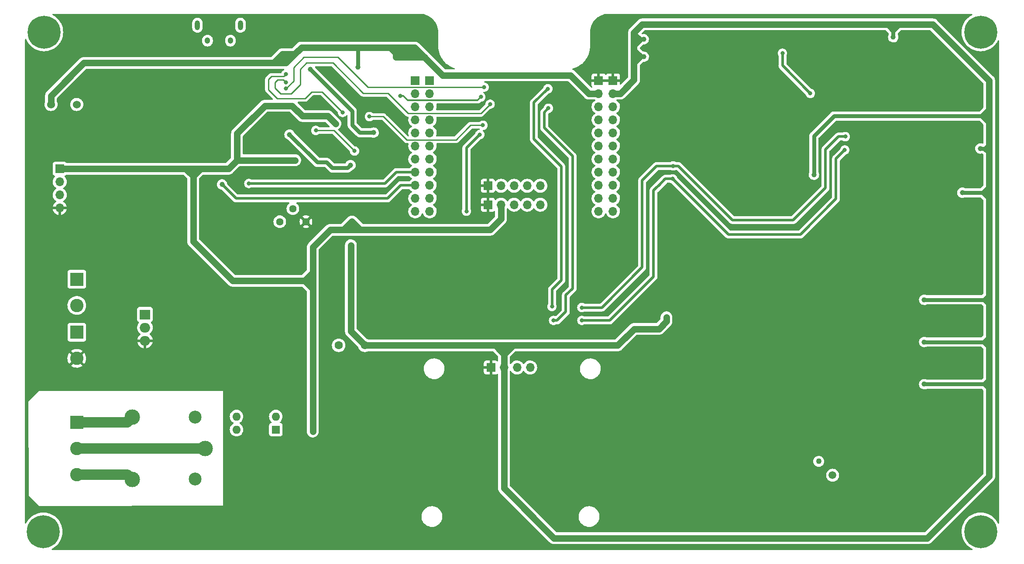
<source format=gbr>
%TF.GenerationSoftware,KiCad,Pcbnew,(6.0.0)*%
%TF.CreationDate,2022-02-10T18:09:30+01:00*%
%TF.ProjectId,ESP32IoTPlatform,45535033-3249-46f5-9450-6c6174666f72,rev?*%
%TF.SameCoordinates,Original*%
%TF.FileFunction,Copper,L2,Bot*%
%TF.FilePolarity,Positive*%
%FSLAX46Y46*%
G04 Gerber Fmt 4.6, Leading zero omitted, Abs format (unit mm)*
G04 Created by KiCad (PCBNEW (6.0.0)) date 2022-02-10 18:09:30*
%MOMM*%
%LPD*%
G01*
G04 APERTURE LIST*
%TA.AperFunction,ComponentPad*%
%ADD10R,2.000000X1.905000*%
%TD*%
%TA.AperFunction,ComponentPad*%
%ADD11O,2.000000X1.905000*%
%TD*%
%TA.AperFunction,ComponentPad*%
%ADD12O,1.000000X1.900000*%
%TD*%
%TA.AperFunction,ComponentPad*%
%ADD13O,1.050000X1.250000*%
%TD*%
%TA.AperFunction,ComponentPad*%
%ADD14R,2.600000X2.600000*%
%TD*%
%TA.AperFunction,ComponentPad*%
%ADD15C,2.600000*%
%TD*%
%TA.AperFunction,ComponentPad*%
%ADD16R,1.600000X1.600000*%
%TD*%
%TA.AperFunction,ComponentPad*%
%ADD17O,1.600000X1.600000*%
%TD*%
%TA.AperFunction,ComponentPad*%
%ADD18R,1.700000X1.700000*%
%TD*%
%TA.AperFunction,ComponentPad*%
%ADD19O,1.700000X1.700000*%
%TD*%
%TA.AperFunction,ComponentPad*%
%ADD20C,1.440000*%
%TD*%
%TA.AperFunction,ComponentPad*%
%ADD21C,0.800000*%
%TD*%
%TA.AperFunction,ComponentPad*%
%ADD22C,6.400000*%
%TD*%
%TA.AperFunction,ComponentPad*%
%ADD23C,3.000000*%
%TD*%
%TA.AperFunction,ComponentPad*%
%ADD24C,2.500000*%
%TD*%
%TA.AperFunction,ComponentPad*%
%ADD25C,1.600000*%
%TD*%
%TA.AperFunction,ComponentPad*%
%ADD26C,1.524000*%
%TD*%
%TA.AperFunction,WasherPad*%
%ADD27C,1.100000*%
%TD*%
%TA.AperFunction,WasherPad*%
%ADD28C,1.500000*%
%TD*%
%TA.AperFunction,ViaPad*%
%ADD29C,1.000000*%
%TD*%
%TA.AperFunction,ViaPad*%
%ADD30C,0.800000*%
%TD*%
%TA.AperFunction,Conductor*%
%ADD31C,1.270000*%
%TD*%
%TA.AperFunction,Conductor*%
%ADD32C,0.762000*%
%TD*%
%TA.AperFunction,Conductor*%
%ADD33C,0.304800*%
%TD*%
%TA.AperFunction,Conductor*%
%ADD34C,0.254000*%
%TD*%
%TA.AperFunction,Conductor*%
%ADD35C,0.508000*%
%TD*%
%TA.AperFunction,Conductor*%
%ADD36C,2.032000*%
%TD*%
G04 APERTURE END LIST*
D10*
%TO.P,Q3,1,G*%
%TO.N,Net-(Q3-Pad1)*%
X66655000Y-107260000D03*
D11*
%TO.P,Q3,2,D*%
%TO.N,Net-(D12-Pad2)*%
X66655000Y-109800000D03*
%TO.P,Q3,3,S*%
%TO.N,GND*%
X66655000Y-112340000D03*
%TD*%
D12*
%TO.P,J1,6,Shield*%
%TO.N,unconnected-(J1-Pad6)*%
X76825000Y-51060000D03*
D13*
X78775000Y-54060000D03*
X83225000Y-54060000D03*
D12*
X85175000Y-51060000D03*
%TD*%
D14*
%TO.P,J2,1,Pin_1*%
%TO.N,Net-(J2-Pad1)*%
X53423999Y-128222999D03*
D15*
%TO.P,J2,2,Pin_2*%
%TO.N,Net-(J2-Pad2)*%
X53423999Y-133302999D03*
%TO.P,J2,3,Pin_3*%
%TO.N,Net-(J2-Pad3)*%
X53423999Y-138382999D03*
%TD*%
D16*
%TO.P,U6,1*%
%TO.N,Net-(R12-Pad2)*%
X92031999Y-129619999D03*
D17*
%TO.P,U6,2*%
%TO.N,Net-(D10-Pad2)*%
X92031999Y-127079999D03*
%TO.P,U6,3*%
%TO.N,Net-(R13-Pad2)*%
X84411999Y-127079999D03*
%TO.P,U6,4*%
%TO.N,+5V*%
X84411999Y-129619999D03*
%TD*%
D18*
%TO.P,J5,1,Pin_1*%
%TO.N,+5V*%
X50113000Y-78943000D03*
D19*
%TO.P,J5,2,Pin_2*%
%TO.N,Net-(J5-Pad2)*%
X50113000Y-81483000D03*
%TO.P,J5,3,Pin_3*%
%TO.N,Net-(J5-Pad3)*%
X50113000Y-84023000D03*
%TO.P,J5,4,Pin_4*%
%TO.N,GND*%
X50113000Y-86563000D03*
%TD*%
D20*
%TO.P,RV1,1,1*%
%TO.N,GND*%
X97873999Y-89233999D03*
%TO.P,RV1,2,2*%
%TO.N,Net-(RV1-Pad2)*%
X95333999Y-86693999D03*
%TO.P,RV1,3,3*%
%TO.N,Net-(R21-Pad2)*%
X92793999Y-89233999D03*
%TD*%
D21*
%TO.P,H1,1*%
%TO.N,N/C*%
X45376943Y-54101055D03*
X48771055Y-50706943D03*
X49473999Y-52403999D03*
X47073999Y-50003999D03*
D22*
X47073999Y-52403999D03*
D21*
X47073999Y-54803999D03*
X48771055Y-54101055D03*
X45376943Y-50706943D03*
X44673999Y-52403999D03*
%TD*%
%TO.P,H2,1*%
%TO.N,N/C*%
X228760999Y-54803999D03*
D22*
X228760999Y-52403999D03*
D21*
X230458055Y-54101055D03*
X228760999Y-50003999D03*
X227063943Y-54101055D03*
X226360999Y-52403999D03*
X230458055Y-50706943D03*
X231160999Y-52403999D03*
X227063943Y-50706943D03*
%TD*%
%TO.P,H3,1*%
%TO.N,N/C*%
X48644055Y-151129055D03*
X45249943Y-147734943D03*
D22*
X46946999Y-149431999D03*
D21*
X46946999Y-151831999D03*
X46946999Y-147031999D03*
X48644055Y-147734943D03*
X49346999Y-149431999D03*
X44546999Y-149431999D03*
X45249943Y-151129055D03*
%TD*%
%TO.P,H4,1*%
%TO.N,N/C*%
X231160999Y-149431999D03*
X230458055Y-151129055D03*
X227063943Y-151129055D03*
X227063943Y-147734943D03*
X230458055Y-147734943D03*
X226360999Y-149431999D03*
X228760999Y-147031999D03*
D22*
X228760999Y-149431999D03*
D21*
X228760999Y-151831999D03*
%TD*%
D18*
%TO.P,J7,1,Pin_1*%
%TO.N,GND*%
X133179999Y-82248999D03*
D19*
%TO.P,J7,2,Pin_2*%
%TO.N,+5V*%
X135719999Y-82248999D03*
%TO.P,J7,3,Pin_3*%
%TO.N,IO13*%
X138259999Y-82248999D03*
%TO.P,J7,4,Pin_4*%
%TO.N,IO15*%
X140799999Y-82248999D03*
%TO.P,J7,5,Pin_5*%
%TO.N,IO2*%
X143339999Y-82248999D03*
%TD*%
D18*
%TO.P,J8,1,Pin_1*%
%TO.N,GND*%
X133179999Y-85931999D03*
D19*
%TO.P,J8,2,Pin_2*%
%TO.N,+5V*%
X135719999Y-85931999D03*
%TO.P,J8,3,Pin_3*%
%TO.N,IO13*%
X138259999Y-85931999D03*
%TO.P,J8,4,Pin_4*%
%TO.N,IO15*%
X140799999Y-85931999D03*
%TO.P,J8,5,Pin_5*%
%TO.N,IO2*%
X143339999Y-85931999D03*
%TD*%
D23*
%TO.P,K1,1*%
%TO.N,Net-(J2-Pad2)*%
X78366799Y-133277599D03*
D24*
%TO.P,K1,2*%
%TO.N,Net-(D11-Pad2)*%
X76416799Y-139227599D03*
D23*
%TO.P,K1,3*%
%TO.N,Net-(J2-Pad3)*%
X64166799Y-139277599D03*
%TO.P,K1,4*%
%TO.N,Net-(J2-Pad1)*%
X64216799Y-127227599D03*
D24*
%TO.P,K1,5*%
%TO.N,+5V*%
X76416799Y-127227599D03*
%TD*%
D18*
%TO.P,J6,1,Pin_1*%
%TO.N,GND*%
X133743999Y-117551999D03*
D19*
%TO.P,J6,2,Pin_2*%
%TO.N,+3V3*%
X136283999Y-117551999D03*
%TO.P,J6,3,Pin_3*%
%TO.N,Net-(J6-Pad3)*%
X138823999Y-117551999D03*
%TO.P,J6,4,Pin_4*%
%TO.N,Net-(J6-Pad4)*%
X141363999Y-117551999D03*
%TD*%
D14*
%TO.P,J4,1,Pin_1*%
%TO.N,VDD*%
X53423999Y-110696999D03*
D15*
%TO.P,J4,2,Pin_2*%
%TO.N,GND*%
X53423999Y-115776999D03*
%TD*%
D14*
%TO.P,J3,1,Pin_1*%
%TO.N,Net-(D12-Pad2)*%
X53423999Y-100409999D03*
D15*
%TO.P,J3,2,Pin_2*%
%TO.N,VDD*%
X53423999Y-105489999D03*
%TD*%
D25*
%TO.P,R19,1*%
%TO.N,+3V3*%
X109303999Y-113236999D03*
%TO.P,R19,2*%
%TO.N,Net-(R19-Pad2)*%
X104223999Y-113236999D03*
%TD*%
D26*
%TO.P,BZ1,1,-*%
%TO.N,+3V3*%
X48423000Y-66452000D03*
%TO.P,BZ1,2,+*%
%TO.N,Net-(BZ1-Pad2)*%
X53423000Y-66452000D03*
%TD*%
D18*
%TO.P,J9,1,Pin_1*%
%TO.N,VP*%
X121876999Y-61801999D03*
D19*
%TO.P,J9,2,Pin_2*%
%TO.N,VN*%
X121876999Y-64341999D03*
%TO.P,J9,3,Pin_3*%
%TO.N,IO34*%
X121876999Y-66881999D03*
%TO.P,J9,4,Pin_4*%
%TO.N,IO35*%
X121876999Y-69421999D03*
%TO.P,J9,5,Pin_5*%
%TO.N,IO32*%
X121876999Y-71961999D03*
%TO.P,J9,6,Pin_6*%
%TO.N,IO33*%
X121876999Y-74501999D03*
%TO.P,J9,7,Pin_7*%
%TO.N,IO25*%
X121876999Y-77041999D03*
%TO.P,J9,8,Pin_8*%
%TO.N,IO26*%
X121876999Y-79581999D03*
%TO.P,J9,9,Pin_9*%
%TO.N,IO27*%
X121876999Y-82121999D03*
%TO.P,J9,10,Pin_10*%
%TO.N,IO14*%
X121876999Y-84661999D03*
%TO.P,J9,11,Pin_11*%
%TO.N,IO12*%
X121876999Y-87201999D03*
%TD*%
D18*
%TO.P,J11,1,Pin_1*%
%TO.N,VP*%
X119082999Y-61801999D03*
D19*
%TO.P,J11,2,Pin_2*%
%TO.N,VN*%
X119082999Y-64341999D03*
%TO.P,J11,3,Pin_3*%
%TO.N,IO34*%
X119082999Y-66881999D03*
%TO.P,J11,4,Pin_4*%
%TO.N,IO35*%
X119082999Y-69421999D03*
%TO.P,J11,5,Pin_5*%
%TO.N,IO32*%
X119082999Y-71961999D03*
%TO.P,J11,6,Pin_6*%
%TO.N,IO33*%
X119082999Y-74501999D03*
%TO.P,J11,7,Pin_7*%
%TO.N,IO25*%
X119082999Y-77041999D03*
%TO.P,J11,8,Pin_8*%
%TO.N,IO26*%
X119082999Y-79581999D03*
%TO.P,J11,9,Pin_9*%
%TO.N,IO27*%
X119082999Y-82121999D03*
%TO.P,J11,10,Pin_10*%
%TO.N,IO14*%
X119082999Y-84661999D03*
%TO.P,J11,11,Pin_11*%
%TO.N,IO12*%
X119082999Y-87201999D03*
%TD*%
D18*
%TO.P,J10,1,Pin_1*%
%TO.N,GND*%
X154642999Y-61801999D03*
D19*
%TO.P,J10,2,Pin_2*%
%TO.N,+3V3*%
X154642999Y-64341999D03*
%TO.P,J10,3,Pin_3*%
%TO.N,IO23*%
X154642999Y-66881999D03*
%TO.P,J10,4,Pin_4*%
%TO.N,IO22*%
X154642999Y-69421999D03*
%TO.P,J10,5,Pin_5*%
%TO.N,IO21*%
X154642999Y-71961999D03*
%TO.P,J10,6,Pin_6*%
%TO.N,IO19*%
X154642999Y-74501999D03*
%TO.P,J10,7,Pin_7*%
%TO.N,IO18*%
X154642999Y-77041999D03*
%TO.P,J10,8,Pin_8*%
%TO.N,IO5*%
X154642999Y-79581999D03*
%TO.P,J10,9,Pin_9*%
%TO.N,IO17*%
X154642999Y-82121999D03*
%TO.P,J10,10,Pin_10*%
%TO.N,IO16*%
X154642999Y-84661999D03*
%TO.P,J10,11,Pin_11*%
%TO.N,IO4*%
X154642999Y-87201999D03*
%TD*%
D18*
%TO.P,J12,1,Pin_1*%
%TO.N,GND*%
X157436999Y-61801999D03*
D19*
%TO.P,J12,2,Pin_2*%
%TO.N,+3V3*%
X157436999Y-64341999D03*
%TO.P,J12,3,Pin_3*%
%TO.N,IO23*%
X157436999Y-66881999D03*
%TO.P,J12,4,Pin_4*%
%TO.N,IO22*%
X157436999Y-69421999D03*
%TO.P,J12,5,Pin_5*%
%TO.N,IO21*%
X157436999Y-71961999D03*
%TO.P,J12,6,Pin_6*%
%TO.N,IO19*%
X157436999Y-74501999D03*
%TO.P,J12,7,Pin_7*%
%TO.N,IO18*%
X157436999Y-77041999D03*
%TO.P,J12,8,Pin_8*%
%TO.N,IO5*%
X157436999Y-79581999D03*
%TO.P,J12,9,Pin_9*%
%TO.N,IO17*%
X157436999Y-82121999D03*
%TO.P,J12,10,Pin_10*%
%TO.N,IO16*%
X157436999Y-84661999D03*
%TO.P,J12,11,Pin_11*%
%TO.N,IO4*%
X157436999Y-87201999D03*
%TD*%
D27*
%TO.P,T1,*%
%TO.N,*%
X197347496Y-135783496D03*
D28*
X200034502Y-138470502D03*
%TD*%
D29*
%TO.N,+3V3*%
X163400000Y-53800000D03*
X225200000Y-83600000D03*
X217800000Y-104400000D03*
X217800000Y-112600000D03*
X211800000Y-53400000D03*
D30*
X106600000Y-93800000D03*
D29*
X163400000Y-57200000D03*
X116400000Y-57300000D03*
X228700000Y-75000000D03*
X108000000Y-59200000D03*
X115300000Y-57300000D03*
X196400000Y-80100000D03*
X217800000Y-120800000D03*
X93300000Y-56700000D03*
X117500000Y-57300000D03*
X167800000Y-107800000D03*
D30*
%TO.N,GND*%
X137700000Y-69800000D03*
X135700000Y-66800000D03*
X186800000Y-82400000D03*
X136700000Y-69800000D03*
D29*
X186400000Y-104400000D03*
D30*
X58500000Y-65500000D03*
X188800000Y-85600000D03*
X138700000Y-66800000D03*
X135700000Y-68800000D03*
D29*
X82600000Y-55800000D03*
D30*
X202200000Y-133600000D03*
X164600000Y-112200000D03*
D29*
X94200000Y-69400000D03*
X194800000Y-77000000D03*
X224800000Y-101000000D03*
X224800000Y-117400000D03*
X113400000Y-53400000D03*
D30*
X138700000Y-68800000D03*
X92800000Y-60000000D03*
X181600000Y-77600000D03*
X89400000Y-136900000D03*
X136700000Y-66800000D03*
X136700000Y-68800000D03*
X138700000Y-69800000D03*
X138700000Y-67800000D03*
D29*
X85000000Y-55800000D03*
X219200000Y-109400000D03*
X112000000Y-53400000D03*
X97200000Y-51200000D03*
X219200000Y-101200000D03*
X97200000Y-53600000D03*
D30*
X100500000Y-79200000D03*
X136700000Y-67800000D03*
D29*
X224800000Y-109200000D03*
X219200000Y-117600000D03*
D30*
X173400000Y-107800000D03*
X74600000Y-110400000D03*
D29*
X91800000Y-53700000D03*
D30*
X137700000Y-68800000D03*
X144400000Y-96700000D03*
X165581001Y-107800000D03*
X188400000Y-77600000D03*
X96600000Y-116200000D03*
X225200000Y-79500000D03*
D29*
X103600000Y-76700000D03*
D30*
X181200000Y-85600000D03*
D29*
X110600000Y-53400000D03*
D30*
X188800000Y-73400000D03*
D29*
X100100000Y-65300000D03*
X113400000Y-65800000D03*
D30*
X135700000Y-67800000D03*
D29*
X206200000Y-99200000D03*
D30*
X169800000Y-107800000D03*
D29*
X214000000Y-53400000D03*
X89000000Y-53700000D03*
X90500000Y-79200000D03*
X111000000Y-76331250D03*
X108000000Y-65250000D03*
X97200000Y-52400000D03*
D30*
X96200000Y-79200000D03*
D29*
X109200000Y-53400000D03*
D30*
X135700000Y-69800000D03*
D29*
X220800000Y-83600000D03*
D30*
X137700000Y-66800000D03*
D29*
X83800000Y-55800000D03*
D30*
X60600000Y-72400000D03*
D29*
X133200000Y-75800000D03*
X191200000Y-77000000D03*
D30*
X137700000Y-67800000D03*
%TO.N,EN*%
X116200000Y-64800000D03*
X131800000Y-65000000D03*
D29*
%TO.N,+5V*%
X95800000Y-77300000D03*
X103600000Y-70200000D03*
X99200000Y-130000000D03*
D30*
X106800000Y-89200000D03*
D29*
X95200000Y-66700000D03*
X98600000Y-68700000D03*
%TO.N,+BATT*%
X111000000Y-71931250D03*
X98700000Y-59600000D03*
%TO.N,VBUS*%
X94700000Y-72300000D03*
X106516388Y-78248100D03*
D30*
%TO.N,Net-(R4-Pad1)*%
X107300000Y-75500000D03*
X99800000Y-71500000D03*
%TO.N,IO25*%
X129000000Y-87200000D03*
X131600000Y-72300000D03*
%TO.N,IO26*%
X86800000Y-81800000D03*
D29*
%TO.N,IO27*%
X81600000Y-82000000D03*
D30*
%TO.N,IO0*%
X110200000Y-68800000D03*
X132200000Y-70500000D03*
%TO.N,IO19*%
X190300000Y-56500000D03*
X195700000Y-64300000D03*
%TO.N,IO21*%
X145900000Y-108400000D03*
X202400000Y-75300000D03*
X169000000Y-80900000D03*
X144900000Y-67200000D03*
X151400000Y-108400000D03*
%TO.N,RXD0*%
X94000000Y-62200000D03*
X133600000Y-66400000D03*
%TO.N,TXD0*%
X132450000Y-63100000D03*
X94013714Y-63386286D03*
%TO.N,IO22*%
X145600000Y-105700000D03*
X151400000Y-105900000D03*
X202500000Y-72700000D03*
X169100000Y-78400000D03*
X144800000Y-63400000D03*
%TO.N,DTR*%
X94000000Y-60600000D03*
X105000000Y-68000000D03*
%TD*%
D31*
%TO.N,+3V3*%
X118300000Y-55400000D02*
X117500000Y-56200000D01*
X158858001Y-64341999D02*
X161500000Y-61700000D01*
D32*
X230400000Y-113750000D02*
X230400000Y-113950000D01*
D31*
X161500000Y-57300000D02*
X161500000Y-55650000D01*
X136183999Y-114816001D02*
X134604997Y-113236999D01*
X120000000Y-57300000D02*
X119500000Y-57300000D01*
D32*
X108000000Y-55500000D02*
X108100000Y-55400000D01*
X163050000Y-57200000D02*
X161500000Y-55650000D01*
D31*
X136283999Y-117551999D02*
X136283999Y-114816001D01*
D32*
X230400000Y-121850000D02*
X230400000Y-121900000D01*
D31*
X213350000Y-50900000D02*
X212000000Y-50900000D01*
D32*
X229200000Y-104400000D02*
X229350000Y-104400000D01*
D31*
X95700000Y-56700000D02*
X97000000Y-55400000D01*
D32*
X230200000Y-103550000D02*
X230400000Y-103550000D01*
X161600000Y-57200000D02*
X161500000Y-57300000D01*
D31*
X136283999Y-114816001D02*
X136483999Y-114816001D01*
D32*
X108000000Y-59200000D02*
X108000000Y-55500000D01*
D31*
X161550000Y-110050000D02*
X166350000Y-110050000D01*
X219500000Y-50900000D02*
X213350000Y-50900000D01*
X230400000Y-119750000D02*
X230400000Y-113950000D01*
X115300000Y-57300000D02*
X115300000Y-56600000D01*
X230400000Y-138700000D02*
X230400000Y-125400000D01*
X93300000Y-56700000D02*
X93300000Y-57700000D01*
D32*
X230400000Y-68700000D02*
X228400000Y-68700000D01*
D31*
X230400000Y-121900000D02*
X230400000Y-120700000D01*
X136283999Y-113289999D02*
X136336999Y-113236999D01*
X230400000Y-68700000D02*
X230400000Y-66700000D01*
D32*
X211800000Y-51100000D02*
X212000000Y-50900000D01*
D31*
X117500000Y-57300000D02*
X117500000Y-56200000D01*
X230400000Y-61800000D02*
X219500000Y-50900000D01*
D32*
X211800000Y-52250000D02*
X211800000Y-51100000D01*
D31*
X119000000Y-55400000D02*
X118300000Y-55400000D01*
D32*
X230300000Y-120800000D02*
X230400000Y-120700000D01*
X217800000Y-112600000D02*
X229100000Y-112600000D01*
D31*
X116400000Y-57300000D02*
X116400000Y-55500000D01*
X230400000Y-75100000D02*
X230400000Y-74100000D01*
X128400000Y-60800000D02*
X149200000Y-60800000D01*
D32*
X228600000Y-83600000D02*
X229100000Y-83600000D01*
D31*
X230400000Y-104450000D02*
X230400000Y-103550000D01*
X161500000Y-55300000D02*
X161500000Y-53700000D01*
D32*
X213150000Y-50900000D02*
X213350000Y-50900000D01*
X163400000Y-57200000D02*
X163050000Y-57200000D01*
X229100000Y-112600000D02*
X230050000Y-112600000D01*
X229500000Y-75000000D02*
X230400000Y-74100000D01*
D31*
X136283999Y-117551999D02*
X136283999Y-140983999D01*
X210450000Y-50900000D02*
X163100000Y-50900000D01*
D32*
X229250000Y-112600000D02*
X230400000Y-113750000D01*
D31*
X125600000Y-60800000D02*
X128400000Y-60800000D01*
X94000000Y-58400000D02*
X94600000Y-57800000D01*
X230400000Y-76100000D02*
X230400000Y-75100000D01*
X230400000Y-125400000D02*
X230400000Y-123500000D01*
D32*
X200300000Y-68700000D02*
X196400000Y-72600000D01*
X211800000Y-52250000D02*
X210450000Y-50900000D01*
X163400000Y-57200000D02*
X163000000Y-57200000D01*
X228400000Y-68700000D02*
X200300000Y-68700000D01*
D31*
X230400000Y-105450000D02*
X230400000Y-104450000D01*
X230400000Y-111450000D02*
X230400000Y-105450000D01*
X118300000Y-56100000D02*
X118300000Y-55400000D01*
X93300000Y-56700000D02*
X91600000Y-58400000D01*
X108100000Y-55400000D02*
X109000000Y-55400000D01*
X106600000Y-110533000D02*
X109303999Y-113236999D01*
X120900000Y-57300000D02*
X120950000Y-57350000D01*
X230400000Y-83600000D02*
X230400000Y-82300000D01*
D32*
X229350000Y-120800000D02*
X230300000Y-120800000D01*
D31*
X212000000Y-50900000D02*
X210450000Y-50900000D01*
D32*
X230400000Y-67200000D02*
X230400000Y-66700000D01*
D31*
X230400000Y-113950000D02*
X230400000Y-112950000D01*
D32*
X230400000Y-76000000D02*
X230400000Y-76100000D01*
D31*
X161500000Y-58700000D02*
X161500000Y-57300000D01*
D32*
X228400000Y-68700000D02*
X228900000Y-68700000D01*
D31*
X138063001Y-113236999D02*
X158363001Y-113236999D01*
X134604997Y-113236999D02*
X136336999Y-113236999D01*
D32*
X163400000Y-57200000D02*
X161600000Y-57200000D01*
D31*
X136283999Y-114816001D02*
X136183999Y-114816001D01*
D32*
X229200000Y-83600000D02*
X230400000Y-83600000D01*
D31*
X124400000Y-60800000D02*
X120950000Y-57350000D01*
X230400000Y-70200000D02*
X230400000Y-68700000D01*
D32*
X229350000Y-104400000D02*
X230400000Y-105450000D01*
X229200000Y-83600000D02*
X229200000Y-83500000D01*
D31*
X115300000Y-56500000D02*
X114200000Y-55400000D01*
X91600000Y-58400000D02*
X94000000Y-58400000D01*
D32*
X229400000Y-75000000D02*
X230400000Y-76000000D01*
D31*
X116500000Y-55400000D02*
X118300000Y-55400000D01*
X136283999Y-114816001D02*
X136283999Y-113289999D01*
D32*
X229200000Y-83500000D02*
X230400000Y-82300000D01*
X229100000Y-112600000D02*
X229250000Y-112600000D01*
D31*
X114200000Y-55400000D02*
X115300000Y-55400000D01*
X136483999Y-114816001D02*
X138063001Y-113236999D01*
X230400000Y-82300000D02*
X230400000Y-76100000D01*
X166350000Y-110050000D02*
X167800000Y-108600000D01*
D32*
X162800000Y-53800000D02*
X161500000Y-52500000D01*
X228600000Y-83600000D02*
X229200000Y-83600000D01*
D31*
X157436999Y-64341999D02*
X158858001Y-64341999D01*
D32*
X228900000Y-68700000D02*
X230400000Y-67200000D01*
D31*
X136336999Y-113236999D02*
X138063001Y-113236999D01*
X115300000Y-57300000D02*
X115300000Y-56500000D01*
X158363001Y-113236999D02*
X161550000Y-110050000D01*
X146000000Y-150700000D02*
X218400000Y-150700000D01*
D32*
X217800000Y-120800000D02*
X229350000Y-120800000D01*
D31*
X93300000Y-57700000D02*
X94000000Y-58400000D01*
X117500000Y-57300000D02*
X120000000Y-57300000D01*
X161500000Y-52500000D02*
X161500000Y-53700000D01*
D32*
X230300000Y-75000000D02*
X230400000Y-75100000D01*
X163000000Y-53800000D02*
X161500000Y-55300000D01*
D31*
X54800000Y-58400000D02*
X91600000Y-58400000D01*
D32*
X217800000Y-104400000D02*
X229200000Y-104400000D01*
D31*
X115300000Y-55400000D02*
X116500000Y-55400000D01*
X230400000Y-84900000D02*
X230400000Y-83600000D01*
X134604997Y-113236999D02*
X109303999Y-113236999D01*
X113900000Y-55400000D02*
X114200000Y-55400000D01*
X161500000Y-61700000D02*
X161500000Y-58700000D01*
X218400000Y-150700000D02*
X230400000Y-138700000D01*
D32*
X161600000Y-53800000D02*
X161500000Y-53700000D01*
X196400000Y-72600000D02*
X196400000Y-80100000D01*
D31*
X136283999Y-140983999D02*
X146000000Y-150700000D01*
X97000000Y-55400000D02*
X108100000Y-55400000D01*
D32*
X211800000Y-53400000D02*
X211800000Y-52250000D01*
D31*
X120000000Y-57300000D02*
X120900000Y-57300000D01*
D32*
X163400000Y-53800000D02*
X161600000Y-53800000D01*
X93500000Y-56700000D02*
X94600000Y-57800000D01*
X229400000Y-75000000D02*
X230300000Y-75000000D01*
D31*
X119500000Y-57300000D02*
X118300000Y-56100000D01*
X230400000Y-103550000D02*
X230400000Y-84900000D01*
X94600000Y-57800000D02*
X95700000Y-56700000D01*
D32*
X229250000Y-112600000D02*
X230400000Y-111450000D01*
D31*
X230400000Y-123500000D02*
X230400000Y-121900000D01*
X230400000Y-112950000D02*
X230400000Y-111450000D01*
D32*
X229350000Y-120800000D02*
X230400000Y-119750000D01*
D31*
X115300000Y-56600000D02*
X116400000Y-55500000D01*
X230400000Y-120700000D02*
X230400000Y-119750000D01*
X120950000Y-57350000D02*
X119000000Y-55400000D01*
X106600000Y-93800000D02*
X106600000Y-110533000D01*
D32*
X228900000Y-68700000D02*
X230400000Y-70200000D01*
X229100000Y-83600000D02*
X230400000Y-84900000D01*
D31*
X117500000Y-57300000D02*
X115300000Y-57300000D01*
D32*
X230050000Y-112600000D02*
X230400000Y-112950000D01*
X228700000Y-75000000D02*
X229400000Y-75000000D01*
X163400000Y-53800000D02*
X162800000Y-53800000D01*
X211800000Y-52250000D02*
X213150000Y-50900000D01*
X225200000Y-83600000D02*
X228600000Y-83600000D01*
D31*
X230400000Y-74100000D02*
X230400000Y-70200000D01*
D32*
X93300000Y-56700000D02*
X93500000Y-56700000D01*
D31*
X116400000Y-55500000D02*
X116500000Y-55400000D01*
D32*
X229400000Y-75000000D02*
X229500000Y-75000000D01*
D31*
X161500000Y-55650000D02*
X161500000Y-55300000D01*
D32*
X163400000Y-53800000D02*
X163000000Y-53800000D01*
D31*
X149200000Y-60800000D02*
X152741999Y-64341999D01*
D32*
X163000000Y-57200000D02*
X161500000Y-58700000D01*
D31*
X152741999Y-64341999D02*
X154642999Y-64341999D01*
X48423000Y-66452000D02*
X48423000Y-64777000D01*
X161500000Y-52500000D02*
X163100000Y-50900000D01*
X109000000Y-55400000D02*
X113900000Y-55400000D01*
D32*
X229200000Y-104400000D02*
X230350000Y-104400000D01*
D31*
X128400000Y-60800000D02*
X124400000Y-60800000D01*
D32*
X229350000Y-120800000D02*
X230400000Y-121850000D01*
D31*
X167800000Y-108600000D02*
X167800000Y-107800000D01*
X48423000Y-64777000D02*
X54800000Y-58400000D01*
D32*
X230350000Y-104400000D02*
X230400000Y-104450000D01*
X229350000Y-104400000D02*
X230200000Y-103550000D01*
D31*
X230400000Y-66700000D02*
X230400000Y-61800000D01*
X93300000Y-56700000D02*
X95700000Y-56700000D01*
D33*
%TO.N,EN*%
X116200000Y-64800000D02*
X116800000Y-64800000D01*
X117600000Y-65600000D02*
X131200000Y-65600000D01*
X116800000Y-64800000D02*
X117600000Y-65600000D01*
X131200000Y-65600000D02*
X131800000Y-65000000D01*
D31*
%TO.N,+5V*%
X76000000Y-80400000D02*
X76000000Y-79286000D01*
X76000000Y-80400000D02*
X77143000Y-79257000D01*
X105000000Y-90800000D02*
X102600000Y-90800000D01*
X95200000Y-66700000D02*
X89900000Y-66700000D01*
X98900000Y-102000000D02*
X97600000Y-100700000D01*
X50113000Y-78943000D02*
X74343000Y-78943000D01*
X83650000Y-100700000D02*
X76000000Y-93050000D01*
X89900000Y-66700000D02*
X84500000Y-72100000D01*
X84500000Y-72100000D02*
X84500000Y-77300000D01*
X99200000Y-101250000D02*
X98650000Y-100700000D01*
X105000000Y-90800000D02*
X105200000Y-90800000D01*
X76343000Y-78943000D02*
X77143000Y-78943000D01*
X76000000Y-80400000D02*
X74543000Y-78943000D01*
X99200000Y-106200000D02*
X99200000Y-130000000D01*
X102100000Y-68700000D02*
X103600000Y-70200000D01*
X76000000Y-93050000D02*
X76000000Y-80400000D01*
X105200000Y-90800000D02*
X106800000Y-89200000D01*
X99200000Y-99100000D02*
X97600000Y-100700000D01*
X82857000Y-78943000D02*
X84500000Y-77300000D01*
X108400000Y-90800000D02*
X106800000Y-90800000D01*
X106800000Y-90800000D02*
X105000000Y-90800000D01*
X99200000Y-99000000D02*
X99200000Y-99100000D01*
X95200000Y-66700000D02*
X97200000Y-68700000D01*
X102600000Y-90800000D02*
X99200000Y-94200000D01*
X77143000Y-78943000D02*
X82857000Y-78943000D01*
X108400000Y-90800000D02*
X106800000Y-89200000D01*
X74343000Y-78943000D02*
X76343000Y-78943000D01*
X133600000Y-90800000D02*
X108400000Y-90800000D01*
X77143000Y-79257000D02*
X77143000Y-78943000D01*
X99200000Y-106200000D02*
X99200000Y-102000000D01*
X98650000Y-100700000D02*
X97600000Y-100700000D01*
X98600000Y-68700000D02*
X102100000Y-68700000D01*
X84500000Y-77300000D02*
X95800000Y-77300000D01*
X99200000Y-94200000D02*
X99200000Y-99000000D01*
X99200000Y-99000000D02*
X99200000Y-101250000D01*
X99200000Y-102000000D02*
X99200000Y-101250000D01*
X76000000Y-79286000D02*
X76343000Y-78943000D01*
X99200000Y-102000000D02*
X98900000Y-102000000D01*
X135719999Y-88680001D02*
X133600000Y-90800000D01*
X97200000Y-68700000D02*
X98600000Y-68700000D01*
X135719999Y-85931999D02*
X135719999Y-88680001D01*
X106800000Y-89200000D02*
X106800000Y-90800000D01*
X97600000Y-100700000D02*
X83650000Y-100700000D01*
X74543000Y-78943000D02*
X74343000Y-78943000D01*
D32*
%TO.N,+BATT*%
X108331250Y-71931250D02*
X106850000Y-70450000D01*
X106850000Y-70450000D02*
X106850000Y-67750000D01*
X106850000Y-67750000D02*
X98700000Y-59600000D01*
X111000000Y-71931250D02*
X108331250Y-71931250D01*
%TO.N,VBUS*%
X100100000Y-77700000D02*
X101900000Y-77700000D01*
X105964488Y-78800000D02*
X106516388Y-78248100D01*
X94700000Y-72300000D02*
X100100000Y-77700000D01*
X101900000Y-77700000D02*
X103000000Y-78800000D01*
X103000000Y-78800000D02*
X105964488Y-78800000D01*
D34*
%TO.N,Net-(R4-Pad1)*%
X102500000Y-71500000D02*
X102800000Y-71500000D01*
X101900000Y-71500000D02*
X102500000Y-71500000D01*
X99800000Y-71500000D02*
X101900000Y-71500000D01*
X102800000Y-71500000D02*
X103300000Y-71500000D01*
X103300000Y-71500000D02*
X107300000Y-75500000D01*
D35*
%TO.N,IO25*%
X129000000Y-87200000D02*
X129000000Y-74900000D01*
X129000000Y-74900000D02*
X131600000Y-72300000D01*
%TO.N,IO26*%
X115418001Y-79581999D02*
X113200000Y-81800000D01*
X86800000Y-81800000D02*
X113200000Y-81800000D01*
X119082999Y-79581999D02*
X115418001Y-79581999D01*
%TO.N,IO27*%
X113700000Y-84700000D02*
X116278001Y-82121999D01*
X116278001Y-82121999D02*
X119082999Y-82121999D01*
X81600000Y-82000000D02*
X84300000Y-84700000D01*
X84300000Y-84700000D02*
X113700000Y-84700000D01*
D34*
%TO.N,IO0*%
X113250000Y-69150000D02*
X117425488Y-73325488D01*
X110200000Y-68800000D02*
X112900000Y-68800000D01*
X129200000Y-71100000D02*
X129800000Y-70500000D01*
X126774512Y-73325488D02*
X126974512Y-73325488D01*
X112900000Y-68800000D02*
X113250000Y-69150000D01*
X126974512Y-73325488D02*
X129200000Y-71100000D01*
X129800000Y-70500000D02*
X132200000Y-70500000D01*
X117425488Y-73325488D02*
X126774512Y-73325488D01*
D35*
%TO.N,IO19*%
X190300000Y-58900000D02*
X190300000Y-56500000D01*
X195700000Y-64300000D02*
X190300000Y-58900000D01*
%TO.N,IO21*%
X149600000Y-76500000D02*
X144100000Y-71000000D01*
X200700000Y-77000000D02*
X202400000Y-75300000D01*
X156800000Y-108400000D02*
X151400000Y-108400000D01*
X179800000Y-91700000D02*
X193800000Y-91700000D01*
X165900000Y-82600000D02*
X165400000Y-83100000D01*
X169000000Y-80900000D02*
X167600000Y-80900000D01*
X145900000Y-108400000D02*
X146600000Y-108400000D01*
X148300000Y-106700000D02*
X148300000Y-103500000D01*
X149600000Y-102200000D02*
X149600000Y-76500000D01*
X167600000Y-80900000D02*
X166300000Y-82200000D01*
X144100000Y-68000000D02*
X144900000Y-67200000D01*
X165300000Y-99900000D02*
X156800000Y-108400000D01*
X169000000Y-80900000D02*
X179800000Y-91700000D01*
X166300000Y-82200000D02*
X165900000Y-82600000D01*
X165400000Y-83100000D02*
X165300000Y-83200000D01*
X193800000Y-91700000D02*
X200700000Y-84800000D01*
X200700000Y-84800000D02*
X200700000Y-77000000D01*
X144100000Y-71000000D02*
X144100000Y-68000000D01*
X146600000Y-108400000D02*
X148300000Y-106700000D01*
X165300000Y-83200000D02*
X165300000Y-99900000D01*
X148300000Y-103500000D02*
X149600000Y-102200000D01*
D34*
%TO.N,RXD0*%
X93500000Y-61700000D02*
X92400000Y-61700000D01*
X98000000Y-58400000D02*
X103100000Y-58400000D01*
X91900000Y-63300000D02*
X93000000Y-64400000D01*
X109000000Y-64300000D02*
X113800000Y-64300000D01*
X94000000Y-62200000D02*
X93500000Y-61700000D01*
X117700000Y-68200000D02*
X131800000Y-68200000D01*
X93000000Y-64400000D02*
X95000000Y-64400000D01*
X131800000Y-68200000D02*
X133600000Y-66400000D01*
X92400000Y-61700000D02*
X91900000Y-62200000D01*
X113800000Y-64300000D02*
X117700000Y-68200000D01*
X91900000Y-62200000D02*
X91900000Y-63300000D01*
X95000000Y-64400000D02*
X96800000Y-62600000D01*
X103100000Y-58400000D02*
X109000000Y-64300000D01*
X96800000Y-59600000D02*
X98000000Y-58400000D01*
X96800000Y-62600000D02*
X96800000Y-59600000D01*
%TO.N,TXD0*%
X109900000Y-63100000D02*
X132450000Y-63100000D01*
X94013714Y-63386286D02*
X95500000Y-61900000D01*
X95500000Y-61900000D02*
X95500000Y-59300000D01*
X95500000Y-59300000D02*
X97500000Y-57300000D01*
X97500000Y-57300000D02*
X104100000Y-57300000D01*
X104100000Y-57300000D02*
X109900000Y-63100000D01*
D35*
%TO.N,IO22*%
X170100000Y-78400000D02*
X169100000Y-78400000D01*
X201150000Y-72700000D02*
X198650000Y-75200000D01*
X192400000Y-88900000D02*
X180600000Y-88900000D01*
X155300000Y-105900000D02*
X151400000Y-105900000D01*
X147400000Y-100600000D02*
X145700000Y-102300000D01*
X142100000Y-73200000D02*
X147400000Y-78500000D01*
X198650000Y-82650000D02*
X192400000Y-88900000D01*
X145700000Y-102300000D02*
X145600000Y-102400000D01*
X163100000Y-81200000D02*
X163100000Y-89300000D01*
X198650000Y-75200000D02*
X198650000Y-82650000D01*
X163100000Y-98100000D02*
X155300000Y-105900000D01*
X147400000Y-82500000D02*
X147400000Y-100600000D01*
X145600000Y-102400000D02*
X145600000Y-105700000D01*
X202500000Y-72700000D02*
X201150000Y-72700000D01*
X147400000Y-78500000D02*
X147400000Y-82500000D01*
X163100000Y-89300000D02*
X163100000Y-98100000D01*
X180600000Y-88900000D02*
X170100000Y-78400000D01*
X144800000Y-63400000D02*
X142100000Y-66100000D01*
X169100000Y-78400000D02*
X165900000Y-78400000D01*
X165900000Y-78400000D02*
X163100000Y-81200000D01*
X142100000Y-66100000D02*
X142100000Y-73200000D01*
D36*
%TO.N,Net-(J2-Pad1)*%
X53423999Y-128222999D02*
X63221399Y-128222999D01*
X63221399Y-128222999D02*
X64216799Y-127227599D01*
%TO.N,Net-(J2-Pad2)*%
X78341399Y-133302999D02*
X78366799Y-133277599D01*
X53423999Y-133302999D02*
X78341399Y-133302999D01*
%TO.N,Net-(J2-Pad3)*%
X53423999Y-138382999D02*
X63272199Y-138382999D01*
X63272199Y-138382999D02*
X64166799Y-139277599D01*
D34*
%TO.N,DTR*%
X92300000Y-65300000D02*
X97700000Y-65300000D01*
X101000000Y-64000000D02*
X105000000Y-68000000D01*
X90600000Y-61600000D02*
X90600000Y-63600000D01*
X94000000Y-60600000D02*
X93600000Y-61000000D01*
X99000000Y-64000000D02*
X101000000Y-64000000D01*
X93600000Y-61000000D02*
X91200000Y-61000000D01*
X97700000Y-65300000D02*
X99000000Y-64000000D01*
X90600000Y-63600000D02*
X92300000Y-65300000D01*
X91200000Y-61000000D02*
X90600000Y-61600000D01*
%TD*%
%TA.AperFunction,Conductor*%
%TO.N,GND*%
G36*
X119942056Y-48849499D02*
G01*
X119956857Y-48851804D01*
X119956860Y-48851804D01*
X119965729Y-48853185D01*
X119985053Y-48850658D01*
X120007569Y-48849746D01*
X120314372Y-48864819D01*
X120326666Y-48866029D01*
X120659624Y-48915420D01*
X120671730Y-48917827D01*
X120998243Y-48999614D01*
X121010075Y-49003203D01*
X121326993Y-49116598D01*
X121338417Y-49121330D01*
X121642692Y-49265241D01*
X121653597Y-49271070D01*
X121942301Y-49444113D01*
X121952582Y-49450983D01*
X122222930Y-49651487D01*
X122232488Y-49659331D01*
X122481884Y-49885370D01*
X122490628Y-49894114D01*
X122716667Y-50143510D01*
X122724511Y-50153068D01*
X122925015Y-50423416D01*
X122931885Y-50433697D01*
X123104928Y-50722401D01*
X123110755Y-50733302D01*
X123175205Y-50869570D01*
X123254668Y-51037581D01*
X123259400Y-51049005D01*
X123372795Y-51365923D01*
X123376384Y-51377753D01*
X123458171Y-51704268D01*
X123460578Y-51716374D01*
X123509968Y-52049327D01*
X123511179Y-52061626D01*
X123525890Y-52361064D01*
X123524541Y-52386631D01*
X123524194Y-52388856D01*
X123524194Y-52388860D01*
X123522813Y-52397729D01*
X123523977Y-52406631D01*
X123523977Y-52406634D01*
X123526935Y-52429250D01*
X123527999Y-52445588D01*
X123527999Y-55021671D01*
X123526499Y-55041055D01*
X123522813Y-55064729D01*
X123523648Y-55071115D01*
X123541057Y-55469855D01*
X123563328Y-55639018D01*
X123591211Y-55850809D01*
X123593168Y-55865675D01*
X123593765Y-55868370D01*
X123593766Y-55868373D01*
X123608911Y-55936687D01*
X123679579Y-56255447D01*
X123680404Y-56258064D01*
X123680406Y-56258071D01*
X123793626Y-56617158D01*
X123799631Y-56636205D01*
X123885526Y-56843574D01*
X123949187Y-56997264D01*
X123952412Y-57005051D01*
X124136758Y-57359177D01*
X124351268Y-57695889D01*
X124466523Y-57846092D01*
X124584808Y-58000244D01*
X124594307Y-58012624D01*
X124596158Y-58014644D01*
X124777631Y-58212686D01*
X124864027Y-58306971D01*
X124866047Y-58308822D01*
X124881772Y-58323231D01*
X125158374Y-58576691D01*
X125160536Y-58578350D01*
X125160542Y-58578355D01*
X125222383Y-58625807D01*
X125475109Y-58819730D01*
X125811821Y-59034240D01*
X126165947Y-59218586D01*
X126534793Y-59371367D01*
X126644715Y-59406025D01*
X126658375Y-59410332D01*
X126717328Y-59449892D01*
X126745535Y-59515045D01*
X126734039Y-59585105D01*
X126686491Y-59637828D01*
X126620486Y-59656500D01*
X124925843Y-59656500D01*
X124857722Y-59636498D01*
X124836748Y-59619595D01*
X121806753Y-56589600D01*
X121806749Y-56589595D01*
X121738842Y-56521688D01*
X121733205Y-56515670D01*
X121694311Y-56471320D01*
X121690506Y-56466981D01*
X121666236Y-56447848D01*
X121655147Y-56437993D01*
X119838849Y-54621696D01*
X119833212Y-54615678D01*
X119825578Y-54606973D01*
X119790506Y-54566981D01*
X119785756Y-54563236D01*
X119721018Y-54512202D01*
X119718453Y-54510124D01*
X119654900Y-54457266D01*
X119654895Y-54457262D01*
X119650460Y-54453574D01*
X119645426Y-54450755D01*
X119642416Y-54448686D01*
X119633146Y-54442492D01*
X119630001Y-54440449D01*
X119625463Y-54436872D01*
X119620355Y-54434184D01*
X119620351Y-54434182D01*
X119547184Y-54395688D01*
X119544284Y-54394113D01*
X119537778Y-54390469D01*
X119486431Y-54361713D01*
X119472139Y-54353709D01*
X119472137Y-54353708D01*
X119467096Y-54350885D01*
X119461624Y-54349028D01*
X119458224Y-54347514D01*
X119448013Y-54343127D01*
X119444579Y-54341705D01*
X119439473Y-54339018D01*
X119433959Y-54337306D01*
X119433957Y-54337305D01*
X119355001Y-54312788D01*
X119351865Y-54311769D01*
X119298720Y-54293729D01*
X119268088Y-54283331D01*
X119262375Y-54282502D01*
X119258862Y-54281659D01*
X119247849Y-54279167D01*
X119244282Y-54278409D01*
X119238766Y-54276696D01*
X119233038Y-54276018D01*
X119233033Y-54276017D01*
X119180633Y-54269816D01*
X119150882Y-54266294D01*
X119147660Y-54265870D01*
X119060103Y-54253175D01*
X118977946Y-54256403D01*
X118972999Y-54256500D01*
X118342805Y-54256500D01*
X118334564Y-54256230D01*
X118309162Y-54254565D01*
X118269939Y-54251994D01*
X118248214Y-54254565D01*
X118231760Y-54255427D01*
X118209898Y-54255141D01*
X118204230Y-54256115D01*
X118194418Y-54256500D01*
X116542795Y-54256500D01*
X116534554Y-54256230D01*
X116509150Y-54254565D01*
X116469939Y-54251995D01*
X116442717Y-54255217D01*
X116439253Y-54255627D01*
X116424443Y-54256500D01*
X114292122Y-54256500D01*
X114274042Y-54255196D01*
X114273042Y-54255051D01*
X114260103Y-54253175D01*
X114177946Y-54256403D01*
X114172999Y-54256500D01*
X97042805Y-54256500D01*
X97034564Y-54256230D01*
X97009162Y-54254565D01*
X96969939Y-54251994D01*
X96882041Y-54262398D01*
X96878773Y-54262740D01*
X96790721Y-54270831D01*
X96785155Y-54272401D01*
X96781459Y-54273086D01*
X96770610Y-54275244D01*
X96766974Y-54276017D01*
X96761235Y-54276696D01*
X96676744Y-54302931D01*
X96673608Y-54303860D01*
X96641952Y-54312788D01*
X96588451Y-54327877D01*
X96583263Y-54330435D01*
X96579812Y-54331760D01*
X96569434Y-54335901D01*
X96566047Y-54337304D01*
X96560527Y-54339018D01*
X96555413Y-54341709D01*
X96555412Y-54341709D01*
X96482255Y-54380198D01*
X96479319Y-54381695D01*
X96399963Y-54420829D01*
X96395332Y-54424287D01*
X96392129Y-54426250D01*
X96382742Y-54432173D01*
X96379649Y-54434182D01*
X96374537Y-54436871D01*
X96305044Y-54491656D01*
X96302474Y-54493627D01*
X96236199Y-54543116D01*
X96236192Y-54543123D01*
X96231571Y-54546573D01*
X96227657Y-54550807D01*
X96227655Y-54550809D01*
X96175738Y-54606973D01*
X96172308Y-54610539D01*
X95263252Y-55519595D01*
X95200940Y-55553621D01*
X95174157Y-55556500D01*
X93342795Y-55556500D01*
X93334554Y-55556230D01*
X93294747Y-55553621D01*
X93269939Y-55551995D01*
X93248223Y-55554565D01*
X93231767Y-55555427D01*
X93209898Y-55555141D01*
X93204203Y-55556119D01*
X93204197Y-55556120D01*
X93155492Y-55564489D01*
X93145685Y-55565780D01*
X93096477Y-55570302D01*
X93096476Y-55570302D01*
X93090721Y-55570831D01*
X93085162Y-55572399D01*
X93081588Y-55573061D01*
X93070585Y-55575250D01*
X93066973Y-55576018D01*
X93061235Y-55576697D01*
X93055718Y-55578410D01*
X93040351Y-55583181D01*
X93024333Y-55587026D01*
X93008466Y-55589753D01*
X93008460Y-55589754D01*
X93002772Y-55590732D01*
X92997355Y-55592731D01*
X92997353Y-55592731D01*
X92950984Y-55609837D01*
X92941576Y-55612894D01*
X92922540Y-55618263D01*
X92888451Y-55627877D01*
X92883263Y-55630435D01*
X92879812Y-55631760D01*
X92869396Y-55635916D01*
X92866041Y-55637306D01*
X92860527Y-55639018D01*
X92841170Y-55649202D01*
X92826117Y-55655903D01*
X92805601Y-55663472D01*
X92800638Y-55666424D01*
X92800633Y-55666427D01*
X92758166Y-55691692D01*
X92749473Y-55696413D01*
X92699963Y-55720829D01*
X92695332Y-55724287D01*
X92692129Y-55726250D01*
X92682777Y-55732151D01*
X92679653Y-55734179D01*
X92674537Y-55736871D01*
X92657349Y-55750422D01*
X92643781Y-55759745D01*
X92624988Y-55770926D01*
X92620644Y-55774736D01*
X92620638Y-55774740D01*
X92583488Y-55807320D01*
X92575810Y-55813539D01*
X92531571Y-55846573D01*
X92505404Y-55874881D01*
X92495969Y-55884073D01*
X92466981Y-55909494D01*
X92463410Y-55914024D01*
X92447845Y-55933768D01*
X92437990Y-55944857D01*
X91163252Y-57219595D01*
X91100940Y-57253621D01*
X91074157Y-57256500D01*
X54842805Y-57256500D01*
X54834564Y-57256230D01*
X54825452Y-57255633D01*
X54769939Y-57251994D01*
X54682041Y-57262398D01*
X54678773Y-57262740D01*
X54590721Y-57270831D01*
X54585155Y-57272401D01*
X54581459Y-57273086D01*
X54570610Y-57275244D01*
X54566974Y-57276017D01*
X54561235Y-57276696D01*
X54476744Y-57302931D01*
X54473608Y-57303860D01*
X54412459Y-57321106D01*
X54388451Y-57327877D01*
X54383263Y-57330435D01*
X54379812Y-57331760D01*
X54369434Y-57335901D01*
X54366047Y-57337304D01*
X54360527Y-57339018D01*
X54355413Y-57341709D01*
X54355412Y-57341709D01*
X54282255Y-57380198D01*
X54279319Y-57381695D01*
X54199963Y-57420829D01*
X54195332Y-57424287D01*
X54192129Y-57426250D01*
X54182742Y-57432173D01*
X54179649Y-57434182D01*
X54174537Y-57436871D01*
X54105044Y-57491656D01*
X54102474Y-57493627D01*
X54036199Y-57543116D01*
X54036192Y-57543123D01*
X54031571Y-57546573D01*
X54027657Y-57550807D01*
X54027655Y-57550809D01*
X53975738Y-57606973D01*
X53972308Y-57610539D01*
X47644696Y-63938151D01*
X47638678Y-63943788D01*
X47589981Y-63986494D01*
X47586406Y-63991029D01*
X47586405Y-63991030D01*
X47535202Y-64055982D01*
X47533124Y-64058547D01*
X47480266Y-64122100D01*
X47480262Y-64122105D01*
X47476574Y-64126540D01*
X47473755Y-64131574D01*
X47471686Y-64134584D01*
X47465492Y-64143854D01*
X47463449Y-64146999D01*
X47459872Y-64151537D01*
X47457184Y-64156645D01*
X47457182Y-64156649D01*
X47438740Y-64191702D01*
X47423294Y-64221062D01*
X47418688Y-64229816D01*
X47417113Y-64232716D01*
X47379432Y-64300000D01*
X47373885Y-64309904D01*
X47372028Y-64315376D01*
X47370514Y-64318776D01*
X47366127Y-64328987D01*
X47364705Y-64332421D01*
X47362018Y-64337527D01*
X47360306Y-64343041D01*
X47360305Y-64343043D01*
X47335788Y-64421999D01*
X47334769Y-64425135D01*
X47326531Y-64449405D01*
X47306331Y-64508912D01*
X47305502Y-64514625D01*
X47304659Y-64518138D01*
X47302167Y-64529151D01*
X47301409Y-64532718D01*
X47299696Y-64538234D01*
X47299018Y-64543962D01*
X47299017Y-64543967D01*
X47293383Y-64591569D01*
X47289697Y-64622721D01*
X47289297Y-64626098D01*
X47288870Y-64629340D01*
X47276175Y-64716897D01*
X47277728Y-64756426D01*
X47279403Y-64799054D01*
X47279500Y-64804001D01*
X47279500Y-65870051D01*
X47267695Y-65923301D01*
X47232088Y-65999661D01*
X47224560Y-66015804D01*
X47223138Y-66021112D01*
X47223137Y-66021114D01*
X47214466Y-66053475D01*
X47167022Y-66230537D01*
X47147647Y-66452000D01*
X47167022Y-66673463D01*
X47168446Y-66678776D01*
X47222900Y-66881999D01*
X47224560Y-66888196D01*
X47226882Y-66893177D01*
X47226883Y-66893178D01*
X47316186Y-67084689D01*
X47316189Y-67084694D01*
X47318512Y-67089676D01*
X47321668Y-67094183D01*
X47321669Y-67094185D01*
X47436193Y-67257742D01*
X47446023Y-67271781D01*
X47603219Y-67428977D01*
X47607727Y-67432134D01*
X47607730Y-67432136D01*
X47624858Y-67444129D01*
X47785323Y-67556488D01*
X47790305Y-67558811D01*
X47790310Y-67558814D01*
X47980529Y-67647514D01*
X47986804Y-67650440D01*
X47992112Y-67651862D01*
X47992114Y-67651863D01*
X48048729Y-67667033D01*
X48201537Y-67707978D01*
X48423000Y-67727353D01*
X48644463Y-67707978D01*
X48797271Y-67667033D01*
X48853886Y-67651863D01*
X48853888Y-67651862D01*
X48859196Y-67650440D01*
X48865471Y-67647514D01*
X49055690Y-67558814D01*
X49055695Y-67558811D01*
X49060677Y-67556488D01*
X49221142Y-67444129D01*
X49238270Y-67432136D01*
X49238273Y-67432134D01*
X49242781Y-67428977D01*
X49399977Y-67271781D01*
X49409808Y-67257742D01*
X49524331Y-67094185D01*
X49524332Y-67094183D01*
X49527488Y-67089676D01*
X49529811Y-67084694D01*
X49529814Y-67084689D01*
X49619117Y-66893178D01*
X49619118Y-66893177D01*
X49621440Y-66888196D01*
X49623101Y-66881999D01*
X49677554Y-66678776D01*
X49678978Y-66673463D01*
X49698353Y-66452000D01*
X52147647Y-66452000D01*
X52167022Y-66673463D01*
X52168446Y-66678776D01*
X52222900Y-66881999D01*
X52224560Y-66888196D01*
X52226882Y-66893177D01*
X52226883Y-66893178D01*
X52316186Y-67084689D01*
X52316189Y-67084694D01*
X52318512Y-67089676D01*
X52321668Y-67094183D01*
X52321669Y-67094185D01*
X52436193Y-67257742D01*
X52446023Y-67271781D01*
X52603219Y-67428977D01*
X52607727Y-67432134D01*
X52607730Y-67432136D01*
X52624858Y-67444129D01*
X52785323Y-67556488D01*
X52790305Y-67558811D01*
X52790310Y-67558814D01*
X52980529Y-67647514D01*
X52986804Y-67650440D01*
X52992112Y-67651862D01*
X52992114Y-67651863D01*
X53048729Y-67667033D01*
X53201537Y-67707978D01*
X53423000Y-67727353D01*
X53644463Y-67707978D01*
X53797271Y-67667033D01*
X53853886Y-67651863D01*
X53853888Y-67651862D01*
X53859196Y-67650440D01*
X53865471Y-67647514D01*
X54055690Y-67558814D01*
X54055695Y-67558811D01*
X54060677Y-67556488D01*
X54221142Y-67444129D01*
X54238270Y-67432136D01*
X54238273Y-67432134D01*
X54242781Y-67428977D01*
X54399977Y-67271781D01*
X54409808Y-67257742D01*
X54524331Y-67094185D01*
X54524332Y-67094183D01*
X54527488Y-67089676D01*
X54529811Y-67084694D01*
X54529814Y-67084689D01*
X54619117Y-66893178D01*
X54619118Y-66893177D01*
X54621440Y-66888196D01*
X54623101Y-66881999D01*
X54677554Y-66678776D01*
X54678978Y-66673463D01*
X54698353Y-66452000D01*
X54678978Y-66230537D01*
X54631534Y-66053475D01*
X54622863Y-66021114D01*
X54622862Y-66021112D01*
X54621440Y-66015804D01*
X54616454Y-66005112D01*
X54529814Y-65819311D01*
X54529811Y-65819306D01*
X54527488Y-65814324D01*
X54524331Y-65809815D01*
X54403136Y-65636730D01*
X54403134Y-65636727D01*
X54399977Y-65632219D01*
X54242781Y-65475023D01*
X54238273Y-65471866D01*
X54238270Y-65471864D01*
X54139895Y-65402981D01*
X54060677Y-65347512D01*
X54055695Y-65345189D01*
X54055690Y-65345186D01*
X53864178Y-65255883D01*
X53864177Y-65255882D01*
X53859196Y-65253560D01*
X53853888Y-65252138D01*
X53853886Y-65252137D01*
X53768045Y-65229136D01*
X53644463Y-65196022D01*
X53423000Y-65176647D01*
X53201537Y-65196022D01*
X53077955Y-65229136D01*
X52992114Y-65252137D01*
X52992112Y-65252138D01*
X52986804Y-65253560D01*
X52981823Y-65255882D01*
X52981822Y-65255883D01*
X52790311Y-65345186D01*
X52790306Y-65345189D01*
X52785324Y-65347512D01*
X52780817Y-65350668D01*
X52780815Y-65350669D01*
X52607730Y-65471864D01*
X52607727Y-65471866D01*
X52603219Y-65475023D01*
X52446023Y-65632219D01*
X52442866Y-65636727D01*
X52442864Y-65636730D01*
X52321669Y-65809815D01*
X52318512Y-65814324D01*
X52316189Y-65819306D01*
X52316186Y-65819311D01*
X52229546Y-66005112D01*
X52224560Y-66015804D01*
X52223138Y-66021112D01*
X52223137Y-66021114D01*
X52214466Y-66053475D01*
X52167022Y-66230537D01*
X52147647Y-66452000D01*
X49698353Y-66452000D01*
X49678978Y-66230537D01*
X49631534Y-66053475D01*
X49622863Y-66021114D01*
X49622862Y-66021112D01*
X49621440Y-66015804D01*
X49613913Y-65999661D01*
X49578305Y-65923301D01*
X49566500Y-65870051D01*
X49566500Y-65302843D01*
X49586502Y-65234722D01*
X49603405Y-65213748D01*
X55236748Y-59580405D01*
X55299060Y-59546379D01*
X55325843Y-59543500D01*
X91557195Y-59543500D01*
X91565436Y-59543770D01*
X91630061Y-59548006D01*
X91660756Y-59544373D01*
X91675564Y-59543500D01*
X93546522Y-59543500D01*
X93614643Y-59563502D01*
X93661136Y-59617158D01*
X93671240Y-59687432D01*
X93641746Y-59752012D01*
X93597770Y-59784607D01*
X93549281Y-59806195D01*
X93549274Y-59806199D01*
X93543248Y-59808882D01*
X93537907Y-59812762D01*
X93537906Y-59812763D01*
X93490369Y-59847301D01*
X93388747Y-59921134D01*
X93384326Y-59926044D01*
X93384325Y-59926045D01*
X93347337Y-59967125D01*
X93260960Y-60063056D01*
X93165473Y-60228444D01*
X93163433Y-60234724D01*
X93163432Y-60234725D01*
X93149554Y-60277437D01*
X93109480Y-60336042D01*
X93044083Y-60363679D01*
X93029721Y-60364500D01*
X91279020Y-60364500D01*
X91267786Y-60363970D01*
X91260281Y-60362292D01*
X91192571Y-60364420D01*
X91191988Y-60364438D01*
X91188031Y-60364500D01*
X91160017Y-60364500D01*
X91156092Y-60364996D01*
X91156091Y-60364996D01*
X91155996Y-60365008D01*
X91144151Y-60365941D01*
X91114330Y-60366878D01*
X91107718Y-60367086D01*
X91107717Y-60367086D01*
X91099795Y-60367335D01*
X91080252Y-60373013D01*
X91060888Y-60377023D01*
X91048560Y-60378580D01*
X91048558Y-60378580D01*
X91040701Y-60379573D01*
X91033337Y-60382489D01*
X91033332Y-60382490D01*
X90999444Y-60395907D01*
X90988215Y-60399752D01*
X90974241Y-60403812D01*
X90945607Y-60412131D01*
X90938781Y-60416168D01*
X90928091Y-60422490D01*
X90910341Y-60431187D01*
X90891412Y-60438681D01*
X90884996Y-60443342D01*
X90884995Y-60443343D01*
X90855519Y-60464759D01*
X90845595Y-60471278D01*
X90814224Y-60489830D01*
X90814219Y-60489834D01*
X90807401Y-60493866D01*
X90793014Y-60508253D01*
X90777980Y-60521094D01*
X90761513Y-60533058D01*
X90756460Y-60539166D01*
X90733228Y-60567249D01*
X90725238Y-60576029D01*
X90206517Y-61094750D01*
X90198191Y-61102326D01*
X90191697Y-61106447D01*
X90186274Y-61112222D01*
X90144915Y-61156265D01*
X90142160Y-61159107D01*
X90122361Y-61178906D01*
X90119937Y-61182031D01*
X90119929Y-61182040D01*
X90119863Y-61182126D01*
X90112155Y-61191151D01*
X90081783Y-61223494D01*
X90077965Y-61230438D01*
X90077964Y-61230440D01*
X90071978Y-61241329D01*
X90061127Y-61257847D01*
X90048650Y-61273933D01*
X90031024Y-61314666D01*
X90025807Y-61325314D01*
X90004431Y-61364197D01*
X90002460Y-61371872D01*
X90002458Y-61371878D01*
X89999369Y-61383911D01*
X89992966Y-61402613D01*
X89984883Y-61421292D01*
X89981567Y-61442228D01*
X89977940Y-61465127D01*
X89975535Y-61476740D01*
X89964500Y-61519718D01*
X89964500Y-61540065D01*
X89962949Y-61559776D01*
X89959765Y-61579879D01*
X89960511Y-61587771D01*
X89963941Y-61624056D01*
X89964500Y-61635914D01*
X89964500Y-63520980D01*
X89963970Y-63532214D01*
X89962292Y-63539719D01*
X89962541Y-63547638D01*
X89964438Y-63608012D01*
X89964500Y-63611969D01*
X89964500Y-63639983D01*
X89964996Y-63643908D01*
X89964996Y-63643909D01*
X89965008Y-63644004D01*
X89965941Y-63655849D01*
X89967335Y-63700205D01*
X89969547Y-63707817D01*
X89973013Y-63719748D01*
X89977023Y-63739112D01*
X89978069Y-63747390D01*
X89979573Y-63759299D01*
X89982489Y-63766663D01*
X89982490Y-63766668D01*
X89995907Y-63800556D01*
X89999752Y-63811785D01*
X90001403Y-63817468D01*
X90012131Y-63854393D01*
X90016169Y-63861220D01*
X90016170Y-63861223D01*
X90022488Y-63871906D01*
X90031188Y-63889664D01*
X90035761Y-63901215D01*
X90035765Y-63901221D01*
X90038681Y-63908588D01*
X90043339Y-63914999D01*
X90043340Y-63915001D01*
X90048949Y-63922721D01*
X90057674Y-63934729D01*
X90064764Y-63944488D01*
X90071281Y-63954410D01*
X90089826Y-63985768D01*
X90089829Y-63985772D01*
X90093866Y-63992598D01*
X90108250Y-64006982D01*
X90121091Y-64022016D01*
X90133058Y-64038487D01*
X90157307Y-64058547D01*
X90167255Y-64066777D01*
X90176035Y-64074767D01*
X91442672Y-65341405D01*
X91476698Y-65403717D01*
X91471633Y-65474533D01*
X91429086Y-65531368D01*
X91362566Y-65556179D01*
X91353577Y-65556500D01*
X89942795Y-65556500D01*
X89934554Y-65556230D01*
X89918633Y-65555187D01*
X89869939Y-65551995D01*
X89818486Y-65558085D01*
X89782092Y-65562392D01*
X89778813Y-65562736D01*
X89696477Y-65570302D01*
X89696476Y-65570302D01*
X89690721Y-65570831D01*
X89685162Y-65572399D01*
X89681588Y-65573061D01*
X89670585Y-65575250D01*
X89666972Y-65576018D01*
X89661235Y-65576697D01*
X89576724Y-65602938D01*
X89573627Y-65603854D01*
X89488451Y-65627877D01*
X89483263Y-65630435D01*
X89479812Y-65631760D01*
X89469434Y-65635901D01*
X89466047Y-65637304D01*
X89460527Y-65639018D01*
X89455413Y-65641709D01*
X89455412Y-65641709D01*
X89382255Y-65680198D01*
X89379319Y-65681695D01*
X89299963Y-65720829D01*
X89295332Y-65724287D01*
X89292129Y-65726250D01*
X89282742Y-65732173D01*
X89279649Y-65734182D01*
X89274537Y-65736871D01*
X89205044Y-65791656D01*
X89202474Y-65793627D01*
X89136199Y-65843116D01*
X89136192Y-65843123D01*
X89131571Y-65846573D01*
X89127657Y-65850807D01*
X89127655Y-65850809D01*
X89075738Y-65906973D01*
X89072308Y-65910539D01*
X83721696Y-71261151D01*
X83715678Y-71266788D01*
X83666981Y-71309494D01*
X83663406Y-71314029D01*
X83663405Y-71314030D01*
X83612202Y-71378982D01*
X83610124Y-71381547D01*
X83557266Y-71445100D01*
X83557262Y-71445105D01*
X83553574Y-71449540D01*
X83550755Y-71454574D01*
X83548686Y-71457584D01*
X83542492Y-71466854D01*
X83540449Y-71469999D01*
X83536872Y-71474537D01*
X83534184Y-71479645D01*
X83534182Y-71479649D01*
X83514030Y-71517953D01*
X83496980Y-71550361D01*
X83495688Y-71552816D01*
X83494113Y-71555716D01*
X83457477Y-71621134D01*
X83450885Y-71632904D01*
X83449028Y-71638376D01*
X83447514Y-71641776D01*
X83443127Y-71651987D01*
X83441705Y-71655421D01*
X83439018Y-71660527D01*
X83437306Y-71666041D01*
X83437305Y-71666043D01*
X83412788Y-71744999D01*
X83411769Y-71748135D01*
X83383331Y-71831912D01*
X83382502Y-71837625D01*
X83381659Y-71841138D01*
X83379167Y-71852151D01*
X83378409Y-71855718D01*
X83376696Y-71861234D01*
X83376018Y-71866962D01*
X83376017Y-71866967D01*
X83369816Y-71919367D01*
X83366523Y-71947191D01*
X83366297Y-71949098D01*
X83365870Y-71952340D01*
X83353175Y-72039897D01*
X83355310Y-72094227D01*
X83356403Y-72122054D01*
X83356500Y-72127001D01*
X83356500Y-76774157D01*
X83336498Y-76842278D01*
X83319595Y-76863252D01*
X82420252Y-77762595D01*
X82357940Y-77796621D01*
X82331157Y-77799500D01*
X77157518Y-77799500D01*
X77155869Y-77799489D01*
X77154781Y-77799475D01*
X77052898Y-77798141D01*
X77047230Y-77799115D01*
X77037418Y-77799500D01*
X76385795Y-77799500D01*
X76377554Y-77799230D01*
X76357917Y-77797943D01*
X76312939Y-77794995D01*
X76285717Y-77798217D01*
X76282253Y-77798627D01*
X76267443Y-77799500D01*
X74635122Y-77799500D01*
X74617042Y-77798196D01*
X74616042Y-77798051D01*
X74603103Y-77796175D01*
X74520946Y-77799403D01*
X74515999Y-77799500D01*
X51441571Y-77799500D01*
X51373450Y-77779498D01*
X51340745Y-77749065D01*
X51331642Y-77736919D01*
X51326261Y-77729739D01*
X51209705Y-77642385D01*
X51073316Y-77591255D01*
X51011134Y-77584500D01*
X49214866Y-77584500D01*
X49152684Y-77591255D01*
X49016295Y-77642385D01*
X48899739Y-77729739D01*
X48812385Y-77846295D01*
X48761255Y-77982684D01*
X48754500Y-78044866D01*
X48754500Y-79841134D01*
X48761255Y-79903316D01*
X48812385Y-80039705D01*
X48899739Y-80156261D01*
X49016295Y-80243615D01*
X49024704Y-80246767D01*
X49024705Y-80246768D01*
X49133451Y-80287535D01*
X49190216Y-80330176D01*
X49214916Y-80396738D01*
X49199709Y-80466087D01*
X49180316Y-80492568D01*
X49053629Y-80625138D01*
X48927743Y-80809680D01*
X48889996Y-80890999D01*
X48836302Y-81006674D01*
X48833688Y-81012305D01*
X48773989Y-81227570D01*
X48750251Y-81449695D01*
X48750548Y-81454848D01*
X48750548Y-81454851D01*
X48760055Y-81619731D01*
X48763110Y-81672715D01*
X48764247Y-81677761D01*
X48764248Y-81677767D01*
X48788062Y-81783436D01*
X48812222Y-81890639D01*
X48896266Y-82097616D01*
X49012987Y-82288088D01*
X49159250Y-82456938D01*
X49331126Y-82599632D01*
X49347397Y-82609140D01*
X49404445Y-82642476D01*
X49453169Y-82694114D01*
X49466240Y-82763897D01*
X49439509Y-82829669D01*
X49399055Y-82863027D01*
X49391360Y-82867033D01*
X49386607Y-82869507D01*
X49382474Y-82872610D01*
X49382471Y-82872612D01*
X49230239Y-82986911D01*
X49207965Y-83003635D01*
X49180021Y-83032877D01*
X49083808Y-83133558D01*
X49053629Y-83165138D01*
X49050715Y-83169410D01*
X49050714Y-83169411D01*
X49011949Y-83226239D01*
X48927743Y-83349680D01*
X48880715Y-83450993D01*
X48855128Y-83506117D01*
X48833688Y-83552305D01*
X48773989Y-83767570D01*
X48750251Y-83989695D01*
X48750548Y-83994848D01*
X48750548Y-83994851D01*
X48756011Y-84089590D01*
X48763110Y-84212715D01*
X48764247Y-84217761D01*
X48764248Y-84217767D01*
X48777252Y-84275468D01*
X48812222Y-84430639D01*
X48870007Y-84572947D01*
X48886336Y-84613160D01*
X48896266Y-84637616D01*
X48898965Y-84642020D01*
X48995652Y-84799799D01*
X49012987Y-84828088D01*
X49159250Y-84996938D01*
X49285585Y-85101823D01*
X49323090Y-85132960D01*
X49331126Y-85139632D01*
X49372502Y-85163810D01*
X49404955Y-85182774D01*
X49453679Y-85234412D01*
X49466750Y-85304195D01*
X49440019Y-85369967D01*
X49399562Y-85403327D01*
X49391457Y-85407546D01*
X49382738Y-85413036D01*
X49212433Y-85540905D01*
X49204726Y-85547748D01*
X49057590Y-85701717D01*
X49051104Y-85709727D01*
X48931098Y-85885649D01*
X48926000Y-85894623D01*
X48836338Y-86087783D01*
X48832775Y-86097470D01*
X48777389Y-86297183D01*
X48778912Y-86305607D01*
X48791292Y-86309000D01*
X51431344Y-86309000D01*
X51444875Y-86305027D01*
X51446180Y-86295947D01*
X51404214Y-86128875D01*
X51400894Y-86119124D01*
X51315972Y-85923814D01*
X51311105Y-85914739D01*
X51195426Y-85735926D01*
X51189136Y-85727757D01*
X51045806Y-85570240D01*
X51038273Y-85563215D01*
X50871139Y-85431222D01*
X50862556Y-85425520D01*
X50825602Y-85405120D01*
X50775631Y-85354687D01*
X50760859Y-85285245D01*
X50785975Y-85218839D01*
X50813327Y-85192232D01*
X50860114Y-85158859D01*
X50992860Y-85064173D01*
X51013036Y-85044068D01*
X51147435Y-84910137D01*
X51151096Y-84906489D01*
X51178579Y-84868243D01*
X51278435Y-84729277D01*
X51281453Y-84725077D01*
X51304846Y-84677746D01*
X51378136Y-84529453D01*
X51378137Y-84529451D01*
X51380430Y-84524811D01*
X51445370Y-84311069D01*
X51474529Y-84089590D01*
X51476156Y-84023000D01*
X51457852Y-83800361D01*
X51403431Y-83583702D01*
X51314354Y-83378840D01*
X51218110Y-83230069D01*
X51195822Y-83195617D01*
X51195820Y-83195614D01*
X51193014Y-83191277D01*
X51042670Y-83026051D01*
X51038619Y-83022852D01*
X51038615Y-83022848D01*
X50871414Y-82890800D01*
X50871410Y-82890798D01*
X50867359Y-82887598D01*
X50826053Y-82864796D01*
X50776084Y-82814364D01*
X50761312Y-82744921D01*
X50786428Y-82678516D01*
X50813780Y-82651909D01*
X50880147Y-82604570D01*
X50992860Y-82524173D01*
X51009618Y-82507474D01*
X51119111Y-82398362D01*
X51151096Y-82366489D01*
X51168800Y-82341852D01*
X51278435Y-82189277D01*
X51281453Y-82185077D01*
X51288136Y-82171556D01*
X51378136Y-81989453D01*
X51378137Y-81989451D01*
X51380430Y-81984811D01*
X51417868Y-81861587D01*
X51443865Y-81776023D01*
X51443865Y-81776021D01*
X51445370Y-81771069D01*
X51474529Y-81549590D01*
X51474611Y-81546240D01*
X51476074Y-81486365D01*
X51476074Y-81486361D01*
X51476156Y-81483000D01*
X51457852Y-81260361D01*
X51403431Y-81043702D01*
X51314354Y-80838840D01*
X51249807Y-80739065D01*
X51195822Y-80655617D01*
X51195820Y-80655614D01*
X51193014Y-80651277D01*
X51177480Y-80634205D01*
X51045798Y-80489488D01*
X51014746Y-80425642D01*
X51023141Y-80355143D01*
X51068317Y-80300375D01*
X51094761Y-80286706D01*
X51201297Y-80246767D01*
X51209705Y-80243615D01*
X51326261Y-80156261D01*
X51340745Y-80136935D01*
X51397604Y-80094420D01*
X51441571Y-80086500D01*
X74017156Y-80086500D01*
X74085277Y-80106502D01*
X74106252Y-80123405D01*
X74819596Y-80836750D01*
X74853621Y-80899062D01*
X74856500Y-80925845D01*
X74856500Y-93007195D01*
X74856230Y-93015436D01*
X74851994Y-93080061D01*
X74862399Y-93167973D01*
X74862736Y-93171186D01*
X74870831Y-93259279D01*
X74872399Y-93264839D01*
X74873061Y-93268412D01*
X74875250Y-93279415D01*
X74876018Y-93283028D01*
X74876697Y-93288765D01*
X74902938Y-93373276D01*
X74903854Y-93376373D01*
X74927877Y-93461549D01*
X74930435Y-93466737D01*
X74931760Y-93470188D01*
X74935901Y-93480566D01*
X74937304Y-93483953D01*
X74939018Y-93489473D01*
X74941709Y-93494587D01*
X74941709Y-93494588D01*
X74980198Y-93567745D01*
X74981695Y-93570681D01*
X75020829Y-93650037D01*
X75024287Y-93654668D01*
X75026250Y-93657871D01*
X75032173Y-93667258D01*
X75034182Y-93670351D01*
X75036871Y-93675463D01*
X75091656Y-93744956D01*
X75093627Y-93747526D01*
X75143116Y-93813801D01*
X75143123Y-93813808D01*
X75146573Y-93818429D01*
X75150807Y-93822343D01*
X75150809Y-93822345D01*
X75206973Y-93874262D01*
X75210539Y-93877692D01*
X82811151Y-101478304D01*
X82816788Y-101484322D01*
X82859494Y-101533019D01*
X82864029Y-101536594D01*
X82864030Y-101536595D01*
X82928982Y-101587798D01*
X82931547Y-101589876D01*
X82995100Y-101642734D01*
X82995105Y-101642738D01*
X82999540Y-101646426D01*
X83004574Y-101649245D01*
X83007584Y-101651314D01*
X83016854Y-101657508D01*
X83019999Y-101659551D01*
X83024537Y-101663128D01*
X83029645Y-101665816D01*
X83029649Y-101665818D01*
X83102816Y-101704312D01*
X83105706Y-101705882D01*
X83182904Y-101749115D01*
X83188376Y-101750972D01*
X83191776Y-101752486D01*
X83201987Y-101756873D01*
X83205421Y-101758295D01*
X83210527Y-101760982D01*
X83216041Y-101762694D01*
X83216043Y-101762695D01*
X83294999Y-101787212D01*
X83298135Y-101788231D01*
X83351280Y-101806271D01*
X83381912Y-101816669D01*
X83387625Y-101817498D01*
X83391138Y-101818341D01*
X83402151Y-101820833D01*
X83405718Y-101821591D01*
X83411234Y-101823304D01*
X83416962Y-101823982D01*
X83416967Y-101823983D01*
X83469182Y-101830163D01*
X83499099Y-101833704D01*
X83502322Y-101834128D01*
X83538419Y-101839362D01*
X83584184Y-101845998D01*
X83584189Y-101845998D01*
X83589898Y-101846826D01*
X83672069Y-101843597D01*
X83677017Y-101843500D01*
X97074157Y-101843500D01*
X97142278Y-101863502D01*
X97163252Y-101880405D01*
X98019595Y-102736748D01*
X98053621Y-102799060D01*
X98056500Y-102825843D01*
X98056500Y-130053316D01*
X98070831Y-130209279D01*
X98127877Y-130411549D01*
X98220829Y-130600037D01*
X98224283Y-130604663D01*
X98224284Y-130604664D01*
X98336071Y-130754365D01*
X98346573Y-130768429D01*
X98350807Y-130772343D01*
X98350809Y-130772345D01*
X98439450Y-130854283D01*
X98500899Y-130911086D01*
X98678638Y-131023231D01*
X98873837Y-131101108D01*
X98879494Y-131102233D01*
X98879500Y-131102235D01*
X99074293Y-131140981D01*
X99074295Y-131140981D01*
X99079960Y-131142108D01*
X99085735Y-131142184D01*
X99085739Y-131142184D01*
X99190999Y-131143562D01*
X99290102Y-131144859D01*
X99295799Y-131143880D01*
X99295800Y-131143880D01*
X99491531Y-131110247D01*
X99491532Y-131110247D01*
X99497228Y-131109268D01*
X99694399Y-131036528D01*
X99875012Y-130929074D01*
X100033019Y-130790506D01*
X100163128Y-130625463D01*
X100176506Y-130600037D01*
X100258290Y-130444590D01*
X100258291Y-130444588D01*
X100260982Y-130439473D01*
X100323304Y-130238766D01*
X100343500Y-130068126D01*
X100343500Y-117735732D01*
X120731821Y-117735732D01*
X120731974Y-117740120D01*
X120731974Y-117740126D01*
X120739640Y-117959638D01*
X120741624Y-118016457D01*
X120742386Y-118020780D01*
X120742387Y-118020787D01*
X120766163Y-118155623D01*
X120790401Y-118293086D01*
X120877202Y-118560234D01*
X120879130Y-118564187D01*
X120879132Y-118564192D01*
X120923739Y-118655648D01*
X121000339Y-118812701D01*
X121002794Y-118816340D01*
X121002797Y-118816346D01*
X121075889Y-118924709D01*
X121157414Y-119045575D01*
X121345370Y-119254321D01*
X121560549Y-119434878D01*
X121798763Y-119583730D01*
X122055374Y-119697981D01*
X122325389Y-119775406D01*
X122329739Y-119776017D01*
X122329742Y-119776018D01*
X122409336Y-119787204D01*
X122603551Y-119814499D01*
X122814145Y-119814499D01*
X122816331Y-119814346D01*
X122816335Y-119814346D01*
X123019826Y-119800117D01*
X123019831Y-119800116D01*
X123024211Y-119799810D01*
X123298969Y-119741408D01*
X123303098Y-119739905D01*
X123303102Y-119739904D01*
X123558780Y-119646845D01*
X123558784Y-119646843D01*
X123562925Y-119645336D01*
X123810941Y-119513463D01*
X123915895Y-119437210D01*
X124034628Y-119350946D01*
X124034631Y-119350943D01*
X124038191Y-119348357D01*
X124240251Y-119153230D01*
X124413187Y-118931881D01*
X124415383Y-118928077D01*
X124415388Y-118928070D01*
X124533845Y-118722895D01*
X124553635Y-118688618D01*
X124651389Y-118446668D01*
X132386000Y-118446668D01*
X132386370Y-118453489D01*
X132391894Y-118504351D01*
X132395520Y-118519603D01*
X132440675Y-118640053D01*
X132449213Y-118655648D01*
X132525714Y-118757723D01*
X132538275Y-118770284D01*
X132640350Y-118846785D01*
X132655945Y-118855323D01*
X132776393Y-118900477D01*
X132791648Y-118904104D01*
X132842513Y-118909630D01*
X132849327Y-118909999D01*
X133471884Y-118909999D01*
X133487123Y-118905524D01*
X133488328Y-118904134D01*
X133489999Y-118896451D01*
X133489999Y-117824114D01*
X133485524Y-117808875D01*
X133484134Y-117807670D01*
X133476451Y-117805999D01*
X132404115Y-117805999D01*
X132388876Y-117810474D01*
X132387671Y-117811864D01*
X132386000Y-117819547D01*
X132386000Y-118446668D01*
X124651389Y-118446668D01*
X124658861Y-118428175D01*
X124659927Y-118423900D01*
X124725752Y-118159892D01*
X124725753Y-118159887D01*
X124726816Y-118155623D01*
X124738038Y-118048856D01*
X124755718Y-117880635D01*
X124755718Y-117880632D01*
X124756177Y-117876266D01*
X124754356Y-117824114D01*
X124746528Y-117599938D01*
X124746527Y-117599932D01*
X124746374Y-117595541D01*
X124745183Y-117588782D01*
X124698359Y-117323235D01*
X124697597Y-117318912D01*
X124684916Y-117279884D01*
X132385999Y-117279884D01*
X132390474Y-117295123D01*
X132391864Y-117296328D01*
X132399547Y-117297999D01*
X133471884Y-117297999D01*
X133487123Y-117293524D01*
X133488328Y-117292134D01*
X133489999Y-117284451D01*
X133489999Y-116212115D01*
X133485524Y-116196876D01*
X133484134Y-116195671D01*
X133476451Y-116194000D01*
X132849330Y-116194000D01*
X132842509Y-116194370D01*
X132791647Y-116199894D01*
X132776395Y-116203520D01*
X132655945Y-116248675D01*
X132640350Y-116257213D01*
X132538275Y-116333714D01*
X132525714Y-116346275D01*
X132449213Y-116448350D01*
X132440675Y-116463945D01*
X132395521Y-116584393D01*
X132391894Y-116599648D01*
X132386368Y-116650513D01*
X132385999Y-116657327D01*
X132385999Y-117279884D01*
X124684916Y-117279884D01*
X124610796Y-117051764D01*
X124487659Y-116799297D01*
X124485204Y-116795658D01*
X124485201Y-116795652D01*
X124384291Y-116646047D01*
X124330584Y-116566423D01*
X124297365Y-116529529D01*
X124182186Y-116401611D01*
X124142628Y-116357677D01*
X124120866Y-116339416D01*
X123954554Y-116199864D01*
X123927449Y-116177120D01*
X123689235Y-116028268D01*
X123432624Y-115914017D01*
X123162609Y-115836592D01*
X123158259Y-115835981D01*
X123158256Y-115835980D01*
X123055309Y-115821512D01*
X122884447Y-115797499D01*
X122673853Y-115797499D01*
X122671667Y-115797652D01*
X122671663Y-115797652D01*
X122468172Y-115811881D01*
X122468167Y-115811882D01*
X122463787Y-115812188D01*
X122189029Y-115870590D01*
X122184900Y-115872093D01*
X122184896Y-115872094D01*
X121929218Y-115965153D01*
X121929214Y-115965155D01*
X121925073Y-115966662D01*
X121677057Y-116098535D01*
X121673498Y-116101121D01*
X121673496Y-116101122D01*
X121459025Y-116256944D01*
X121449807Y-116263641D01*
X121446643Y-116266697D01*
X121446640Y-116266699D01*
X121377244Y-116333714D01*
X121247747Y-116458768D01*
X121074811Y-116680117D01*
X121072615Y-116683921D01*
X121072610Y-116683928D01*
X120963140Y-116873537D01*
X120934363Y-116923380D01*
X120829137Y-117183823D01*
X120828072Y-117188096D01*
X120828071Y-117188098D01*
X120764957Y-117441235D01*
X120761182Y-117456375D01*
X120760723Y-117460743D01*
X120760722Y-117460748D01*
X120747010Y-117591211D01*
X120731821Y-117735732D01*
X100343500Y-117735732D01*
X100343500Y-113236999D01*
X102910501Y-113236999D01*
X102930456Y-113465086D01*
X102931880Y-113470399D01*
X102931880Y-113470401D01*
X102975614Y-113633615D01*
X102989715Y-113686242D01*
X102992037Y-113691222D01*
X102992038Y-113691224D01*
X103084150Y-113888761D01*
X103084153Y-113888766D01*
X103086476Y-113893748D01*
X103140974Y-113971579D01*
X103170169Y-114013273D01*
X103217801Y-114081299D01*
X103379699Y-114243197D01*
X103384207Y-114246354D01*
X103384210Y-114246356D01*
X103398019Y-114256025D01*
X103567250Y-114374522D01*
X103572232Y-114376845D01*
X103572237Y-114376848D01*
X103659211Y-114417404D01*
X103774756Y-114471283D01*
X103780064Y-114472705D01*
X103780066Y-114472706D01*
X103990597Y-114529118D01*
X103990599Y-114529118D01*
X103995912Y-114530542D01*
X104223999Y-114550497D01*
X104452086Y-114530542D01*
X104457399Y-114529118D01*
X104457401Y-114529118D01*
X104667932Y-114472706D01*
X104667934Y-114472705D01*
X104673242Y-114471283D01*
X104788787Y-114417404D01*
X104875761Y-114376848D01*
X104875766Y-114376845D01*
X104880748Y-114374522D01*
X105049979Y-114256025D01*
X105063788Y-114246356D01*
X105063791Y-114246354D01*
X105068299Y-114243197D01*
X105230197Y-114081299D01*
X105277830Y-114013273D01*
X105307024Y-113971579D01*
X105361522Y-113893748D01*
X105363845Y-113888766D01*
X105363848Y-113888761D01*
X105455960Y-113691224D01*
X105455961Y-113691222D01*
X105458283Y-113686242D01*
X105472385Y-113633615D01*
X105516118Y-113470401D01*
X105516118Y-113470399D01*
X105517542Y-113465086D01*
X105537497Y-113236999D01*
X105517542Y-113008912D01*
X105516118Y-113003597D01*
X105459706Y-112793066D01*
X105459705Y-112793064D01*
X105458283Y-112787756D01*
X105426330Y-112719232D01*
X105363848Y-112585237D01*
X105363845Y-112585232D01*
X105361522Y-112580250D01*
X105230197Y-112392699D01*
X105068299Y-112230801D01*
X105063791Y-112227644D01*
X105063788Y-112227642D01*
X104891943Y-112107315D01*
X104880748Y-112099476D01*
X104875766Y-112097153D01*
X104875761Y-112097150D01*
X104678224Y-112005038D01*
X104678223Y-112005038D01*
X104673242Y-112002715D01*
X104667934Y-112001293D01*
X104667932Y-112001292D01*
X104457401Y-111944880D01*
X104457399Y-111944880D01*
X104452086Y-111943456D01*
X104223999Y-111923501D01*
X103995912Y-111943456D01*
X103990599Y-111944880D01*
X103990597Y-111944880D01*
X103780066Y-112001292D01*
X103780064Y-112001293D01*
X103774756Y-112002715D01*
X103769775Y-112005038D01*
X103769774Y-112005038D01*
X103572237Y-112097150D01*
X103572232Y-112097153D01*
X103567250Y-112099476D01*
X103556055Y-112107315D01*
X103384210Y-112227642D01*
X103384207Y-112227644D01*
X103379699Y-112230801D01*
X103217801Y-112392699D01*
X103086476Y-112580250D01*
X103084153Y-112585232D01*
X103084150Y-112585237D01*
X103021668Y-112719232D01*
X102989715Y-112787756D01*
X102988293Y-112793064D01*
X102988292Y-112793066D01*
X102931880Y-113003597D01*
X102930456Y-113008912D01*
X102910501Y-113236999D01*
X100343500Y-113236999D01*
X100343500Y-102014518D01*
X100343511Y-102012869D01*
X100343862Y-101986042D01*
X100344859Y-101909898D01*
X100343885Y-101904230D01*
X100343500Y-101894418D01*
X100343500Y-101292794D01*
X100343770Y-101284553D01*
X100347627Y-101225704D01*
X100348005Y-101219938D01*
X100344373Y-101189250D01*
X100343500Y-101174441D01*
X100343500Y-99192127D01*
X100344804Y-99174046D01*
X100345998Y-99165814D01*
X100345998Y-99165812D01*
X100346826Y-99160102D01*
X100343597Y-99077930D01*
X100343500Y-99072983D01*
X100343500Y-94725843D01*
X100363502Y-94657722D01*
X100380405Y-94636748D01*
X103036749Y-91980405D01*
X103099061Y-91946379D01*
X103125844Y-91943500D01*
X105157195Y-91943500D01*
X105165436Y-91943770D01*
X105230061Y-91948006D01*
X105260756Y-91944373D01*
X105275564Y-91943500D01*
X106785482Y-91943500D01*
X106787132Y-91943511D01*
X106890102Y-91944859D01*
X106895770Y-91943885D01*
X106905582Y-91943500D01*
X108307873Y-91943500D01*
X108325951Y-91944804D01*
X108330197Y-91945419D01*
X108334186Y-91945998D01*
X108334188Y-91945998D01*
X108339898Y-91946826D01*
X108422069Y-91943597D01*
X108427017Y-91943500D01*
X133557195Y-91943500D01*
X133565436Y-91943770D01*
X133630061Y-91948006D01*
X133717973Y-91937601D01*
X133721186Y-91937264D01*
X133809279Y-91929169D01*
X133814839Y-91927601D01*
X133818412Y-91926939D01*
X133829415Y-91924750D01*
X133833028Y-91923982D01*
X133838765Y-91923303D01*
X133923276Y-91897062D01*
X133926373Y-91896146D01*
X134011549Y-91872123D01*
X134016737Y-91869565D01*
X134020188Y-91868240D01*
X134030566Y-91864099D01*
X134033953Y-91862696D01*
X134039473Y-91860982D01*
X134117746Y-91819801D01*
X134120682Y-91818305D01*
X134200037Y-91779171D01*
X134204668Y-91775713D01*
X134207871Y-91773750D01*
X134217258Y-91767827D01*
X134220351Y-91765818D01*
X134225463Y-91763129D01*
X134294956Y-91708344D01*
X134297526Y-91706373D01*
X134363801Y-91656884D01*
X134363808Y-91656877D01*
X134368429Y-91653427D01*
X134424263Y-91593026D01*
X134427692Y-91589461D01*
X136498303Y-89518850D01*
X136504321Y-89513213D01*
X136548679Y-89474312D01*
X136553018Y-89470507D01*
X136607792Y-89401028D01*
X136609852Y-89398484D01*
X136662727Y-89334909D01*
X136662734Y-89334899D01*
X136666424Y-89330462D01*
X136669249Y-89325418D01*
X136671350Y-89322360D01*
X136677551Y-89313080D01*
X136679554Y-89309996D01*
X136683127Y-89305464D01*
X136685811Y-89300363D01*
X136685814Y-89300358D01*
X136724318Y-89227172D01*
X136725893Y-89224272D01*
X136766289Y-89152141D01*
X136766290Y-89152139D01*
X136769113Y-89147098D01*
X136770971Y-89141623D01*
X136772480Y-89138234D01*
X136776888Y-89127973D01*
X136778291Y-89124587D01*
X136780981Y-89119474D01*
X136807223Y-89034961D01*
X136808243Y-89031823D01*
X136834811Y-88953557D01*
X136834811Y-88953556D01*
X136836667Y-88948089D01*
X136837496Y-88942374D01*
X136838365Y-88938753D01*
X136840835Y-88927838D01*
X136841591Y-88924280D01*
X136843303Y-88918767D01*
X136853707Y-88830867D01*
X136854130Y-88827655D01*
X136866824Y-88740104D01*
X136863596Y-88657947D01*
X136863499Y-88653000D01*
X136863499Y-86709378D01*
X136884602Y-86643837D01*
X136882758Y-86642730D01*
X136884424Y-86639956D01*
X136886454Y-86638086D01*
X136887171Y-86635859D01*
X136888447Y-86634083D01*
X136889769Y-86635033D01*
X136936644Y-86591856D01*
X137006579Y-86579624D01*
X137072025Y-86607143D01*
X137099874Y-86638993D01*
X137115851Y-86665065D01*
X137159986Y-86737087D01*
X137306249Y-86905937D01*
X137478125Y-87048631D01*
X137670999Y-87161337D01*
X137675824Y-87163179D01*
X137675825Y-87163180D01*
X137703767Y-87173850D01*
X137879691Y-87241029D01*
X137884759Y-87242060D01*
X137884762Y-87242061D01*
X137968984Y-87259196D01*
X138098596Y-87285566D01*
X138103771Y-87285756D01*
X138103773Y-87285756D01*
X138316672Y-87293563D01*
X138316676Y-87293563D01*
X138321836Y-87293752D01*
X138326956Y-87293096D01*
X138326958Y-87293096D01*
X138538287Y-87266024D01*
X138538288Y-87266024D01*
X138543415Y-87265367D01*
X138563984Y-87259196D01*
X138752428Y-87202660D01*
X138752433Y-87202658D01*
X138757383Y-87201173D01*
X138957993Y-87102895D01*
X139139859Y-86973172D01*
X139298095Y-86815488D01*
X139316151Y-86790361D01*
X139428452Y-86634076D01*
X139429775Y-86635027D01*
X139476644Y-86591856D01*
X139546579Y-86579624D01*
X139612025Y-86607143D01*
X139639874Y-86638993D01*
X139655851Y-86665065D01*
X139699986Y-86737087D01*
X139846249Y-86905937D01*
X140018125Y-87048631D01*
X140210999Y-87161337D01*
X140215824Y-87163179D01*
X140215825Y-87163180D01*
X140243767Y-87173850D01*
X140419691Y-87241029D01*
X140424759Y-87242060D01*
X140424762Y-87242061D01*
X140508984Y-87259196D01*
X140638596Y-87285566D01*
X140643771Y-87285756D01*
X140643773Y-87285756D01*
X140856672Y-87293563D01*
X140856676Y-87293563D01*
X140861836Y-87293752D01*
X140866956Y-87293096D01*
X140866958Y-87293096D01*
X141078287Y-87266024D01*
X141078288Y-87266024D01*
X141083415Y-87265367D01*
X141103984Y-87259196D01*
X141292428Y-87202660D01*
X141292433Y-87202658D01*
X141297383Y-87201173D01*
X141497993Y-87102895D01*
X141679859Y-86973172D01*
X141838095Y-86815488D01*
X141856151Y-86790361D01*
X141968452Y-86634076D01*
X141969775Y-86635027D01*
X142016644Y-86591856D01*
X142086579Y-86579624D01*
X142152025Y-86607143D01*
X142179874Y-86638993D01*
X142195851Y-86665065D01*
X142239986Y-86737087D01*
X142386249Y-86905937D01*
X142558125Y-87048631D01*
X142750999Y-87161337D01*
X142755824Y-87163179D01*
X142755825Y-87163180D01*
X142783767Y-87173850D01*
X142959691Y-87241029D01*
X142964759Y-87242060D01*
X142964762Y-87242061D01*
X143048984Y-87259196D01*
X143178596Y-87285566D01*
X143183771Y-87285756D01*
X143183773Y-87285756D01*
X143396672Y-87293563D01*
X143396676Y-87293563D01*
X143401836Y-87293752D01*
X143406956Y-87293096D01*
X143406958Y-87293096D01*
X143618287Y-87266024D01*
X143618288Y-87266024D01*
X143623415Y-87265367D01*
X143643984Y-87259196D01*
X143832428Y-87202660D01*
X143832433Y-87202658D01*
X143837383Y-87201173D01*
X144037993Y-87102895D01*
X144219859Y-86973172D01*
X144378095Y-86815488D01*
X144396151Y-86790361D01*
X144501438Y-86643837D01*
X144508452Y-86634076D01*
X144529319Y-86591856D01*
X144605135Y-86438452D01*
X144605136Y-86438450D01*
X144607429Y-86433810D01*
X144672369Y-86220068D01*
X144701528Y-85998589D01*
X144703155Y-85931999D01*
X144684851Y-85709360D01*
X144630430Y-85492701D01*
X144541353Y-85287839D01*
X144443713Y-85136911D01*
X144422821Y-85104616D01*
X144422819Y-85104613D01*
X144420013Y-85100276D01*
X144269669Y-84935050D01*
X144265618Y-84931851D01*
X144265614Y-84931847D01*
X144098413Y-84799799D01*
X144098409Y-84799797D01*
X144094358Y-84796597D01*
X144076999Y-84787014D01*
X144042135Y-84767768D01*
X143898788Y-84688637D01*
X143893919Y-84686913D01*
X143893915Y-84686911D01*
X143693086Y-84615794D01*
X143693082Y-84615793D01*
X143688211Y-84614068D01*
X143683118Y-84613161D01*
X143683115Y-84613160D01*
X143473372Y-84575799D01*
X143473366Y-84575798D01*
X143468283Y-84574893D01*
X143394451Y-84573991D01*
X143250080Y-84572227D01*
X143250078Y-84572227D01*
X143244910Y-84572164D01*
X143024090Y-84605954D01*
X142811755Y-84675356D01*
X142781442Y-84691136D01*
X142709496Y-84728589D01*
X142613606Y-84778506D01*
X142609473Y-84781609D01*
X142609470Y-84781611D01*
X142458599Y-84894888D01*
X142434964Y-84912634D01*
X142431392Y-84916372D01*
X142289747Y-85064595D01*
X142280628Y-85074137D01*
X142173200Y-85231620D01*
X142118292Y-85276620D01*
X142047767Y-85284791D01*
X141984020Y-85253537D01*
X141963323Y-85229053D01*
X141882821Y-85104616D01*
X141882819Y-85104613D01*
X141880013Y-85100276D01*
X141729669Y-84935050D01*
X141725618Y-84931851D01*
X141725614Y-84931847D01*
X141558413Y-84799799D01*
X141558409Y-84799797D01*
X141554358Y-84796597D01*
X141536999Y-84787014D01*
X141502135Y-84767768D01*
X141358788Y-84688637D01*
X141353919Y-84686913D01*
X141353915Y-84686911D01*
X141153086Y-84615794D01*
X141153082Y-84615793D01*
X141148211Y-84614068D01*
X141143118Y-84613161D01*
X141143115Y-84613160D01*
X140933372Y-84575799D01*
X140933366Y-84575798D01*
X140928283Y-84574893D01*
X140854451Y-84573991D01*
X140710080Y-84572227D01*
X140710078Y-84572227D01*
X140704910Y-84572164D01*
X140484090Y-84605954D01*
X140271755Y-84675356D01*
X140241442Y-84691136D01*
X140169496Y-84728589D01*
X140073606Y-84778506D01*
X140069473Y-84781609D01*
X140069470Y-84781611D01*
X139918599Y-84894888D01*
X139894964Y-84912634D01*
X139891392Y-84916372D01*
X139749747Y-85064595D01*
X139740628Y-85074137D01*
X139633200Y-85231620D01*
X139578292Y-85276620D01*
X139507767Y-85284791D01*
X139444020Y-85253537D01*
X139423323Y-85229053D01*
X139342821Y-85104616D01*
X139342819Y-85104613D01*
X139340013Y-85100276D01*
X139189669Y-84935050D01*
X139185618Y-84931851D01*
X139185614Y-84931847D01*
X139018413Y-84799799D01*
X139018409Y-84799797D01*
X139014358Y-84796597D01*
X138996999Y-84787014D01*
X138962135Y-84767768D01*
X138818788Y-84688637D01*
X138813919Y-84686913D01*
X138813915Y-84686911D01*
X138613086Y-84615794D01*
X138613082Y-84615793D01*
X138608211Y-84614068D01*
X138603118Y-84613161D01*
X138603115Y-84613160D01*
X138393372Y-84575799D01*
X138393366Y-84575798D01*
X138388283Y-84574893D01*
X138314451Y-84573991D01*
X138170080Y-84572227D01*
X138170078Y-84572227D01*
X138164910Y-84572164D01*
X137944090Y-84605954D01*
X137731755Y-84675356D01*
X137701442Y-84691136D01*
X137629496Y-84728589D01*
X137533606Y-84778506D01*
X137529473Y-84781609D01*
X137529470Y-84781611D01*
X137378599Y-84894888D01*
X137354964Y-84912634D01*
X137351392Y-84916372D01*
X137209747Y-85064595D01*
X137200628Y-85074137D01*
X137093200Y-85231620D01*
X137038292Y-85276620D01*
X136967767Y-85284791D01*
X136904020Y-85253537D01*
X136883323Y-85229053D01*
X136802821Y-85104616D01*
X136802819Y-85104613D01*
X136800013Y-85100276D01*
X136649669Y-84935050D01*
X136645618Y-84931851D01*
X136645614Y-84931847D01*
X136478413Y-84799799D01*
X136478409Y-84799797D01*
X136474358Y-84796597D01*
X136456999Y-84787014D01*
X136422135Y-84767768D01*
X136278788Y-84688637D01*
X136273919Y-84686913D01*
X136273915Y-84686911D01*
X136073086Y-84615794D01*
X136073082Y-84615793D01*
X136068211Y-84614068D01*
X136063118Y-84613161D01*
X136063115Y-84613160D01*
X135853372Y-84575799D01*
X135853366Y-84575798D01*
X135848283Y-84574893D01*
X135774451Y-84573991D01*
X135630080Y-84572227D01*
X135630078Y-84572227D01*
X135624910Y-84572164D01*
X135404090Y-84605954D01*
X135191755Y-84675356D01*
X135161442Y-84691136D01*
X135089496Y-84728589D01*
X134993606Y-84778506D01*
X134989473Y-84781609D01*
X134989470Y-84781611D01*
X134838599Y-84894888D01*
X134814964Y-84912634D01*
X134811392Y-84916372D01*
X134733897Y-84997465D01*
X134672373Y-85032894D01*
X134601461Y-85029437D01*
X134543675Y-84988191D01*
X134524822Y-84954643D01*
X134483323Y-84843945D01*
X134474785Y-84828350D01*
X134398284Y-84726275D01*
X134385723Y-84713714D01*
X134283648Y-84637213D01*
X134268053Y-84628675D01*
X134147605Y-84583521D01*
X134132350Y-84579894D01*
X134081485Y-84574368D01*
X134074671Y-84573999D01*
X133452114Y-84573999D01*
X133436875Y-84578474D01*
X133435670Y-84579864D01*
X133433999Y-84587547D01*
X133433999Y-87271883D01*
X133438474Y-87287122D01*
X133439864Y-87288327D01*
X133447547Y-87289998D01*
X134074668Y-87289998D01*
X134081489Y-87289628D01*
X134132351Y-87284104D01*
X134147603Y-87280478D01*
X134268053Y-87235323D01*
X134283648Y-87226785D01*
X134374934Y-87158370D01*
X134441441Y-87133522D01*
X134510823Y-87148575D01*
X134561053Y-87198749D01*
X134576499Y-87259196D01*
X134576499Y-88154158D01*
X134556497Y-88222279D01*
X134539594Y-88243253D01*
X133163252Y-89619595D01*
X133100940Y-89653621D01*
X133074157Y-89656500D01*
X108925843Y-89656500D01*
X108857722Y-89636498D01*
X108836748Y-89619595D01*
X107673719Y-88456566D01*
X107661863Y-88442868D01*
X107653427Y-88431571D01*
X107600681Y-88382813D01*
X107595958Y-88378212D01*
X107584829Y-88366788D01*
X107545826Y-88326750D01*
X107527963Y-88314126D01*
X107515156Y-88303754D01*
X107503346Y-88292837D01*
X107503339Y-88292832D01*
X107499101Y-88288914D01*
X107480602Y-88277242D01*
X107467277Y-88267561D01*
X107457889Y-88259753D01*
X107450460Y-88253574D01*
X107445429Y-88250757D01*
X107445421Y-88250751D01*
X107416827Y-88234738D01*
X107405674Y-88227701D01*
X107378916Y-88208790D01*
X107378911Y-88208787D01*
X107374199Y-88205457D01*
X107354339Y-88196301D01*
X107339863Y-88188443D01*
X107321362Y-88176769D01*
X107301042Y-88168662D01*
X107286178Y-88161571D01*
X107272135Y-88153706D01*
X107272127Y-88153703D01*
X107267096Y-88150885D01*
X107261634Y-88149031D01*
X107261632Y-88149030D01*
X107230594Y-88138494D01*
X107218345Y-88133607D01*
X107188593Y-88119891D01*
X107188591Y-88119890D01*
X107183343Y-88117471D01*
X107162153Y-88112090D01*
X107146481Y-88106998D01*
X107131525Y-88101031D01*
X107131522Y-88101030D01*
X107126163Y-88098892D01*
X107104721Y-88094627D01*
X107088797Y-88090361D01*
X107084740Y-88088984D01*
X107068088Y-88083331D01*
X107029934Y-88077799D01*
X107017002Y-88075226D01*
X106985254Y-88067163D01*
X106985249Y-88067162D01*
X106979649Y-88065740D01*
X106973356Y-88065328D01*
X106957833Y-88064310D01*
X106941496Y-88062159D01*
X106925712Y-88059019D01*
X106925698Y-88059018D01*
X106920040Y-88057892D01*
X106914268Y-88057817D01*
X106914263Y-88057816D01*
X106898177Y-88057606D01*
X106881744Y-88056313D01*
X106865816Y-88054003D01*
X106865812Y-88054003D01*
X106860103Y-88053175D01*
X106821588Y-88054688D01*
X106808404Y-88054515D01*
X106769939Y-88051994D01*
X106748214Y-88054565D01*
X106731760Y-88055427D01*
X106709898Y-88055141D01*
X106688336Y-88058846D01*
X106671957Y-88060567D01*
X106655876Y-88061199D01*
X106655874Y-88061199D01*
X106650104Y-88061426D01*
X106644473Y-88062700D01*
X106644467Y-88062701D01*
X106612517Y-88069931D01*
X106599517Y-88072165D01*
X106561235Y-88076696D01*
X106540343Y-88083183D01*
X106524321Y-88087029D01*
X106508473Y-88089752D01*
X106508470Y-88089753D01*
X106502772Y-88090732D01*
X106482262Y-88098299D01*
X106466453Y-88102982D01*
X106445125Y-88107808D01*
X106409702Y-88123026D01*
X106397338Y-88127587D01*
X106360527Y-88139018D01*
X106341170Y-88149202D01*
X106326118Y-88155903D01*
X106311019Y-88161473D01*
X106311017Y-88161474D01*
X106305601Y-88163472D01*
X106300642Y-88166422D01*
X106300632Y-88166427D01*
X106286803Y-88174654D01*
X106272126Y-88182133D01*
X106261845Y-88186551D01*
X106252031Y-88190767D01*
X106228713Y-88206348D01*
X106219983Y-88212181D01*
X106208659Y-88218918D01*
X106174537Y-88236871D01*
X106157349Y-88250422D01*
X106143781Y-88259745D01*
X106124988Y-88270926D01*
X106120647Y-88274733D01*
X106120644Y-88274735D01*
X106108539Y-88285350D01*
X106095472Y-88295377D01*
X106077289Y-88307527D01*
X106049678Y-88334426D01*
X106045184Y-88338355D01*
X106045295Y-88338480D01*
X106042516Y-88340949D01*
X106039596Y-88343251D01*
X106021696Y-88361151D01*
X106015678Y-88366788D01*
X105966981Y-88409494D01*
X105963402Y-88414034D01*
X105963401Y-88414035D01*
X105953447Y-88426662D01*
X105942418Y-88438911D01*
X105930897Y-88450134D01*
X105930892Y-88450140D01*
X105926751Y-88454174D01*
X105923430Y-88458873D01*
X105916760Y-88466087D01*
X104763252Y-89619595D01*
X104700940Y-89653621D01*
X104674157Y-89656500D01*
X102642795Y-89656500D01*
X102634554Y-89656230D01*
X102594747Y-89653621D01*
X102569939Y-89651995D01*
X102518486Y-89658085D01*
X102482092Y-89662392D01*
X102478813Y-89662736D01*
X102396477Y-89670302D01*
X102396476Y-89670302D01*
X102390721Y-89670831D01*
X102385162Y-89672399D01*
X102381588Y-89673061D01*
X102370585Y-89675250D01*
X102366972Y-89676018D01*
X102361235Y-89676697D01*
X102276724Y-89702938D01*
X102273627Y-89703854D01*
X102188451Y-89727877D01*
X102183263Y-89730435D01*
X102179812Y-89731760D01*
X102169434Y-89735901D01*
X102166047Y-89737304D01*
X102160527Y-89739018D01*
X102155413Y-89741709D01*
X102155412Y-89741709D01*
X102082255Y-89780198D01*
X102079319Y-89781695D01*
X101999963Y-89820829D01*
X101995332Y-89824287D01*
X101992129Y-89826250D01*
X101982742Y-89832173D01*
X101979649Y-89834182D01*
X101974537Y-89836871D01*
X101905044Y-89891656D01*
X101902474Y-89893627D01*
X101836199Y-89943116D01*
X101836192Y-89943123D01*
X101831571Y-89946573D01*
X101827657Y-89950807D01*
X101827655Y-89950809D01*
X101775738Y-90006973D01*
X101772308Y-90010539D01*
X98421696Y-93361151D01*
X98415678Y-93366788D01*
X98366981Y-93409494D01*
X98363406Y-93414029D01*
X98363405Y-93414030D01*
X98312202Y-93478982D01*
X98310124Y-93481547D01*
X98257266Y-93545100D01*
X98257262Y-93545105D01*
X98253574Y-93549540D01*
X98250755Y-93554574D01*
X98248686Y-93557584D01*
X98242492Y-93566854D01*
X98240449Y-93569999D01*
X98236872Y-93574537D01*
X98234184Y-93579645D01*
X98234182Y-93579649D01*
X98195688Y-93652816D01*
X98194118Y-93655706D01*
X98150885Y-93732904D01*
X98149028Y-93738376D01*
X98147514Y-93741776D01*
X98143127Y-93751987D01*
X98141705Y-93755421D01*
X98139018Y-93760527D01*
X98137306Y-93766041D01*
X98137305Y-93766043D01*
X98112788Y-93844999D01*
X98111769Y-93848135D01*
X98102336Y-93875925D01*
X98083331Y-93931912D01*
X98082502Y-93937625D01*
X98081659Y-93941138D01*
X98079167Y-93952151D01*
X98078409Y-93955718D01*
X98076696Y-93961234D01*
X98076018Y-93966962D01*
X98076017Y-93966967D01*
X98066297Y-94049098D01*
X98065870Y-94052340D01*
X98053175Y-94139897D01*
X98053402Y-94145665D01*
X98056403Y-94222054D01*
X98056500Y-94227001D01*
X98056500Y-98574157D01*
X98036498Y-98642278D01*
X98019595Y-98663252D01*
X97163252Y-99519595D01*
X97100940Y-99553621D01*
X97074157Y-99556500D01*
X84175843Y-99556500D01*
X84107722Y-99536498D01*
X84086748Y-99519595D01*
X77180405Y-92613252D01*
X77146379Y-92550940D01*
X77143500Y-92524157D01*
X77143500Y-89233999D01*
X91560806Y-89233999D01*
X91579541Y-89448141D01*
X91580965Y-89453454D01*
X91580965Y-89453456D01*
X91632853Y-89647101D01*
X91635177Y-89655776D01*
X91637499Y-89660756D01*
X91637500Y-89660758D01*
X91717433Y-89832173D01*
X91726023Y-89850595D01*
X91849318Y-90026680D01*
X92001318Y-90178680D01*
X92177402Y-90301975D01*
X92182380Y-90304296D01*
X92182383Y-90304298D01*
X92366230Y-90390027D01*
X92372222Y-90392821D01*
X92377530Y-90394243D01*
X92377532Y-90394244D01*
X92574542Y-90447033D01*
X92574544Y-90447033D01*
X92579857Y-90448457D01*
X92793999Y-90467192D01*
X93008141Y-90448457D01*
X93013454Y-90447033D01*
X93013456Y-90447033D01*
X93210466Y-90394244D01*
X93210468Y-90394243D01*
X93215776Y-90392821D01*
X93221768Y-90390027D01*
X93405615Y-90304298D01*
X93405618Y-90304296D01*
X93410596Y-90301975D01*
X93466801Y-90262620D01*
X97209932Y-90262620D01*
X97219226Y-90274634D01*
X97253145Y-90298384D01*
X97262640Y-90303867D01*
X97447412Y-90390027D01*
X97457704Y-90393773D01*
X97654631Y-90446539D01*
X97665424Y-90448442D01*
X97868524Y-90466211D01*
X97879474Y-90466211D01*
X98082574Y-90448442D01*
X98093367Y-90446539D01*
X98290294Y-90393773D01*
X98300586Y-90390027D01*
X98485358Y-90303867D01*
X98494853Y-90298384D01*
X98529606Y-90274050D01*
X98537982Y-90263571D01*
X98530915Y-90250126D01*
X97886810Y-89606020D01*
X97872867Y-89598407D01*
X97871033Y-89598538D01*
X97864419Y-89602789D01*
X97216359Y-90250850D01*
X97209932Y-90262620D01*
X93466801Y-90262620D01*
X93586680Y-90178680D01*
X93738680Y-90026680D01*
X93861975Y-89850595D01*
X93870566Y-89832173D01*
X93950498Y-89660758D01*
X93950499Y-89660756D01*
X93952821Y-89655776D01*
X93955146Y-89647101D01*
X94007033Y-89453456D01*
X94007033Y-89453454D01*
X94008457Y-89448141D01*
X94026713Y-89239474D01*
X96641787Y-89239474D01*
X96659556Y-89442574D01*
X96661459Y-89453367D01*
X96714225Y-89650294D01*
X96717971Y-89660586D01*
X96804134Y-89845363D01*
X96809612Y-89854849D01*
X96833948Y-89889606D01*
X96844427Y-89897982D01*
X96857871Y-89890916D01*
X97501978Y-89246810D01*
X97508355Y-89235131D01*
X98238407Y-89235131D01*
X98238538Y-89236965D01*
X98242789Y-89243579D01*
X98890850Y-89891639D01*
X98902620Y-89898066D01*
X98914634Y-89888771D01*
X98938386Y-89854849D01*
X98943864Y-89845363D01*
X99030027Y-89660586D01*
X99033773Y-89650294D01*
X99086539Y-89453367D01*
X99088442Y-89442574D01*
X99106211Y-89239474D01*
X99106211Y-89228524D01*
X99088442Y-89025424D01*
X99086539Y-89014631D01*
X99033773Y-88817704D01*
X99030027Y-88807412D01*
X98943864Y-88622635D01*
X98938386Y-88613149D01*
X98914050Y-88578392D01*
X98903571Y-88570016D01*
X98890127Y-88577082D01*
X98246020Y-89221188D01*
X98238407Y-89235131D01*
X97508355Y-89235131D01*
X97509591Y-89232867D01*
X97509460Y-89231033D01*
X97505209Y-89224419D01*
X96857148Y-88576359D01*
X96845378Y-88569932D01*
X96833364Y-88579227D01*
X96809612Y-88613149D01*
X96804134Y-88622635D01*
X96717971Y-88807412D01*
X96714225Y-88817704D01*
X96661459Y-89014631D01*
X96659556Y-89025424D01*
X96641787Y-89228524D01*
X96641787Y-89239474D01*
X94026713Y-89239474D01*
X94027192Y-89233999D01*
X94008457Y-89019857D01*
X93985230Y-88933173D01*
X93954244Y-88817532D01*
X93954243Y-88817530D01*
X93952821Y-88812222D01*
X93879730Y-88655478D01*
X93864298Y-88622384D01*
X93864296Y-88622381D01*
X93861975Y-88617403D01*
X93738680Y-88441318D01*
X93586680Y-88289318D01*
X93465443Y-88204427D01*
X97210016Y-88204427D01*
X97217082Y-88217871D01*
X97861188Y-88861978D01*
X97875131Y-88869591D01*
X97876965Y-88869460D01*
X97883579Y-88865209D01*
X98531639Y-88217148D01*
X98538066Y-88205378D01*
X98528772Y-88193364D01*
X98494853Y-88169614D01*
X98485358Y-88164131D01*
X98300586Y-88077971D01*
X98290294Y-88074225D01*
X98093367Y-88021459D01*
X98082574Y-88019556D01*
X97879474Y-88001787D01*
X97868524Y-88001787D01*
X97665424Y-88019556D01*
X97654631Y-88021459D01*
X97457704Y-88074225D01*
X97447412Y-88077971D01*
X97262635Y-88164134D01*
X97253149Y-88169612D01*
X97218392Y-88193948D01*
X97210016Y-88204427D01*
X93465443Y-88204427D01*
X93410596Y-88166023D01*
X93405618Y-88163702D01*
X93405615Y-88163700D01*
X93220758Y-88077500D01*
X93220757Y-88077499D01*
X93215776Y-88075177D01*
X93210468Y-88073755D01*
X93210466Y-88073754D01*
X93013456Y-88020965D01*
X93013454Y-88020965D01*
X93008141Y-88019541D01*
X92793999Y-88000806D01*
X92579857Y-88019541D01*
X92574544Y-88020965D01*
X92574542Y-88020965D01*
X92377532Y-88073754D01*
X92377530Y-88073755D01*
X92372222Y-88075177D01*
X92367242Y-88077499D01*
X92367240Y-88077500D01*
X92182384Y-88163700D01*
X92182381Y-88163702D01*
X92177403Y-88166023D01*
X92001318Y-88289318D01*
X91849318Y-88441318D01*
X91726023Y-88617403D01*
X91723702Y-88622381D01*
X91723700Y-88622384D01*
X91708268Y-88655478D01*
X91635177Y-88812222D01*
X91633755Y-88817530D01*
X91633754Y-88817532D01*
X91602768Y-88933173D01*
X91579541Y-89019857D01*
X91560806Y-89233999D01*
X77143500Y-89233999D01*
X77143500Y-80925844D01*
X77163502Y-80857723D01*
X77180405Y-80836748D01*
X77893750Y-80123404D01*
X77956062Y-80089379D01*
X77982845Y-80086500D01*
X82814195Y-80086500D01*
X82822436Y-80086770D01*
X82887061Y-80091006D01*
X82974973Y-80080601D01*
X82978186Y-80080264D01*
X83066279Y-80072169D01*
X83071839Y-80070601D01*
X83075412Y-80069939D01*
X83086415Y-80067750D01*
X83090028Y-80066982D01*
X83095765Y-80066303D01*
X83180276Y-80040062D01*
X83183373Y-80039146D01*
X83268549Y-80015123D01*
X83273737Y-80012565D01*
X83277188Y-80011240D01*
X83287566Y-80007099D01*
X83290953Y-80005696D01*
X83296473Y-80003982D01*
X83333323Y-79984595D01*
X83374745Y-79962802D01*
X83377682Y-79961305D01*
X83457037Y-79922171D01*
X83461668Y-79918713D01*
X83464871Y-79916750D01*
X83474258Y-79910827D01*
X83477351Y-79908818D01*
X83482463Y-79906129D01*
X83551956Y-79851344D01*
X83554526Y-79849373D01*
X83620801Y-79799884D01*
X83620808Y-79799877D01*
X83625429Y-79796427D01*
X83643604Y-79776766D01*
X83681262Y-79736027D01*
X83684692Y-79732461D01*
X84936748Y-78480405D01*
X84999060Y-78446379D01*
X85025843Y-78443500D01*
X95853316Y-78443500D01*
X96009279Y-78429169D01*
X96014841Y-78427600D01*
X96014843Y-78427600D01*
X96110414Y-78400646D01*
X96211549Y-78372123D01*
X96400037Y-78279171D01*
X96491453Y-78210908D01*
X96563805Y-78156880D01*
X96563806Y-78156879D01*
X96568429Y-78153427D01*
X96572345Y-78149191D01*
X96707167Y-78003341D01*
X96707169Y-78003338D01*
X96711086Y-77999101D01*
X96823231Y-77821362D01*
X96901108Y-77626163D01*
X96902233Y-77620506D01*
X96902235Y-77620500D01*
X96940981Y-77425707D01*
X96940981Y-77425705D01*
X96942108Y-77420040D01*
X96942305Y-77405039D01*
X96944263Y-77255418D01*
X96944859Y-77209898D01*
X96916009Y-77041999D01*
X96910247Y-77008469D01*
X96910247Y-77008468D01*
X96909268Y-77002772D01*
X96836528Y-76805601D01*
X96817486Y-76773595D01*
X96732028Y-76629953D01*
X96732027Y-76629952D01*
X96729074Y-76624988D01*
X96590506Y-76466981D01*
X96471766Y-76373374D01*
X96430002Y-76340450D01*
X96430000Y-76340449D01*
X96425463Y-76336872D01*
X96420347Y-76334181D01*
X96420345Y-76334179D01*
X96244590Y-76241710D01*
X96244588Y-76241709D01*
X96239473Y-76239018D01*
X96038766Y-76176696D01*
X96033031Y-76176017D01*
X96033030Y-76176017D01*
X95983618Y-76170169D01*
X95868126Y-76156500D01*
X85769500Y-76156500D01*
X85701379Y-76136498D01*
X85654886Y-76082842D01*
X85643500Y-76030500D01*
X85643500Y-72625843D01*
X85663502Y-72557722D01*
X85680405Y-72536748D01*
X85931302Y-72285851D01*
X93686719Y-72285851D01*
X93687235Y-72291995D01*
X93702052Y-72468447D01*
X93703268Y-72482934D01*
X93717950Y-72534135D01*
X93755507Y-72665111D01*
X93757783Y-72673050D01*
X93777660Y-72711727D01*
X93842014Y-72836944D01*
X93848187Y-72848956D01*
X93971035Y-73003953D01*
X93975728Y-73007947D01*
X93975729Y-73007948D01*
X94068894Y-73087237D01*
X94121650Y-73132136D01*
X94294294Y-73228624D01*
X94319901Y-73236944D01*
X94378678Y-73256042D01*
X94428837Y-73286780D01*
X99414511Y-78272454D01*
X99427348Y-78287482D01*
X99435331Y-78298470D01*
X99440233Y-78302883D01*
X99440234Y-78302885D01*
X99485063Y-78343249D01*
X99489847Y-78347790D01*
X99503994Y-78361937D01*
X99506552Y-78364009D01*
X99506556Y-78364012D01*
X99519561Y-78374543D01*
X99524576Y-78378827D01*
X99574285Y-78423585D01*
X99586044Y-78430374D01*
X99602329Y-78441567D01*
X99607740Y-78445948D01*
X99612875Y-78450106D01*
X99618759Y-78453104D01*
X99618762Y-78453106D01*
X99672481Y-78480478D01*
X99678276Y-78483624D01*
X99736215Y-78517075D01*
X99742499Y-78519117D01*
X99742504Y-78519119D01*
X99749121Y-78521269D01*
X99767385Y-78528834D01*
X99773587Y-78531994D01*
X99779475Y-78534994D01*
X99844101Y-78552310D01*
X99850408Y-78554178D01*
X99914044Y-78574855D01*
X99920610Y-78575545D01*
X99920614Y-78575546D01*
X99927544Y-78576275D01*
X99946977Y-78579876D01*
X99951965Y-78581212D01*
X99960085Y-78583388D01*
X99966678Y-78583734D01*
X99966681Y-78583734D01*
X100026880Y-78586889D01*
X100033455Y-78587406D01*
X100053380Y-78589500D01*
X100073414Y-78589500D01*
X100080008Y-78589673D01*
X100140218Y-78592829D01*
X100140223Y-78592829D01*
X100146810Y-78593174D01*
X100153325Y-78592142D01*
X100153327Y-78592142D01*
X100160214Y-78591051D01*
X100179925Y-78589500D01*
X101479367Y-78589500D01*
X101547488Y-78609502D01*
X101568462Y-78626405D01*
X102314511Y-79372454D01*
X102327348Y-79387482D01*
X102335331Y-79398470D01*
X102340233Y-79402883D01*
X102340234Y-79402885D01*
X102385063Y-79443249D01*
X102389847Y-79447790D01*
X102403994Y-79461937D01*
X102406559Y-79464014D01*
X102419554Y-79474537D01*
X102424575Y-79478825D01*
X102469381Y-79519170D01*
X102469385Y-79519173D01*
X102474285Y-79523585D01*
X102479995Y-79526881D01*
X102479998Y-79526884D01*
X102486045Y-79530375D01*
X102502330Y-79541568D01*
X102512875Y-79550107D01*
X102572480Y-79580477D01*
X102578276Y-79583624D01*
X102636215Y-79617075D01*
X102649125Y-79621270D01*
X102667384Y-79628833D01*
X102679476Y-79634994D01*
X102736641Y-79650312D01*
X102744094Y-79652309D01*
X102750419Y-79654182D01*
X102814044Y-79674855D01*
X102820611Y-79675545D01*
X102820615Y-79675546D01*
X102826288Y-79676142D01*
X102827530Y-79676272D01*
X102846972Y-79679875D01*
X102860085Y-79683389D01*
X102866682Y-79683735D01*
X102866684Y-79683735D01*
X102926887Y-79686890D01*
X102933461Y-79687407D01*
X102950105Y-79689156D01*
X102950109Y-79689156D01*
X102953380Y-79689500D01*
X102973407Y-79689500D01*
X102980001Y-79689673D01*
X103040218Y-79692829D01*
X103040222Y-79692829D01*
X103046810Y-79693174D01*
X103053325Y-79692142D01*
X103053327Y-79692142D01*
X103060214Y-79691051D01*
X103079925Y-79689500D01*
X105884563Y-79689500D01*
X105904274Y-79691051D01*
X105911161Y-79692142D01*
X105911163Y-79692142D01*
X105917678Y-79693174D01*
X105924266Y-79692829D01*
X105924270Y-79692829D01*
X105984487Y-79689673D01*
X105991081Y-79689500D01*
X106011108Y-79689500D01*
X106014379Y-79689156D01*
X106014383Y-79689156D01*
X106031027Y-79687407D01*
X106037601Y-79686890D01*
X106097804Y-79683735D01*
X106097806Y-79683735D01*
X106104403Y-79683389D01*
X106117516Y-79679875D01*
X106136958Y-79676272D01*
X106138200Y-79676142D01*
X106143873Y-79675546D01*
X106143877Y-79675545D01*
X106150444Y-79674855D01*
X106214069Y-79654182D01*
X106220394Y-79652309D01*
X106227847Y-79650312D01*
X106285012Y-79634994D01*
X106297104Y-79628833D01*
X106315363Y-79621270D01*
X106328273Y-79617075D01*
X106386212Y-79583624D01*
X106392008Y-79580477D01*
X106451613Y-79550107D01*
X106462158Y-79541568D01*
X106478443Y-79530375D01*
X106484490Y-79526884D01*
X106484493Y-79526881D01*
X106490203Y-79523585D01*
X106495103Y-79519173D01*
X106495107Y-79519170D01*
X106539913Y-79478825D01*
X106544934Y-79474537D01*
X106557929Y-79464014D01*
X106560494Y-79461937D01*
X106574641Y-79447790D01*
X106579425Y-79443249D01*
X106624247Y-79402891D01*
X106629157Y-79398470D01*
X106637134Y-79387490D01*
X106649977Y-79372453D01*
X106785504Y-79236926D01*
X106840716Y-79204662D01*
X106876920Y-79194554D01*
X106876921Y-79194554D01*
X106882851Y-79192898D01*
X106894058Y-79187237D01*
X107053883Y-79106504D01*
X107053885Y-79106503D01*
X107059384Y-79103725D01*
X107215235Y-78981961D01*
X107320557Y-78859944D01*
X107340437Y-78836913D01*
X107340438Y-78836911D01*
X107344466Y-78832245D01*
X107442157Y-78660279D01*
X107504585Y-78472613D01*
X107529373Y-78276395D01*
X107529768Y-78248100D01*
X107510468Y-78051267D01*
X107508536Y-78044866D01*
X107467968Y-77910500D01*
X107453304Y-77861931D01*
X107360454Y-77687304D01*
X107282118Y-77591255D01*
X107239348Y-77538813D01*
X107239345Y-77538810D01*
X107235453Y-77534038D01*
X107230704Y-77530109D01*
X107087813Y-77411899D01*
X107087809Y-77411897D01*
X107083063Y-77407970D01*
X106909089Y-77313902D01*
X106720156Y-77255418D01*
X106714031Y-77254774D01*
X106714030Y-77254774D01*
X106529592Y-77235389D01*
X106529590Y-77235389D01*
X106523463Y-77234745D01*
X106440964Y-77242253D01*
X106332639Y-77252111D01*
X106332636Y-77252112D01*
X106326500Y-77252670D01*
X106320594Y-77254408D01*
X106320590Y-77254409D01*
X106215464Y-77285349D01*
X106136769Y-77308510D01*
X106131311Y-77311363D01*
X106131307Y-77311365D01*
X106040535Y-77358820D01*
X105961498Y-77400140D01*
X105807363Y-77524068D01*
X105803399Y-77528792D01*
X105798997Y-77534038D01*
X105680234Y-77675574D01*
X105677267Y-77680972D01*
X105677263Y-77680977D01*
X105586981Y-77845201D01*
X105536635Y-77895259D01*
X105476566Y-77910500D01*
X103420633Y-77910500D01*
X103352512Y-77890498D01*
X103331538Y-77873595D01*
X102585489Y-77127546D01*
X102572652Y-77112518D01*
X102564669Y-77101530D01*
X102514937Y-77056751D01*
X102510153Y-77052210D01*
X102496006Y-77038063D01*
X102480446Y-77025463D01*
X102475425Y-77021175D01*
X102430619Y-76980830D01*
X102430615Y-76980827D01*
X102425715Y-76976415D01*
X102420005Y-76973119D01*
X102420002Y-76973116D01*
X102413955Y-76969625D01*
X102397670Y-76958432D01*
X102387125Y-76949893D01*
X102327520Y-76919523D01*
X102321724Y-76916376D01*
X102302214Y-76905112D01*
X102263785Y-76882925D01*
X102250875Y-76878730D01*
X102232616Y-76871167D01*
X102220524Y-76865006D01*
X102155906Y-76847691D01*
X102149582Y-76845818D01*
X102135507Y-76841245D01*
X102085956Y-76825145D01*
X102079389Y-76824455D01*
X102079385Y-76824454D01*
X102073712Y-76823858D01*
X102072470Y-76823728D01*
X102053028Y-76820125D01*
X102039915Y-76816611D01*
X102033318Y-76816265D01*
X102033316Y-76816265D01*
X101973113Y-76813110D01*
X101966539Y-76812593D01*
X101949895Y-76810844D01*
X101949891Y-76810844D01*
X101946620Y-76810500D01*
X101926593Y-76810500D01*
X101919999Y-76810327D01*
X101859782Y-76807171D01*
X101859778Y-76807171D01*
X101853190Y-76806826D01*
X101846675Y-76807858D01*
X101846673Y-76807858D01*
X101839786Y-76808949D01*
X101820075Y-76810500D01*
X100520633Y-76810500D01*
X100452512Y-76790498D01*
X100431538Y-76773595D01*
X95687470Y-72029527D01*
X95655943Y-71976851D01*
X95648551Y-71952369D01*
X95636916Y-71913831D01*
X95544066Y-71739204D01*
X95469019Y-71647187D01*
X95422960Y-71590713D01*
X95422957Y-71590710D01*
X95419065Y-71585938D01*
X95412724Y-71580692D01*
X95271425Y-71463799D01*
X95271421Y-71463797D01*
X95266675Y-71459870D01*
X95092701Y-71365802D01*
X94903768Y-71307318D01*
X94897643Y-71306674D01*
X94897642Y-71306674D01*
X94713204Y-71287289D01*
X94713202Y-71287289D01*
X94707075Y-71286645D01*
X94633136Y-71293374D01*
X94516251Y-71304011D01*
X94516248Y-71304012D01*
X94510112Y-71304570D01*
X94504206Y-71306308D01*
X94504202Y-71306309D01*
X94419018Y-71331380D01*
X94320381Y-71360410D01*
X94314923Y-71363263D01*
X94314919Y-71363265D01*
X94258287Y-71392872D01*
X94145110Y-71452040D01*
X93990975Y-71575968D01*
X93863846Y-71727474D01*
X93860879Y-71732872D01*
X93860875Y-71732877D01*
X93807573Y-71829834D01*
X93768567Y-71900787D01*
X93766706Y-71906654D01*
X93766705Y-71906656D01*
X93723818Y-72041852D01*
X93708765Y-72089306D01*
X93686719Y-72285851D01*
X85931302Y-72285851D01*
X90336749Y-67880405D01*
X90399061Y-67846379D01*
X90425844Y-67843500D01*
X94674157Y-67843500D01*
X94742278Y-67863502D01*
X94763252Y-67880405D01*
X95562917Y-68680071D01*
X96361158Y-69478312D01*
X96366795Y-69484330D01*
X96409494Y-69533019D01*
X96414025Y-69536591D01*
X96478954Y-69587777D01*
X96481517Y-69589853D01*
X96529589Y-69629834D01*
X96549539Y-69646426D01*
X96554577Y-69649247D01*
X96557564Y-69651300D01*
X96566892Y-69657533D01*
X96570003Y-69659553D01*
X96574537Y-69663128D01*
X96579644Y-69665815D01*
X96579655Y-69665822D01*
X96652813Y-69704312D01*
X96655712Y-69705885D01*
X96667994Y-69712763D01*
X96732904Y-69749114D01*
X96738364Y-69750967D01*
X96741664Y-69752437D01*
X96752053Y-69756900D01*
X96755416Y-69758293D01*
X96760527Y-69760982D01*
X96766043Y-69762695D01*
X96766046Y-69762696D01*
X96776819Y-69766041D01*
X96845030Y-69787222D01*
X96848089Y-69788215D01*
X96931912Y-69816669D01*
X96937626Y-69817498D01*
X96941138Y-69818341D01*
X96952151Y-69820833D01*
X96955718Y-69821591D01*
X96961234Y-69823304D01*
X96966962Y-69823982D01*
X96966967Y-69823983D01*
X97014750Y-69829638D01*
X97049118Y-69833706D01*
X97052340Y-69834130D01*
X97139897Y-69846825D01*
X97222054Y-69843597D01*
X97227001Y-69843500D01*
X101574157Y-69843500D01*
X101642278Y-69863502D01*
X101663252Y-69880405D01*
X102432252Y-70649405D01*
X102466278Y-70711717D01*
X102461213Y-70782532D01*
X102418666Y-70839368D01*
X102352146Y-70864179D01*
X102343157Y-70864500D01*
X100506399Y-70864500D01*
X100438278Y-70844498D01*
X100421092Y-70829891D01*
X100420580Y-70830460D01*
X100415668Y-70826037D01*
X100411253Y-70821134D01*
X100353144Y-70778915D01*
X100262094Y-70712763D01*
X100262093Y-70712762D01*
X100256752Y-70708882D01*
X100250724Y-70706198D01*
X100250722Y-70706197D01*
X100088319Y-70633891D01*
X100088318Y-70633891D01*
X100082288Y-70631206D01*
X99988887Y-70611353D01*
X99901944Y-70592872D01*
X99901939Y-70592872D01*
X99895487Y-70591500D01*
X99704513Y-70591500D01*
X99698061Y-70592872D01*
X99698056Y-70592872D01*
X99611113Y-70611353D01*
X99517712Y-70631206D01*
X99511682Y-70633891D01*
X99511681Y-70633891D01*
X99349278Y-70706197D01*
X99349276Y-70706198D01*
X99343248Y-70708882D01*
X99188747Y-70821134D01*
X99184326Y-70826044D01*
X99184325Y-70826045D01*
X99074814Y-70947670D01*
X99060960Y-70963056D01*
X98965473Y-71128444D01*
X98906458Y-71310072D01*
X98905768Y-71316633D01*
X98905768Y-71316635D01*
X98896257Y-71407128D01*
X98886496Y-71500000D01*
X98887186Y-71506565D01*
X98903948Y-71666043D01*
X98906458Y-71689928D01*
X98965473Y-71871556D01*
X98968776Y-71877278D01*
X98968777Y-71877279D01*
X98990273Y-71914511D01*
X99060960Y-72036944D01*
X99065378Y-72041851D01*
X99065379Y-72041852D01*
X99164299Y-72151714D01*
X99188747Y-72178866D01*
X99259811Y-72230497D01*
X99336010Y-72285859D01*
X99343248Y-72291118D01*
X99349276Y-72293802D01*
X99349278Y-72293803D01*
X99511681Y-72366109D01*
X99517712Y-72368794D01*
X99611113Y-72388647D01*
X99698056Y-72407128D01*
X99698061Y-72407128D01*
X99704513Y-72408500D01*
X99895487Y-72408500D01*
X99901939Y-72407128D01*
X99901944Y-72407128D01*
X99988887Y-72388647D01*
X100082288Y-72368794D01*
X100088319Y-72366109D01*
X100250722Y-72293803D01*
X100250724Y-72293802D01*
X100256752Y-72291118D01*
X100263991Y-72285859D01*
X100389671Y-72194546D01*
X100411253Y-72178866D01*
X100415668Y-72173963D01*
X100420580Y-72169540D01*
X100422221Y-72171362D01*
X100473210Y-72139950D01*
X100506399Y-72135500D01*
X102984578Y-72135500D01*
X103052699Y-72155502D01*
X103073673Y-72172405D01*
X106353210Y-75451942D01*
X106387236Y-75514254D01*
X106389425Y-75527867D01*
X106405129Y-75677279D01*
X106406458Y-75689928D01*
X106465473Y-75871556D01*
X106560960Y-76036944D01*
X106565375Y-76041847D01*
X106565379Y-76041852D01*
X106677732Y-76166633D01*
X106688747Y-76178866D01*
X106843248Y-76291118D01*
X106849276Y-76293802D01*
X106849278Y-76293803D01*
X107011681Y-76366109D01*
X107017712Y-76368794D01*
X107111113Y-76388647D01*
X107198056Y-76407128D01*
X107198061Y-76407128D01*
X107204513Y-76408500D01*
X107395487Y-76408500D01*
X107401939Y-76407128D01*
X107401944Y-76407128D01*
X107488887Y-76388647D01*
X107582288Y-76368794D01*
X107588319Y-76366109D01*
X107750722Y-76293803D01*
X107750724Y-76293802D01*
X107756752Y-76291118D01*
X107911253Y-76178866D01*
X107922268Y-76166633D01*
X108034621Y-76041852D01*
X108034625Y-76041847D01*
X108039040Y-76036944D01*
X108134527Y-75871556D01*
X108193542Y-75689928D01*
X108194872Y-75677279D01*
X108212814Y-75506565D01*
X108213504Y-75500000D01*
X108201852Y-75389136D01*
X108194232Y-75316635D01*
X108194232Y-75316633D01*
X108193542Y-75310072D01*
X108134527Y-75128444D01*
X108039040Y-74963056D01*
X108023216Y-74945481D01*
X107915675Y-74826045D01*
X107915674Y-74826044D01*
X107911253Y-74821134D01*
X107769460Y-74718115D01*
X107762094Y-74712763D01*
X107762093Y-74712762D01*
X107756752Y-74708882D01*
X107750724Y-74706198D01*
X107750722Y-74706197D01*
X107588319Y-74633891D01*
X107588318Y-74633891D01*
X107582288Y-74631206D01*
X107488887Y-74611353D01*
X107401944Y-74592872D01*
X107401939Y-74592872D01*
X107395487Y-74591500D01*
X107342423Y-74591500D01*
X107274302Y-74571498D01*
X107253328Y-74554595D01*
X104111345Y-71412612D01*
X104077319Y-71350300D01*
X104082384Y-71279485D01*
X104124931Y-71222649D01*
X104140316Y-71212787D01*
X104142663Y-71211513D01*
X104147969Y-71209233D01*
X104322711Y-71092473D01*
X104442567Y-70975715D01*
X104469107Y-70949861D01*
X104473249Y-70945826D01*
X104477700Y-70939529D01*
X104591210Y-70778915D01*
X104594543Y-70774199D01*
X104682529Y-70583343D01*
X104734260Y-70379649D01*
X104748005Y-70169939D01*
X104723303Y-69961235D01*
X104660982Y-69760527D01*
X104563129Y-69574537D01*
X104533215Y-69536591D01*
X104487707Y-69478866D01*
X104456749Y-69439596D01*
X102938849Y-67921696D01*
X102933212Y-67915678D01*
X102923946Y-67905112D01*
X102890506Y-67866981D01*
X102876497Y-67855937D01*
X102821018Y-67812202D01*
X102818453Y-67810124D01*
X102754900Y-67757266D01*
X102754895Y-67757262D01*
X102750460Y-67753574D01*
X102745426Y-67750755D01*
X102742416Y-67748686D01*
X102733146Y-67742492D01*
X102730001Y-67740449D01*
X102725463Y-67736872D01*
X102720355Y-67734184D01*
X102720351Y-67734182D01*
X102667176Y-67706206D01*
X102647174Y-67695682D01*
X102644284Y-67694113D01*
X102631739Y-67687087D01*
X102567096Y-67650885D01*
X102561624Y-67649028D01*
X102558224Y-67647514D01*
X102548013Y-67643127D01*
X102544579Y-67641705D01*
X102539473Y-67639018D01*
X102533959Y-67637306D01*
X102533957Y-67637305D01*
X102455001Y-67612788D01*
X102451865Y-67611769D01*
X102398720Y-67593729D01*
X102368088Y-67583331D01*
X102362375Y-67582502D01*
X102358862Y-67581659D01*
X102347849Y-67579167D01*
X102344282Y-67578409D01*
X102338766Y-67576696D01*
X102333038Y-67576018D01*
X102333033Y-67576017D01*
X102280633Y-67569816D01*
X102250882Y-67566294D01*
X102247660Y-67565870D01*
X102160103Y-67553175D01*
X102077946Y-67556403D01*
X102072999Y-67556500D01*
X97725843Y-67556500D01*
X97657722Y-67536498D01*
X97636748Y-67519595D01*
X96267748Y-66150595D01*
X96233722Y-66088283D01*
X96238787Y-66017468D01*
X96281334Y-65960632D01*
X96347854Y-65935821D01*
X96356843Y-65935500D01*
X97620980Y-65935500D01*
X97632214Y-65936030D01*
X97639719Y-65937708D01*
X97708012Y-65935562D01*
X97711969Y-65935500D01*
X97739983Y-65935500D01*
X97743908Y-65935004D01*
X97743909Y-65935004D01*
X97744004Y-65934992D01*
X97755849Y-65934059D01*
X97785670Y-65933122D01*
X97792282Y-65932914D01*
X97792283Y-65932914D01*
X97800205Y-65932665D01*
X97819749Y-65926987D01*
X97839112Y-65922977D01*
X97851440Y-65921420D01*
X97851442Y-65921420D01*
X97859299Y-65920427D01*
X97866663Y-65917511D01*
X97866668Y-65917510D01*
X97900556Y-65904093D01*
X97911785Y-65900248D01*
X97928465Y-65895402D01*
X97954393Y-65887869D01*
X97961220Y-65883831D01*
X97961223Y-65883830D01*
X97971906Y-65877512D01*
X97989664Y-65868812D01*
X98001215Y-65864239D01*
X98001221Y-65864235D01*
X98008588Y-65861319D01*
X98044491Y-65835234D01*
X98054410Y-65828719D01*
X98085768Y-65810174D01*
X98085772Y-65810171D01*
X98092598Y-65806134D01*
X98106982Y-65791750D01*
X98122016Y-65778909D01*
X98132073Y-65771602D01*
X98138487Y-65766942D01*
X98166778Y-65732744D01*
X98174767Y-65723965D01*
X99226328Y-64672405D01*
X99288640Y-64638379D01*
X99315423Y-64635500D01*
X100684578Y-64635500D01*
X100752699Y-64655502D01*
X100773673Y-64672405D01*
X104053210Y-67951942D01*
X104087236Y-68014254D01*
X104089425Y-68027867D01*
X104103993Y-68166471D01*
X104106458Y-68189928D01*
X104165473Y-68371556D01*
X104260960Y-68536944D01*
X104265378Y-68541851D01*
X104265379Y-68541852D01*
X104382206Y-68671602D01*
X104388747Y-68678866D01*
X104461526Y-68731743D01*
X104531508Y-68782588D01*
X104543248Y-68791118D01*
X104549276Y-68793802D01*
X104549278Y-68793803D01*
X104711681Y-68866109D01*
X104717712Y-68868794D01*
X104811113Y-68888647D01*
X104898056Y-68907128D01*
X104898061Y-68907128D01*
X104904513Y-68908500D01*
X105095487Y-68908500D01*
X105101939Y-68907128D01*
X105101944Y-68907128D01*
X105188887Y-68888647D01*
X105282288Y-68868794D01*
X105288319Y-68866109D01*
X105450722Y-68793803D01*
X105450724Y-68793802D01*
X105456752Y-68791118D01*
X105468493Y-68782588D01*
X105538474Y-68731743D01*
X105611253Y-68678866D01*
X105621990Y-68666942D01*
X105739040Y-68536944D01*
X105740680Y-68538421D01*
X105788798Y-68501325D01*
X105859535Y-68495256D01*
X105922323Y-68528394D01*
X105957228Y-68590218D01*
X105960500Y-68618744D01*
X105960500Y-70370075D01*
X105958949Y-70389785D01*
X105956826Y-70403190D01*
X105957171Y-70409778D01*
X105957171Y-70409782D01*
X105960327Y-70469999D01*
X105960500Y-70476593D01*
X105960500Y-70496620D01*
X105960844Y-70499891D01*
X105960844Y-70499895D01*
X105962593Y-70516539D01*
X105963110Y-70523113D01*
X105966611Y-70589915D01*
X105968320Y-70596292D01*
X105968320Y-70596293D01*
X105970124Y-70603023D01*
X105973728Y-70622470D01*
X105975145Y-70635956D01*
X105977187Y-70642240D01*
X105995818Y-70699582D01*
X105997691Y-70705906D01*
X105999248Y-70711717D01*
X106015006Y-70770524D01*
X106021167Y-70782616D01*
X106028730Y-70800875D01*
X106032925Y-70813785D01*
X106050657Y-70844498D01*
X106066376Y-70871724D01*
X106069523Y-70877520D01*
X106099893Y-70937125D01*
X106104050Y-70942258D01*
X106108432Y-70947670D01*
X106119625Y-70963955D01*
X106123116Y-70970002D01*
X106123119Y-70970005D01*
X106126415Y-70975715D01*
X106130827Y-70980615D01*
X106130830Y-70980619D01*
X106171175Y-71025425D01*
X106175463Y-71030446D01*
X106180283Y-71036398D01*
X106188063Y-71046006D01*
X106202210Y-71060153D01*
X106206751Y-71064937D01*
X106231545Y-71092473D01*
X106251530Y-71114669D01*
X106262518Y-71122652D01*
X106277546Y-71135489D01*
X107645761Y-72503704D01*
X107658598Y-72518732D01*
X107666581Y-72529720D01*
X107671483Y-72534133D01*
X107671484Y-72534135D01*
X107716313Y-72574499D01*
X107721097Y-72579040D01*
X107735244Y-72593187D01*
X107737809Y-72595264D01*
X107750804Y-72605787D01*
X107755818Y-72610069D01*
X107770825Y-72623581D01*
X107800631Y-72650420D01*
X107800635Y-72650423D01*
X107805535Y-72654835D01*
X107811245Y-72658131D01*
X107811248Y-72658134D01*
X107817295Y-72661625D01*
X107833580Y-72672818D01*
X107844125Y-72681357D01*
X107893599Y-72706565D01*
X107903730Y-72711727D01*
X107909526Y-72714874D01*
X107967465Y-72748325D01*
X107980375Y-72752520D01*
X107998634Y-72760083D01*
X108010726Y-72766244D01*
X108067891Y-72781562D01*
X108075344Y-72783559D01*
X108081669Y-72785432D01*
X108145294Y-72806105D01*
X108151861Y-72806795D01*
X108151865Y-72806796D01*
X108157538Y-72807392D01*
X108158780Y-72807522D01*
X108178222Y-72811125D01*
X108191335Y-72814639D01*
X108197932Y-72814985D01*
X108197934Y-72814985D01*
X108258137Y-72818140D01*
X108264711Y-72818657D01*
X108281355Y-72820406D01*
X108281359Y-72820406D01*
X108284630Y-72820750D01*
X108304657Y-72820750D01*
X108311251Y-72820923D01*
X108371468Y-72824079D01*
X108371472Y-72824079D01*
X108378060Y-72824424D01*
X108384575Y-72823392D01*
X108384577Y-72823392D01*
X108391464Y-72822301D01*
X108411175Y-72820750D01*
X110491470Y-72820750D01*
X110552940Y-72836762D01*
X110594294Y-72859874D01*
X110782392Y-72920990D01*
X110978777Y-72944408D01*
X110984912Y-72943936D01*
X110984914Y-72943936D01*
X111169830Y-72929707D01*
X111169834Y-72929706D01*
X111175972Y-72929234D01*
X111366463Y-72876048D01*
X111371967Y-72873268D01*
X111371969Y-72873267D01*
X111537495Y-72789654D01*
X111537497Y-72789653D01*
X111542996Y-72786875D01*
X111688686Y-72673050D01*
X111693991Y-72668905D01*
X111698847Y-72665111D01*
X111815713Y-72529720D01*
X111824049Y-72520063D01*
X111824050Y-72520061D01*
X111828078Y-72515395D01*
X111925769Y-72343429D01*
X111988197Y-72155763D01*
X112012985Y-71959545D01*
X112013380Y-71931250D01*
X111994080Y-71734417D01*
X111982544Y-71696206D01*
X111961909Y-71627861D01*
X111936916Y-71545081D01*
X111844066Y-71370454D01*
X111757303Y-71264072D01*
X111722960Y-71221963D01*
X111722957Y-71221960D01*
X111719065Y-71217188D01*
X111678335Y-71183493D01*
X111571425Y-71095049D01*
X111571421Y-71095047D01*
X111566675Y-71091120D01*
X111392701Y-70997052D01*
X111203768Y-70938568D01*
X111197643Y-70937924D01*
X111197642Y-70937924D01*
X111013204Y-70918539D01*
X111013202Y-70918539D01*
X111007075Y-70917895D01*
X110924576Y-70925403D01*
X110816251Y-70935261D01*
X110816248Y-70935262D01*
X110810112Y-70935820D01*
X110804206Y-70937558D01*
X110804202Y-70937559D01*
X110683076Y-70973208D01*
X110620381Y-70991660D01*
X110614921Y-70994514D01*
X110614922Y-70994514D01*
X110551994Y-71027412D01*
X110493619Y-71041750D01*
X108751883Y-71041750D01*
X108683762Y-71021748D01*
X108662788Y-71004845D01*
X107776405Y-70118462D01*
X107742379Y-70056150D01*
X107739500Y-70029367D01*
X107739500Y-67829925D01*
X107741051Y-67810214D01*
X107742142Y-67803327D01*
X107742142Y-67803325D01*
X107743174Y-67796810D01*
X107741958Y-67773595D01*
X107739673Y-67730001D01*
X107739500Y-67723407D01*
X107739500Y-67703380D01*
X107737407Y-67683461D01*
X107736890Y-67676887D01*
X107733735Y-67616684D01*
X107733735Y-67616682D01*
X107733389Y-67610085D01*
X107729875Y-67596972D01*
X107726272Y-67577529D01*
X107725546Y-67570615D01*
X107725545Y-67570611D01*
X107724855Y-67564044D01*
X107704182Y-67500418D01*
X107702309Y-67494094D01*
X107698279Y-67479055D01*
X107684994Y-67429476D01*
X107678833Y-67417384D01*
X107671269Y-67399123D01*
X107669116Y-67392497D01*
X107667075Y-67386215D01*
X107633624Y-67328276D01*
X107630477Y-67322480D01*
X107622655Y-67307128D01*
X107600107Y-67262875D01*
X107591568Y-67252330D01*
X107580375Y-67236045D01*
X107576884Y-67229998D01*
X107576881Y-67229995D01*
X107573585Y-67224285D01*
X107569173Y-67219385D01*
X107569170Y-67219381D01*
X107540226Y-67187237D01*
X107528819Y-67174568D01*
X107524537Y-67169554D01*
X107514014Y-67156559D01*
X107511937Y-67153994D01*
X107497790Y-67139847D01*
X107493249Y-67135063D01*
X107452885Y-67090234D01*
X107452883Y-67090233D01*
X107448470Y-67085331D01*
X107437482Y-67077348D01*
X107422454Y-67064511D01*
X99687470Y-59329527D01*
X99655943Y-59276851D01*
X99654314Y-59271455D01*
X99636916Y-59213831D01*
X99634452Y-59209197D01*
X99627022Y-59138906D01*
X99658915Y-59075476D01*
X99720038Y-59039358D01*
X99750980Y-59035500D01*
X102784578Y-59035500D01*
X102852699Y-59055502D01*
X102873673Y-59072405D01*
X105688479Y-61887212D01*
X108494750Y-64693483D01*
X108502326Y-64701809D01*
X108506447Y-64708303D01*
X108553997Y-64752955D01*
X108556265Y-64755085D01*
X108559107Y-64757840D01*
X108578906Y-64777639D01*
X108582031Y-64780063D01*
X108582040Y-64780071D01*
X108582126Y-64780137D01*
X108591151Y-64787845D01*
X108623494Y-64818217D01*
X108638137Y-64826267D01*
X108641329Y-64828022D01*
X108657847Y-64838873D01*
X108673933Y-64851350D01*
X108714666Y-64868976D01*
X108725314Y-64874193D01*
X108764197Y-64895569D01*
X108771872Y-64897540D01*
X108771878Y-64897542D01*
X108783911Y-64900631D01*
X108802613Y-64907034D01*
X108821292Y-64915117D01*
X108855128Y-64920476D01*
X108865127Y-64922060D01*
X108876740Y-64924465D01*
X108919718Y-64935500D01*
X108940065Y-64935500D01*
X108959777Y-64937051D01*
X108979879Y-64940235D01*
X108987771Y-64939489D01*
X109024056Y-64936059D01*
X109035914Y-64935500D01*
X113484578Y-64935500D01*
X113552699Y-64955502D01*
X113573673Y-64972405D01*
X115423988Y-66822721D01*
X117194750Y-68593483D01*
X117202326Y-68601809D01*
X117206447Y-68608303D01*
X117212222Y-68613726D01*
X117256265Y-68655085D01*
X117259107Y-68657840D01*
X117278906Y-68677639D01*
X117282031Y-68680063D01*
X117282040Y-68680071D01*
X117282126Y-68680137D01*
X117291151Y-68687845D01*
X117323494Y-68718217D01*
X117330438Y-68722035D01*
X117330440Y-68722036D01*
X117341329Y-68728022D01*
X117357847Y-68738873D01*
X117373933Y-68751350D01*
X117414666Y-68768976D01*
X117425314Y-68774193D01*
X117431946Y-68777839D01*
X117464197Y-68795569D01*
X117471872Y-68797540D01*
X117471878Y-68797542D01*
X117483911Y-68800631D01*
X117502613Y-68807034D01*
X117521292Y-68815117D01*
X117554818Y-68820427D01*
X117565127Y-68822060D01*
X117576740Y-68824465D01*
X117619718Y-68835500D01*
X117640065Y-68835500D01*
X117659777Y-68837051D01*
X117673885Y-68839286D01*
X117673886Y-68839286D01*
X117679879Y-68840235D01*
X117679726Y-68841202D01*
X117740559Y-68861160D01*
X117785344Y-68916249D01*
X117793236Y-68986806D01*
X117790560Y-68998637D01*
X117743988Y-69166569D01*
X117720250Y-69388694D01*
X117720547Y-69393847D01*
X117720547Y-69393850D01*
X117731921Y-69591118D01*
X117733109Y-69611714D01*
X117734246Y-69616760D01*
X117734247Y-69616766D01*
X117746282Y-69670166D01*
X117782221Y-69829638D01*
X117833416Y-69955718D01*
X117859963Y-70021094D01*
X117866265Y-70036615D01*
X117982986Y-70227087D01*
X118129249Y-70395937D01*
X118301125Y-70538631D01*
X118368057Y-70577743D01*
X118374444Y-70581475D01*
X118423168Y-70633113D01*
X118436239Y-70702896D01*
X118409508Y-70768668D01*
X118369054Y-70802026D01*
X118356606Y-70808506D01*
X118352473Y-70811609D01*
X118352470Y-70811611D01*
X118187039Y-70935820D01*
X118177964Y-70942634D01*
X118159604Y-70961847D01*
X118051396Y-71075080D01*
X118023628Y-71104137D01*
X118020714Y-71108409D01*
X118020713Y-71108410D01*
X117969495Y-71183493D01*
X117897742Y-71288679D01*
X117857258Y-71375895D01*
X117807264Y-71483599D01*
X117803687Y-71491304D01*
X117743988Y-71706569D01*
X117720250Y-71928694D01*
X117720547Y-71933847D01*
X117720547Y-71933850D01*
X117728974Y-72079998D01*
X117733109Y-72151714D01*
X117734246Y-72156760D01*
X117734247Y-72156766D01*
X117738121Y-72173955D01*
X117782221Y-72369638D01*
X117820460Y-72463810D01*
X117831112Y-72490043D01*
X117838208Y-72560684D01*
X117805986Y-72623948D01*
X117744676Y-72659748D01*
X117673744Y-72656718D01*
X117625274Y-72626542D01*
X115657488Y-70658755D01*
X113671091Y-68672358D01*
X113405251Y-68406517D01*
X113397677Y-68398195D01*
X113393553Y-68391697D01*
X113343733Y-68344913D01*
X113340892Y-68342159D01*
X113321094Y-68322361D01*
X113317969Y-68319937D01*
X113317960Y-68319929D01*
X113317874Y-68319863D01*
X113308849Y-68312155D01*
X113282285Y-68287210D01*
X113276506Y-68281783D01*
X113258669Y-68271977D01*
X113242153Y-68261127D01*
X113226067Y-68248650D01*
X113185334Y-68231024D01*
X113174686Y-68225807D01*
X113152050Y-68213363D01*
X113135803Y-68204431D01*
X113128128Y-68202460D01*
X113128122Y-68202458D01*
X113116089Y-68199369D01*
X113097387Y-68192966D01*
X113078708Y-68184883D01*
X113039273Y-68178637D01*
X113034873Y-68177940D01*
X113023260Y-68175535D01*
X112980282Y-68164500D01*
X112959935Y-68164500D01*
X112940224Y-68162949D01*
X112927950Y-68161005D01*
X112920121Y-68159765D01*
X112912229Y-68160511D01*
X112875944Y-68163941D01*
X112864086Y-68164500D01*
X110906399Y-68164500D01*
X110838278Y-68144498D01*
X110821092Y-68129891D01*
X110820580Y-68130460D01*
X110815668Y-68126037D01*
X110811253Y-68121134D01*
X110741106Y-68070169D01*
X110662094Y-68012763D01*
X110662093Y-68012762D01*
X110656752Y-68008882D01*
X110650724Y-68006198D01*
X110650722Y-68006197D01*
X110488319Y-67933891D01*
X110488318Y-67933891D01*
X110482288Y-67931206D01*
X110385886Y-67910715D01*
X110301944Y-67892872D01*
X110301939Y-67892872D01*
X110295487Y-67891500D01*
X110104513Y-67891500D01*
X110098061Y-67892872D01*
X110098056Y-67892872D01*
X110014114Y-67910715D01*
X109917712Y-67931206D01*
X109911682Y-67933891D01*
X109911681Y-67933891D01*
X109749278Y-68006197D01*
X109749276Y-68006198D01*
X109743248Y-68008882D01*
X109737907Y-68012762D01*
X109737906Y-68012763D01*
X109720426Y-68025463D01*
X109588747Y-68121134D01*
X109584326Y-68126044D01*
X109584325Y-68126045D01*
X109510307Y-68208251D01*
X109460960Y-68263056D01*
X109428124Y-68319929D01*
X109378133Y-68406517D01*
X109365473Y-68428444D01*
X109306458Y-68610072D01*
X109305768Y-68616633D01*
X109305768Y-68616635D01*
X109291278Y-68754498D01*
X109286496Y-68800000D01*
X109287186Y-68806565D01*
X109302399Y-68951304D01*
X109306458Y-68989928D01*
X109365473Y-69171556D01*
X109460960Y-69336944D01*
X109465378Y-69341851D01*
X109465379Y-69341852D01*
X109553388Y-69439596D01*
X109588747Y-69478866D01*
X109743248Y-69591118D01*
X109749276Y-69593802D01*
X109749278Y-69593803D01*
X109911681Y-69666109D01*
X109917712Y-69668794D01*
X110011113Y-69688647D01*
X110098056Y-69707128D01*
X110098061Y-69707128D01*
X110104513Y-69708500D01*
X110295487Y-69708500D01*
X110301939Y-69707128D01*
X110301944Y-69707128D01*
X110388887Y-69688647D01*
X110482288Y-69668794D01*
X110488319Y-69666109D01*
X110650722Y-69593803D01*
X110650724Y-69593802D01*
X110656752Y-69591118D01*
X110811253Y-69478866D01*
X110815668Y-69473963D01*
X110820580Y-69469540D01*
X110822221Y-69471362D01*
X110873210Y-69439950D01*
X110906399Y-69435500D01*
X112584577Y-69435500D01*
X112652698Y-69455502D01*
X112673672Y-69472405D01*
X112828906Y-69627639D01*
X112828909Y-69627641D01*
X112828914Y-69627646D01*
X116920238Y-73718971D01*
X116927814Y-73727297D01*
X116931935Y-73733791D01*
X116937710Y-73739214D01*
X116981753Y-73780573D01*
X116984595Y-73783328D01*
X117004394Y-73803127D01*
X117007519Y-73805551D01*
X117007528Y-73805559D01*
X117007614Y-73805625D01*
X117016639Y-73813333D01*
X117048982Y-73843705D01*
X117055926Y-73847523D01*
X117055928Y-73847524D01*
X117066817Y-73853510D01*
X117083335Y-73864361D01*
X117099421Y-73876838D01*
X117140154Y-73894464D01*
X117150802Y-73899681D01*
X117162430Y-73906073D01*
X117189685Y-73921057D01*
X117197360Y-73923028D01*
X117197366Y-73923030D01*
X117209399Y-73926119D01*
X117228101Y-73932522D01*
X117246780Y-73940605D01*
X117280306Y-73945915D01*
X117290615Y-73947548D01*
X117302228Y-73949953D01*
X117345206Y-73960988D01*
X117365553Y-73960988D01*
X117385265Y-73962539D01*
X117405367Y-73965723D01*
X117413259Y-73964977D01*
X117449544Y-73961547D01*
X117461402Y-73960988D01*
X117657489Y-73960988D01*
X117725610Y-73980990D01*
X117772103Y-74034646D01*
X117782207Y-74104920D01*
X117778906Y-74120660D01*
X117769132Y-74155903D01*
X117743988Y-74246569D01*
X117720250Y-74468694D01*
X117720547Y-74473847D01*
X117720547Y-74473850D01*
X117728970Y-74619931D01*
X117733109Y-74691714D01*
X117734246Y-74696760D01*
X117734247Y-74696766D01*
X117741635Y-74729547D01*
X117782221Y-74909638D01*
X117866265Y-75116615D01*
X117880027Y-75139073D01*
X117959051Y-75268028D01*
X117982986Y-75307087D01*
X118129249Y-75475937D01*
X118301125Y-75618631D01*
X118371594Y-75659810D01*
X118374444Y-75661475D01*
X118423168Y-75713113D01*
X118436239Y-75782896D01*
X118409508Y-75848668D01*
X118369054Y-75882026D01*
X118356606Y-75888506D01*
X118352473Y-75891609D01*
X118352470Y-75891611D01*
X118185417Y-76017038D01*
X118177964Y-76022634D01*
X118164289Y-76036944D01*
X118050039Y-76156500D01*
X118023628Y-76184137D01*
X118020714Y-76188409D01*
X118020713Y-76188410D01*
X117948819Y-76293803D01*
X117897742Y-76368679D01*
X117859142Y-76451837D01*
X117814307Y-76548426D01*
X117803687Y-76571304D01*
X117743988Y-76786569D01*
X117720250Y-77008694D01*
X117720547Y-77013847D01*
X117720547Y-77013850D01*
X117732811Y-77226546D01*
X117733109Y-77231714D01*
X117734246Y-77236760D01*
X117734247Y-77236766D01*
X117751631Y-77313902D01*
X117782221Y-77449638D01*
X117818450Y-77538859D01*
X117862198Y-77646598D01*
X117866265Y-77656615D01*
X117892688Y-77699733D01*
X117979882Y-77842021D01*
X117982986Y-77847087D01*
X118129249Y-78015937D01*
X118222129Y-78093047D01*
X118290892Y-78150135D01*
X118301125Y-78158631D01*
X118371594Y-78199810D01*
X118374444Y-78201475D01*
X118423168Y-78253113D01*
X118436239Y-78322896D01*
X118409508Y-78388668D01*
X118369054Y-78422026D01*
X118363495Y-78424920D01*
X118356606Y-78428506D01*
X118352473Y-78431609D01*
X118352470Y-78431611D01*
X118182099Y-78559529D01*
X118177964Y-78562634D01*
X118023628Y-78724137D01*
X118020714Y-78728409D01*
X117996091Y-78764504D01*
X117941179Y-78809506D01*
X117892003Y-78819499D01*
X115485377Y-78819499D01*
X115466427Y-78818066D01*
X115452028Y-78815875D01*
X115452022Y-78815875D01*
X115444793Y-78814775D01*
X115437501Y-78815368D01*
X115437498Y-78815368D01*
X115391818Y-78819084D01*
X115381603Y-78819499D01*
X115373476Y-78819499D01*
X115369840Y-78819923D01*
X115369838Y-78819923D01*
X115366386Y-78820326D01*
X115345077Y-78822810D01*
X115340757Y-78823237D01*
X115267575Y-78829190D01*
X115260613Y-78831446D01*
X115254625Y-78832642D01*
X115248668Y-78834050D01*
X115241394Y-78834898D01*
X115234512Y-78837396D01*
X115234508Y-78837397D01*
X115172394Y-78859944D01*
X115168290Y-78861354D01*
X115098426Y-78883986D01*
X115092163Y-78887786D01*
X115086621Y-78890324D01*
X115081145Y-78893066D01*
X115074260Y-78895565D01*
X115068136Y-78899580D01*
X115012869Y-78935814D01*
X115009201Y-78938129D01*
X114946420Y-78976226D01*
X114942213Y-78979942D01*
X114942209Y-78979945D01*
X114937996Y-78983667D01*
X114937970Y-78983637D01*
X114935042Y-78986235D01*
X114931688Y-78989039D01*
X114925566Y-78993053D01*
X114920533Y-78998366D01*
X114871996Y-79049603D01*
X114869618Y-79052045D01*
X112921067Y-81000595D01*
X112858755Y-81034621D01*
X112831972Y-81037500D01*
X87337081Y-81037500D01*
X87268960Y-81017498D01*
X87263020Y-81013436D01*
X87262094Y-81012763D01*
X87262093Y-81012762D01*
X87256752Y-81008882D01*
X87250724Y-81006198D01*
X87250722Y-81006197D01*
X87088319Y-80933891D01*
X87088318Y-80933891D01*
X87082288Y-80931206D01*
X86978359Y-80909115D01*
X86901944Y-80892872D01*
X86901939Y-80892872D01*
X86895487Y-80891500D01*
X86704513Y-80891500D01*
X86698061Y-80892872D01*
X86698056Y-80892872D01*
X86621641Y-80909115D01*
X86517712Y-80931206D01*
X86511682Y-80933891D01*
X86511681Y-80933891D01*
X86349278Y-81006197D01*
X86349276Y-81006198D01*
X86343248Y-81008882D01*
X86337907Y-81012762D01*
X86337906Y-81012763D01*
X86314805Y-81029547D01*
X86188747Y-81121134D01*
X86184326Y-81126044D01*
X86184325Y-81126045D01*
X86087688Y-81233372D01*
X86060960Y-81263056D01*
X86005034Y-81359923D01*
X85981928Y-81399944D01*
X85965473Y-81428444D01*
X85906458Y-81610072D01*
X85905768Y-81616633D01*
X85905768Y-81616635D01*
X85890658Y-81760405D01*
X85886496Y-81800000D01*
X85887186Y-81806565D01*
X85905400Y-81979857D01*
X85906458Y-81989928D01*
X85965473Y-82171556D01*
X86060960Y-82336944D01*
X86188747Y-82478866D01*
X86282664Y-82547101D01*
X86336672Y-82586340D01*
X86343248Y-82591118D01*
X86349276Y-82593802D01*
X86349278Y-82593803D01*
X86511681Y-82666109D01*
X86517712Y-82668794D01*
X86601346Y-82686571D01*
X86698056Y-82707128D01*
X86698061Y-82707128D01*
X86704513Y-82708500D01*
X86895487Y-82708500D01*
X86901939Y-82707128D01*
X86901944Y-82707128D01*
X86998654Y-82686571D01*
X87082288Y-82668794D01*
X87088319Y-82666109D01*
X87250722Y-82593803D01*
X87250724Y-82593802D01*
X87256752Y-82591118D01*
X87263020Y-82586564D01*
X87263646Y-82586340D01*
X87267811Y-82583936D01*
X87268251Y-82584698D01*
X87329887Y-82562706D01*
X87337081Y-82562500D01*
X113132624Y-82562500D01*
X113151574Y-82563933D01*
X113165973Y-82566124D01*
X113165979Y-82566124D01*
X113173208Y-82567224D01*
X113180500Y-82566631D01*
X113180503Y-82566631D01*
X113226183Y-82562915D01*
X113236398Y-82562500D01*
X113244525Y-82562500D01*
X113248161Y-82562076D01*
X113248163Y-82562076D01*
X113251615Y-82561673D01*
X113272924Y-82559189D01*
X113277244Y-82558762D01*
X113350426Y-82552809D01*
X113357388Y-82550553D01*
X113363376Y-82549357D01*
X113369333Y-82547949D01*
X113376607Y-82547101D01*
X113383489Y-82544603D01*
X113383493Y-82544602D01*
X113445607Y-82522055D01*
X113449711Y-82520645D01*
X113519575Y-82498013D01*
X113525838Y-82494213D01*
X113531380Y-82491675D01*
X113536856Y-82488933D01*
X113543741Y-82486434D01*
X113605132Y-82446185D01*
X113608800Y-82443870D01*
X113671581Y-82405773D01*
X113675786Y-82402059D01*
X113675789Y-82402057D01*
X113680005Y-82398333D01*
X113680031Y-82398362D01*
X113682962Y-82395762D01*
X113686316Y-82392958D01*
X113692435Y-82388946D01*
X113745989Y-82332413D01*
X113748366Y-82329972D01*
X115696934Y-80381404D01*
X115759246Y-80347378D01*
X115786029Y-80344499D01*
X117888541Y-80344499D01*
X117956662Y-80364501D01*
X117983778Y-80388002D01*
X118110875Y-80534726D01*
X118129249Y-80555937D01*
X118228752Y-80638546D01*
X118296988Y-80695196D01*
X118301125Y-80698631D01*
X118331605Y-80716442D01*
X118374444Y-80741475D01*
X118423168Y-80793113D01*
X118436239Y-80862896D01*
X118409508Y-80928668D01*
X118369054Y-80962026D01*
X118363643Y-80964843D01*
X118356606Y-80968506D01*
X118352473Y-80971609D01*
X118352470Y-80971611D01*
X118272439Y-81031700D01*
X118177964Y-81102634D01*
X118023628Y-81264137D01*
X118020714Y-81268409D01*
X117996091Y-81304504D01*
X117941179Y-81349506D01*
X117892003Y-81359499D01*
X116345377Y-81359499D01*
X116326427Y-81358066D01*
X116312028Y-81355875D01*
X116312022Y-81355875D01*
X116304793Y-81354775D01*
X116297501Y-81355368D01*
X116297498Y-81355368D01*
X116251818Y-81359084D01*
X116241603Y-81359499D01*
X116233476Y-81359499D01*
X116229840Y-81359923D01*
X116229838Y-81359923D01*
X116226386Y-81360326D01*
X116205077Y-81362810D01*
X116200757Y-81363237D01*
X116127575Y-81369190D01*
X116120613Y-81371446D01*
X116114625Y-81372642D01*
X116108668Y-81374050D01*
X116101394Y-81374898D01*
X116094512Y-81377396D01*
X116094508Y-81377397D01*
X116032394Y-81399944D01*
X116028290Y-81401354D01*
X115958426Y-81423986D01*
X115952163Y-81427786D01*
X115946621Y-81430324D01*
X115941145Y-81433066D01*
X115934260Y-81435565D01*
X115928136Y-81439580D01*
X115872869Y-81475814D01*
X115869201Y-81478129D01*
X115806420Y-81516226D01*
X115802215Y-81519940D01*
X115802212Y-81519942D01*
X115797996Y-81523666D01*
X115797970Y-81523637D01*
X115795039Y-81526237D01*
X115791685Y-81529041D01*
X115785566Y-81533053D01*
X115780534Y-81538365D01*
X115732013Y-81589585D01*
X115729635Y-81592027D01*
X113421067Y-83900595D01*
X113358755Y-83934621D01*
X113331972Y-83937500D01*
X84668028Y-83937500D01*
X84599907Y-83917498D01*
X84578933Y-83900595D01*
X82638220Y-81959882D01*
X82604194Y-81897570D01*
X82601916Y-81883083D01*
X82595223Y-81814823D01*
X82594080Y-81803167D01*
X82536916Y-81613831D01*
X82444066Y-81439204D01*
X82370910Y-81349506D01*
X82322960Y-81290713D01*
X82322957Y-81290710D01*
X82319065Y-81285938D01*
X82312724Y-81280692D01*
X82171425Y-81163799D01*
X82171421Y-81163797D01*
X82166675Y-81159870D01*
X81992701Y-81065802D01*
X81803768Y-81007318D01*
X81797643Y-81006674D01*
X81797642Y-81006674D01*
X81613204Y-80987289D01*
X81613202Y-80987289D01*
X81607075Y-80986645D01*
X81544322Y-80992356D01*
X81416251Y-81004011D01*
X81416248Y-81004012D01*
X81410112Y-81004570D01*
X81404206Y-81006308D01*
X81404202Y-81006309D01*
X81310666Y-81033838D01*
X81220381Y-81060410D01*
X81214923Y-81063263D01*
X81214919Y-81063265D01*
X81145301Y-81099661D01*
X81045110Y-81152040D01*
X80890975Y-81275968D01*
X80763846Y-81427474D01*
X80760879Y-81432872D01*
X80760875Y-81432877D01*
X80686576Y-81568028D01*
X80668567Y-81600787D01*
X80666706Y-81606654D01*
X80666705Y-81606656D01*
X80615272Y-81768794D01*
X80608765Y-81789306D01*
X80586719Y-81985851D01*
X80587235Y-81991995D01*
X80602313Y-82171556D01*
X80603268Y-82182934D01*
X80621250Y-82245645D01*
X80655902Y-82366489D01*
X80657783Y-82373050D01*
X80670777Y-82398333D01*
X80740719Y-82534424D01*
X80748187Y-82548956D01*
X80871035Y-82703953D01*
X80875728Y-82707947D01*
X80875729Y-82707948D01*
X81012180Y-82824076D01*
X81021650Y-82832136D01*
X81194294Y-82928624D01*
X81382392Y-82989740D01*
X81455372Y-82998443D01*
X81485547Y-83002041D01*
X81550820Y-83029969D01*
X81559722Y-83038060D01*
X83713190Y-85191528D01*
X83725577Y-85205941D01*
X83738546Y-85223564D01*
X83744129Y-85228307D01*
X83779055Y-85257979D01*
X83786571Y-85264909D01*
X83792315Y-85270653D01*
X83795189Y-85272927D01*
X83795196Y-85272933D01*
X83814711Y-85288372D01*
X83818115Y-85291163D01*
X83868472Y-85333945D01*
X83868476Y-85333948D01*
X83874051Y-85338684D01*
X83880568Y-85342012D01*
X83885632Y-85345389D01*
X83890856Y-85348616D01*
X83896600Y-85353160D01*
X83963104Y-85384242D01*
X83967001Y-85386147D01*
X84032404Y-85419543D01*
X84039518Y-85421284D01*
X84045252Y-85423416D01*
X84051048Y-85425344D01*
X84057680Y-85428444D01*
X84129555Y-85443394D01*
X84133839Y-85444364D01*
X84205112Y-85461804D01*
X84210714Y-85462152D01*
X84210717Y-85462152D01*
X84216330Y-85462500D01*
X84216328Y-85462537D01*
X84220227Y-85462773D01*
X84224598Y-85463163D01*
X84231757Y-85464652D01*
X84309577Y-85462546D01*
X84312986Y-85462500D01*
X94551317Y-85462500D01*
X94619438Y-85482502D01*
X94665931Y-85536158D01*
X94676035Y-85606432D01*
X94646541Y-85671012D01*
X94623587Y-85691713D01*
X94541318Y-85749318D01*
X94389318Y-85901318D01*
X94266023Y-86077403D01*
X94263702Y-86082381D01*
X94263700Y-86082384D01*
X94206936Y-86204114D01*
X94175177Y-86272222D01*
X94173755Y-86277530D01*
X94173754Y-86277532D01*
X94120965Y-86474542D01*
X94119541Y-86479857D01*
X94100806Y-86693999D01*
X94119541Y-86908141D01*
X94120965Y-86913454D01*
X94120965Y-86913456D01*
X94172336Y-87105172D01*
X94175177Y-87115776D01*
X94177499Y-87120756D01*
X94177500Y-87120758D01*
X94254352Y-87285566D01*
X94266023Y-87310595D01*
X94389318Y-87486680D01*
X94541318Y-87638680D01*
X94717402Y-87761975D01*
X94722380Y-87764296D01*
X94722383Y-87764298D01*
X94844022Y-87821019D01*
X94912222Y-87852821D01*
X94917530Y-87854243D01*
X94917532Y-87854244D01*
X95114542Y-87907033D01*
X95114544Y-87907033D01*
X95119857Y-87908457D01*
X95333999Y-87927192D01*
X95548141Y-87908457D01*
X95553454Y-87907033D01*
X95553456Y-87907033D01*
X95750466Y-87854244D01*
X95750468Y-87854243D01*
X95755776Y-87852821D01*
X95823976Y-87821019D01*
X95945615Y-87764298D01*
X95945618Y-87764296D01*
X95950596Y-87761975D01*
X96126680Y-87638680D01*
X96278680Y-87486680D01*
X96401975Y-87310595D01*
X96413647Y-87285566D01*
X96490498Y-87120758D01*
X96490499Y-87120756D01*
X96492821Y-87115776D01*
X96495663Y-87105172D01*
X96547033Y-86913456D01*
X96547033Y-86913454D01*
X96548457Y-86908141D01*
X96567192Y-86693999D01*
X96548457Y-86479857D01*
X96547033Y-86474542D01*
X96494244Y-86277532D01*
X96494243Y-86277530D01*
X96492821Y-86272222D01*
X96461062Y-86204114D01*
X96404298Y-86082384D01*
X96404296Y-86082381D01*
X96401975Y-86077403D01*
X96278680Y-85901318D01*
X96126680Y-85749318D01*
X96044411Y-85691713D01*
X96000082Y-85636256D01*
X95992773Y-85565637D01*
X96024803Y-85502276D01*
X96086005Y-85466291D01*
X96116681Y-85462500D01*
X113632624Y-85462500D01*
X113651574Y-85463933D01*
X113665973Y-85466124D01*
X113665979Y-85466124D01*
X113673208Y-85467224D01*
X113680500Y-85466631D01*
X113680503Y-85466631D01*
X113726183Y-85462915D01*
X113736398Y-85462500D01*
X113744525Y-85462500D01*
X113748161Y-85462076D01*
X113748163Y-85462076D01*
X113754784Y-85461304D01*
X113772924Y-85459189D01*
X113777244Y-85458762D01*
X113850426Y-85452809D01*
X113857388Y-85450553D01*
X113863376Y-85449357D01*
X113869333Y-85447949D01*
X113876607Y-85447101D01*
X113883489Y-85444603D01*
X113883493Y-85444602D01*
X113945607Y-85422055D01*
X113949711Y-85420645D01*
X114019575Y-85398013D01*
X114025838Y-85394213D01*
X114031380Y-85391675D01*
X114036856Y-85388933D01*
X114043741Y-85386434D01*
X114105132Y-85346185D01*
X114108800Y-85343870D01*
X114171581Y-85305773D01*
X114175786Y-85302059D01*
X114175789Y-85302057D01*
X114180005Y-85298333D01*
X114180031Y-85298362D01*
X114182962Y-85295762D01*
X114186316Y-85292958D01*
X114192435Y-85288946D01*
X114245989Y-85232413D01*
X114248366Y-85229972D01*
X116556934Y-82921404D01*
X116619246Y-82887378D01*
X116646029Y-82884499D01*
X117888541Y-82884499D01*
X117956662Y-82904501D01*
X117983778Y-82928002D01*
X118116767Y-83081528D01*
X118129249Y-83095937D01*
X118301125Y-83238631D01*
X118371594Y-83279810D01*
X118374444Y-83281475D01*
X118423168Y-83333113D01*
X118436239Y-83402896D01*
X118409508Y-83468668D01*
X118369054Y-83502026D01*
X118356606Y-83508506D01*
X118352473Y-83511609D01*
X118352470Y-83511611D01*
X118182099Y-83639529D01*
X118177964Y-83642634D01*
X118174392Y-83646372D01*
X118049759Y-83776793D01*
X118023628Y-83804137D01*
X117897742Y-83988679D01*
X117883368Y-84019646D01*
X117821104Y-84153783D01*
X117803687Y-84191304D01*
X117743988Y-84406569D01*
X117720250Y-84628694D01*
X117720547Y-84633847D01*
X117720547Y-84633850D01*
X117725876Y-84726275D01*
X117733109Y-84851714D01*
X117734246Y-84856760D01*
X117734247Y-84856766D01*
X117754118Y-84944938D01*
X117782221Y-85069638D01*
X117866265Y-85276615D01*
X117888825Y-85313429D01*
X117980198Y-85462537D01*
X117982986Y-85467087D01*
X118129249Y-85635937D01*
X118301125Y-85778631D01*
X118371594Y-85819810D01*
X118374444Y-85821475D01*
X118423168Y-85873113D01*
X118436239Y-85942896D01*
X118409508Y-86008668D01*
X118369054Y-86042026D01*
X118356606Y-86048506D01*
X118352473Y-86051609D01*
X118352470Y-86051611D01*
X118249564Y-86128875D01*
X118177964Y-86182634D01*
X118023628Y-86344137D01*
X117897742Y-86528679D01*
X117882002Y-86562588D01*
X117813865Y-86709378D01*
X117803687Y-86731304D01*
X117743988Y-86946569D01*
X117720250Y-87168694D01*
X117720547Y-87173847D01*
X117720547Y-87173850D01*
X117731476Y-87363388D01*
X117733109Y-87391714D01*
X117734246Y-87396760D01*
X117734247Y-87396766D01*
X117746202Y-87449812D01*
X117782221Y-87609638D01*
X117866265Y-87816615D01*
X117888452Y-87852821D01*
X117979431Y-88001285D01*
X117982986Y-88007087D01*
X118129249Y-88175937D01*
X118301125Y-88318631D01*
X118493999Y-88431337D01*
X118498824Y-88433179D01*
X118498825Y-88433180D01*
X118524172Y-88442859D01*
X118702691Y-88511029D01*
X118707759Y-88512060D01*
X118707762Y-88512061D01*
X118815016Y-88533882D01*
X118921596Y-88555566D01*
X118926771Y-88555756D01*
X118926773Y-88555756D01*
X119139672Y-88563563D01*
X119139676Y-88563563D01*
X119144836Y-88563752D01*
X119149956Y-88563096D01*
X119149958Y-88563096D01*
X119361287Y-88536024D01*
X119361288Y-88536024D01*
X119366415Y-88535367D01*
X119371365Y-88533882D01*
X119575428Y-88472660D01*
X119575433Y-88472658D01*
X119580383Y-88471173D01*
X119780993Y-88372895D01*
X119962859Y-88243172D01*
X119971879Y-88234184D01*
X120044844Y-88161473D01*
X120121095Y-88085488D01*
X120126497Y-88077971D01*
X120248434Y-87908276D01*
X120251452Y-87904076D01*
X120255180Y-87896534D01*
X120348135Y-87708452D01*
X120348136Y-87708450D01*
X120350429Y-87703810D01*
X120359997Y-87672318D01*
X120398938Y-87612955D01*
X120463793Y-87584068D01*
X120533969Y-87594830D01*
X120587187Y-87641823D01*
X120597296Y-87661541D01*
X120660265Y-87816615D01*
X120682452Y-87852821D01*
X120773431Y-88001285D01*
X120776986Y-88007087D01*
X120923249Y-88175937D01*
X121095125Y-88318631D01*
X121287999Y-88431337D01*
X121292824Y-88433179D01*
X121292825Y-88433180D01*
X121318172Y-88442859D01*
X121496691Y-88511029D01*
X121501759Y-88512060D01*
X121501762Y-88512061D01*
X121609016Y-88533882D01*
X121715596Y-88555566D01*
X121720771Y-88555756D01*
X121720773Y-88555756D01*
X121933672Y-88563563D01*
X121933676Y-88563563D01*
X121938836Y-88563752D01*
X121943956Y-88563096D01*
X121943958Y-88563096D01*
X122155287Y-88536024D01*
X122155288Y-88536024D01*
X122160415Y-88535367D01*
X122165365Y-88533882D01*
X122369428Y-88472660D01*
X122369433Y-88472658D01*
X122374383Y-88471173D01*
X122574993Y-88372895D01*
X122756859Y-88243172D01*
X122765879Y-88234184D01*
X122838844Y-88161473D01*
X122915095Y-88085488D01*
X122920497Y-88077971D01*
X123042434Y-87908276D01*
X123045452Y-87904076D01*
X123049180Y-87896534D01*
X123142135Y-87708452D01*
X123142136Y-87708450D01*
X123144429Y-87703810D01*
X123209369Y-87490068D01*
X123238528Y-87268589D01*
X123238643Y-87263882D01*
X123240073Y-87205364D01*
X123240073Y-87205360D01*
X123240155Y-87201999D01*
X123221851Y-86979360D01*
X123167430Y-86762701D01*
X123078353Y-86557839D01*
X122957013Y-86370276D01*
X122806669Y-86205050D01*
X122802618Y-86201851D01*
X122802614Y-86201847D01*
X122635413Y-86069799D01*
X122635409Y-86069797D01*
X122631358Y-86066597D01*
X122590052Y-86043795D01*
X122540083Y-85993363D01*
X122525311Y-85923920D01*
X122550427Y-85857515D01*
X122577779Y-85830908D01*
X122621602Y-85799649D01*
X122756859Y-85703172D01*
X122915095Y-85545488D01*
X122962483Y-85479541D01*
X123042434Y-85368276D01*
X123045452Y-85364076D01*
X123049316Y-85356259D01*
X123142135Y-85168452D01*
X123142136Y-85168450D01*
X123144429Y-85163810D01*
X123209369Y-84950068D01*
X123238528Y-84728589D01*
X123238727Y-84720438D01*
X123240073Y-84665364D01*
X123240073Y-84665360D01*
X123240155Y-84661999D01*
X123221851Y-84439360D01*
X123167430Y-84222701D01*
X123078353Y-84017839D01*
X123024517Y-83934621D01*
X122959821Y-83834616D01*
X122959819Y-83834613D01*
X122957013Y-83830276D01*
X122806669Y-83665050D01*
X122802618Y-83661851D01*
X122802614Y-83661847D01*
X122635413Y-83529799D01*
X122635409Y-83529797D01*
X122631358Y-83526597D01*
X122590052Y-83503795D01*
X122540083Y-83453363D01*
X122525311Y-83383920D01*
X122550427Y-83317515D01*
X122577779Y-83290908D01*
X122621602Y-83259649D01*
X122756859Y-83163172D01*
X122765257Y-83154804D01*
X122890528Y-83029969D01*
X122915095Y-83005488D01*
X122953511Y-82952027D01*
X123042434Y-82828276D01*
X123045452Y-82824076D01*
X123049367Y-82816156D01*
X123142135Y-82628452D01*
X123142136Y-82628450D01*
X123144429Y-82623810D01*
X123209369Y-82410068D01*
X123238528Y-82188589D01*
X123240155Y-82121999D01*
X123221851Y-81899360D01*
X123167430Y-81682701D01*
X123078353Y-81477839D01*
X123013374Y-81377397D01*
X122959821Y-81294616D01*
X122959819Y-81294613D01*
X122957013Y-81290276D01*
X122806669Y-81125050D01*
X122802618Y-81121851D01*
X122802614Y-81121847D01*
X122635413Y-80989799D01*
X122635409Y-80989797D01*
X122631358Y-80986597D01*
X122590052Y-80963795D01*
X122540083Y-80913363D01*
X122525311Y-80843920D01*
X122550427Y-80777515D01*
X122577779Y-80750908D01*
X122623753Y-80718115D01*
X122756859Y-80623172D01*
X122915095Y-80465488D01*
X122974593Y-80382688D01*
X123042434Y-80288276D01*
X123045452Y-80284076D01*
X123049052Y-80276793D01*
X123142135Y-80088452D01*
X123142136Y-80088450D01*
X123144429Y-80083810D01*
X123196279Y-79913151D01*
X123207864Y-79875022D01*
X123207864Y-79875020D01*
X123209369Y-79870068D01*
X123238528Y-79648589D01*
X123238610Y-79645239D01*
X123240073Y-79585364D01*
X123240073Y-79585360D01*
X123240155Y-79581999D01*
X123221851Y-79359360D01*
X123167430Y-79142701D01*
X123078353Y-78937839D01*
X123013061Y-78836913D01*
X122959821Y-78754616D01*
X122959819Y-78754613D01*
X122957013Y-78750276D01*
X122806669Y-78585050D01*
X122802618Y-78581851D01*
X122802614Y-78581847D01*
X122635413Y-78449799D01*
X122635409Y-78449797D01*
X122631358Y-78446597D01*
X122590052Y-78423795D01*
X122540083Y-78373363D01*
X122525311Y-78303920D01*
X122550427Y-78237515D01*
X122577779Y-78210908D01*
X122637065Y-78168620D01*
X122756859Y-78083172D01*
X122915095Y-77925488D01*
X122946104Y-77882335D01*
X123042434Y-77748276D01*
X123045452Y-77744076D01*
X123073511Y-77687304D01*
X123142135Y-77548452D01*
X123142136Y-77548450D01*
X123144429Y-77543810D01*
X123184507Y-77411899D01*
X123207864Y-77335022D01*
X123207864Y-77335020D01*
X123209369Y-77330068D01*
X123238528Y-77108589D01*
X123238610Y-77105239D01*
X123240073Y-77045364D01*
X123240073Y-77045360D01*
X123240155Y-77041999D01*
X123221851Y-76819360D01*
X123167430Y-76602701D01*
X123078353Y-76397839D01*
X123006801Y-76287237D01*
X122959821Y-76214616D01*
X122959819Y-76214613D01*
X122957013Y-76210276D01*
X122806669Y-76045050D01*
X122802618Y-76041851D01*
X122802614Y-76041847D01*
X122635413Y-75909799D01*
X122635409Y-75909797D01*
X122631358Y-75906597D01*
X122590052Y-75883795D01*
X122540083Y-75833363D01*
X122525311Y-75763920D01*
X122550427Y-75697515D01*
X122577779Y-75670908D01*
X122621602Y-75639649D01*
X122756859Y-75543172D01*
X122800276Y-75499907D01*
X122911434Y-75389136D01*
X122915095Y-75385488D01*
X122974593Y-75302688D01*
X123042434Y-75208276D01*
X123045452Y-75204076D01*
X123057879Y-75178933D01*
X123142135Y-75008452D01*
X123142136Y-75008450D01*
X123144429Y-75003810D01*
X123199847Y-74821410D01*
X123207864Y-74795022D01*
X123207864Y-74795020D01*
X123209369Y-74790068D01*
X123238528Y-74568589D01*
X123239987Y-74508882D01*
X123240073Y-74505364D01*
X123240073Y-74505360D01*
X123240155Y-74501999D01*
X123221851Y-74279360D01*
X123220590Y-74274338D01*
X123181241Y-74117683D01*
X123184045Y-74046742D01*
X123224758Y-73988579D01*
X123290454Y-73961660D01*
X123303445Y-73960988D01*
X126895492Y-73960988D01*
X126906726Y-73961518D01*
X126914231Y-73963196D01*
X126982524Y-73961050D01*
X126986481Y-73960988D01*
X127014495Y-73960988D01*
X127018420Y-73960492D01*
X127018421Y-73960492D01*
X127018516Y-73960480D01*
X127030361Y-73959547D01*
X127060182Y-73958610D01*
X127066794Y-73958402D01*
X127066795Y-73958402D01*
X127074717Y-73958153D01*
X127094261Y-73952475D01*
X127113624Y-73948465D01*
X127125952Y-73946908D01*
X127125954Y-73946908D01*
X127133811Y-73945915D01*
X127141175Y-73942999D01*
X127141180Y-73942998D01*
X127175068Y-73929581D01*
X127186297Y-73925736D01*
X127202977Y-73920890D01*
X127228905Y-73913357D01*
X127235732Y-73909319D01*
X127235735Y-73909318D01*
X127246418Y-73903000D01*
X127264176Y-73894300D01*
X127275727Y-73889727D01*
X127275733Y-73889723D01*
X127283100Y-73886807D01*
X127292489Y-73879986D01*
X127316433Y-73862589D01*
X127319003Y-73860722D01*
X127328922Y-73854207D01*
X127360280Y-73835662D01*
X127360284Y-73835659D01*
X127367110Y-73831622D01*
X127381494Y-73817238D01*
X127396528Y-73804397D01*
X127406585Y-73797090D01*
X127412999Y-73792430D01*
X127441290Y-73758232D01*
X127449279Y-73749453D01*
X129677638Y-71521094D01*
X130026328Y-71172405D01*
X130088640Y-71138379D01*
X130115423Y-71135500D01*
X131493601Y-71135500D01*
X131561722Y-71155502D01*
X131578908Y-71170110D01*
X131579421Y-71169540D01*
X131582714Y-71172505D01*
X131583800Y-71174268D01*
X131587237Y-71177189D01*
X131588747Y-71178866D01*
X131587387Y-71180090D01*
X131619954Y-71232951D01*
X131618603Y-71303935D01*
X131579089Y-71362920D01*
X131511573Y-71391452D01*
X131511116Y-71391500D01*
X131504513Y-71391500D01*
X131498061Y-71392872D01*
X131498056Y-71392872D01*
X131424309Y-71408548D01*
X131317712Y-71431206D01*
X131311682Y-71433891D01*
X131311681Y-71433891D01*
X131149278Y-71506197D01*
X131149276Y-71506198D01*
X131143248Y-71508882D01*
X131137907Y-71512762D01*
X131137906Y-71512763D01*
X131124228Y-71522701D01*
X130988747Y-71621134D01*
X130984326Y-71626044D01*
X130984325Y-71626045D01*
X130877219Y-71744999D01*
X130860960Y-71763056D01*
X130821206Y-71831912D01*
X130770505Y-71919729D01*
X130765473Y-71928444D01*
X130745522Y-71989847D01*
X130713335Y-72088907D01*
X130682597Y-72139066D01*
X129595479Y-73226183D01*
X128508472Y-74313190D01*
X128494059Y-74325577D01*
X128476436Y-74338546D01*
X128471692Y-74344129D01*
X128471693Y-74344129D01*
X128442021Y-74379055D01*
X128435091Y-74386571D01*
X128429347Y-74392315D01*
X128427073Y-74395189D01*
X128427067Y-74395196D01*
X128411628Y-74414711D01*
X128408837Y-74418115D01*
X128366055Y-74468472D01*
X128366052Y-74468476D01*
X128361316Y-74474051D01*
X128357988Y-74480568D01*
X128354611Y-74485632D01*
X128351384Y-74490856D01*
X128346840Y-74496600D01*
X128343741Y-74503231D01*
X128315768Y-74563082D01*
X128313837Y-74567033D01*
X128311557Y-74571498D01*
X128280457Y-74632404D01*
X128278716Y-74639519D01*
X128276579Y-74645265D01*
X128274655Y-74651048D01*
X128271556Y-74657679D01*
X128261465Y-74706197D01*
X128256608Y-74729547D01*
X128255639Y-74733829D01*
X128238196Y-74805112D01*
X128237500Y-74816330D01*
X128237461Y-74816328D01*
X128237228Y-74820229D01*
X128236839Y-74824588D01*
X128235348Y-74831756D01*
X128235546Y-74839073D01*
X128237454Y-74909577D01*
X128237500Y-74912986D01*
X128237500Y-86669929D01*
X128220619Y-86732928D01*
X128210355Y-86750707D01*
X128169497Y-86821475D01*
X128165473Y-86828444D01*
X128106458Y-87010072D01*
X128105768Y-87016633D01*
X128105768Y-87016635D01*
X128087186Y-87193435D01*
X128086496Y-87200000D01*
X128087186Y-87206565D01*
X128103669Y-87363388D01*
X128106458Y-87389928D01*
X128165473Y-87571556D01*
X128168776Y-87577278D01*
X128168777Y-87577279D01*
X128187460Y-87609638D01*
X128260960Y-87736944D01*
X128265378Y-87741851D01*
X128265379Y-87741852D01*
X128383086Y-87872579D01*
X128388747Y-87878866D01*
X128543248Y-87991118D01*
X128549276Y-87993802D01*
X128549278Y-87993803D01*
X128711681Y-88066109D01*
X128717712Y-88068794D01*
X128811112Y-88088647D01*
X128898056Y-88107128D01*
X128898061Y-88107128D01*
X128904513Y-88108500D01*
X129095487Y-88108500D01*
X129101939Y-88107128D01*
X129101944Y-88107128D01*
X129188888Y-88088647D01*
X129282288Y-88068794D01*
X129288319Y-88066109D01*
X129450722Y-87993803D01*
X129450724Y-87993802D01*
X129456752Y-87991118D01*
X129611253Y-87878866D01*
X129616914Y-87872579D01*
X129734621Y-87741852D01*
X129734622Y-87741851D01*
X129739040Y-87736944D01*
X129812540Y-87609638D01*
X129831223Y-87577279D01*
X129831224Y-87577278D01*
X129834527Y-87571556D01*
X129893542Y-87389928D01*
X129896332Y-87363388D01*
X129912814Y-87206565D01*
X129913504Y-87200000D01*
X129912814Y-87193435D01*
X129894232Y-87016635D01*
X129894232Y-87016633D01*
X129893542Y-87010072D01*
X129834527Y-86828444D01*
X129833502Y-86826668D01*
X131822000Y-86826668D01*
X131822370Y-86833489D01*
X131827894Y-86884351D01*
X131831520Y-86899603D01*
X131876675Y-87020053D01*
X131885213Y-87035648D01*
X131961714Y-87137723D01*
X131974275Y-87150284D01*
X132076350Y-87226785D01*
X132091945Y-87235323D01*
X132212393Y-87280477D01*
X132227648Y-87284104D01*
X132278513Y-87289630D01*
X132285327Y-87289999D01*
X132907884Y-87289999D01*
X132923123Y-87285524D01*
X132924328Y-87284134D01*
X132925999Y-87276451D01*
X132925999Y-86204114D01*
X132921524Y-86188875D01*
X132920134Y-86187670D01*
X132912451Y-86185999D01*
X131840115Y-86185999D01*
X131824876Y-86190474D01*
X131823671Y-86191864D01*
X131822000Y-86199547D01*
X131822000Y-86826668D01*
X129833502Y-86826668D01*
X129830504Y-86821475D01*
X129789645Y-86750707D01*
X129779381Y-86732928D01*
X129762500Y-86669929D01*
X129762500Y-85659884D01*
X131821999Y-85659884D01*
X131826474Y-85675123D01*
X131827864Y-85676328D01*
X131835547Y-85677999D01*
X132907884Y-85677999D01*
X132923123Y-85673524D01*
X132924328Y-85672134D01*
X132925999Y-85664451D01*
X132925999Y-84592115D01*
X132921524Y-84576876D01*
X132920134Y-84575671D01*
X132912451Y-84574000D01*
X132285330Y-84574000D01*
X132278509Y-84574370D01*
X132227647Y-84579894D01*
X132212395Y-84583520D01*
X132091945Y-84628675D01*
X132076350Y-84637213D01*
X131974275Y-84713714D01*
X131961714Y-84726275D01*
X131885213Y-84828350D01*
X131876675Y-84843945D01*
X131831521Y-84964393D01*
X131827894Y-84979648D01*
X131822368Y-85030513D01*
X131821999Y-85037327D01*
X131821999Y-85659884D01*
X129762500Y-85659884D01*
X129762500Y-83143668D01*
X131822000Y-83143668D01*
X131822370Y-83150489D01*
X131827894Y-83201351D01*
X131831520Y-83216603D01*
X131876675Y-83337053D01*
X131885213Y-83352648D01*
X131961714Y-83454723D01*
X131974275Y-83467284D01*
X132076350Y-83543785D01*
X132091945Y-83552323D01*
X132212393Y-83597477D01*
X132227648Y-83601104D01*
X132278513Y-83606630D01*
X132285327Y-83606999D01*
X132907884Y-83606999D01*
X132923123Y-83602524D01*
X132924328Y-83601134D01*
X132925999Y-83593451D01*
X132925999Y-83588883D01*
X133433999Y-83588883D01*
X133438474Y-83604122D01*
X133439864Y-83605327D01*
X133447547Y-83606998D01*
X134074668Y-83606998D01*
X134081489Y-83606628D01*
X134132351Y-83601104D01*
X134147603Y-83597478D01*
X134268053Y-83552323D01*
X134283648Y-83543785D01*
X134385723Y-83467284D01*
X134398284Y-83454723D01*
X134474785Y-83352648D01*
X134483323Y-83337053D01*
X134524224Y-83227951D01*
X134566866Y-83171187D01*
X134633427Y-83146487D01*
X134702776Y-83161695D01*
X134737443Y-83189683D01*
X134762864Y-83219030D01*
X134762868Y-83219034D01*
X134766249Y-83222937D01*
X134938125Y-83365631D01*
X135130999Y-83478337D01*
X135339691Y-83558029D01*
X135344759Y-83559060D01*
X135344762Y-83559061D01*
X135452016Y-83580882D01*
X135558596Y-83602566D01*
X135563771Y-83602756D01*
X135563773Y-83602756D01*
X135776672Y-83610563D01*
X135776676Y-83610563D01*
X135781836Y-83610752D01*
X135786956Y-83610096D01*
X135786958Y-83610096D01*
X135998287Y-83583024D01*
X135998288Y-83583024D01*
X136003415Y-83582367D01*
X136051209Y-83568028D01*
X136212428Y-83519660D01*
X136212433Y-83519658D01*
X136217383Y-83518173D01*
X136417993Y-83419895D01*
X136599859Y-83290172D01*
X136608587Y-83281475D01*
X136702934Y-83187457D01*
X136758095Y-83132488D01*
X136773741Y-83110715D01*
X136888452Y-82951076D01*
X136889775Y-82952027D01*
X136936644Y-82908856D01*
X137006579Y-82896624D01*
X137072025Y-82924143D01*
X137099874Y-82955993D01*
X137159986Y-83054087D01*
X137306249Y-83222937D01*
X137478125Y-83365631D01*
X137670999Y-83478337D01*
X137879691Y-83558029D01*
X137884759Y-83559060D01*
X137884762Y-83559061D01*
X137992016Y-83580882D01*
X138098596Y-83602566D01*
X138103771Y-83602756D01*
X138103773Y-83602756D01*
X138316672Y-83610563D01*
X138316676Y-83610563D01*
X138321836Y-83610752D01*
X138326956Y-83610096D01*
X138326958Y-83610096D01*
X138538287Y-83583024D01*
X138538288Y-83583024D01*
X138543415Y-83582367D01*
X138591209Y-83568028D01*
X138752428Y-83519660D01*
X138752433Y-83519658D01*
X138757383Y-83518173D01*
X138957993Y-83419895D01*
X139139859Y-83290172D01*
X139148587Y-83281475D01*
X139242934Y-83187457D01*
X139298095Y-83132488D01*
X139313741Y-83110715D01*
X139428452Y-82951076D01*
X139429775Y-82952027D01*
X139476644Y-82908856D01*
X139546579Y-82896624D01*
X139612025Y-82924143D01*
X139639874Y-82955993D01*
X139699986Y-83054087D01*
X139846249Y-83222937D01*
X140018125Y-83365631D01*
X140210999Y-83478337D01*
X140419691Y-83558029D01*
X140424759Y-83559060D01*
X140424762Y-83559061D01*
X140532016Y-83580882D01*
X140638596Y-83602566D01*
X140643771Y-83602756D01*
X140643773Y-83602756D01*
X140856672Y-83610563D01*
X140856676Y-83610563D01*
X140861836Y-83610752D01*
X140866956Y-83610096D01*
X140866958Y-83610096D01*
X141078287Y-83583024D01*
X141078288Y-83583024D01*
X141083415Y-83582367D01*
X141131209Y-83568028D01*
X141292428Y-83519660D01*
X141292433Y-83519658D01*
X141297383Y-83518173D01*
X141497993Y-83419895D01*
X141679859Y-83290172D01*
X141688587Y-83281475D01*
X141782934Y-83187457D01*
X141838095Y-83132488D01*
X141853741Y-83110715D01*
X141968452Y-82951076D01*
X141969775Y-82952027D01*
X142016644Y-82908856D01*
X142086579Y-82896624D01*
X142152025Y-82924143D01*
X142179874Y-82955993D01*
X142239986Y-83054087D01*
X142386249Y-83222937D01*
X142558125Y-83365631D01*
X142750999Y-83478337D01*
X142959691Y-83558029D01*
X142964759Y-83559060D01*
X142964762Y-83559061D01*
X143072016Y-83580882D01*
X143178596Y-83602566D01*
X143183771Y-83602756D01*
X143183773Y-83602756D01*
X143396672Y-83610563D01*
X143396676Y-83610563D01*
X143401836Y-83610752D01*
X143406956Y-83610096D01*
X143406958Y-83610096D01*
X143618287Y-83583024D01*
X143618288Y-83583024D01*
X143623415Y-83582367D01*
X143671209Y-83568028D01*
X143832428Y-83519660D01*
X143832433Y-83519658D01*
X143837383Y-83518173D01*
X144037993Y-83419895D01*
X144219859Y-83290172D01*
X144228587Y-83281475D01*
X144322934Y-83187457D01*
X144378095Y-83132488D01*
X144393741Y-83110715D01*
X144505434Y-82955276D01*
X144508452Y-82951076D01*
X144518608Y-82930528D01*
X144605135Y-82755452D01*
X144605136Y-82755450D01*
X144607429Y-82750810D01*
X144657111Y-82587289D01*
X144670864Y-82542022D01*
X144670864Y-82542020D01*
X144672369Y-82537068D01*
X144701528Y-82315589D01*
X144702200Y-82288088D01*
X144703073Y-82252364D01*
X144703073Y-82252360D01*
X144703155Y-82248999D01*
X144684851Y-82026360D01*
X144630430Y-81809701D01*
X144541353Y-81604839D01*
X144482145Y-81513318D01*
X144422821Y-81421616D01*
X144422819Y-81421613D01*
X144420013Y-81417276D01*
X144269669Y-81252050D01*
X144265618Y-81248851D01*
X144265614Y-81248847D01*
X144098413Y-81116799D01*
X144098409Y-81116797D01*
X144094358Y-81113597D01*
X144089138Y-81110715D01*
X144007777Y-81065802D01*
X143898788Y-81005637D01*
X143893919Y-81003913D01*
X143893915Y-81003911D01*
X143693086Y-80932794D01*
X143693082Y-80932793D01*
X143688211Y-80931068D01*
X143683118Y-80930161D01*
X143683115Y-80930160D01*
X143473372Y-80892799D01*
X143473366Y-80892798D01*
X143468283Y-80891893D01*
X143394451Y-80890991D01*
X143250080Y-80889227D01*
X143250078Y-80889227D01*
X143244910Y-80889164D01*
X143024090Y-80922954D01*
X142811755Y-80992356D01*
X142613606Y-81095506D01*
X142609473Y-81098609D01*
X142609470Y-81098611D01*
X142527881Y-81159870D01*
X142434964Y-81229634D01*
X142372866Y-81294616D01*
X142311259Y-81359084D01*
X142280628Y-81391137D01*
X142173200Y-81548620D01*
X142118292Y-81593620D01*
X142047767Y-81601791D01*
X141984020Y-81570537D01*
X141963323Y-81546053D01*
X141882821Y-81421616D01*
X141882819Y-81421613D01*
X141880013Y-81417276D01*
X141729669Y-81252050D01*
X141725618Y-81248851D01*
X141725614Y-81248847D01*
X141558413Y-81116799D01*
X141558409Y-81116797D01*
X141554358Y-81113597D01*
X141549138Y-81110715D01*
X141467777Y-81065802D01*
X141358788Y-81005637D01*
X141353919Y-81003913D01*
X141353915Y-81003911D01*
X141153086Y-80932794D01*
X141153082Y-80932793D01*
X141148211Y-80931068D01*
X141143118Y-80930161D01*
X141143115Y-80930160D01*
X140933372Y-80892799D01*
X140933366Y-80892798D01*
X140928283Y-80891893D01*
X140854451Y-80890991D01*
X140710080Y-80889227D01*
X140710078Y-80889227D01*
X140704910Y-80889164D01*
X140484090Y-80922954D01*
X140271755Y-80992356D01*
X140073606Y-81095506D01*
X140069473Y-81098609D01*
X140069470Y-81098611D01*
X139987881Y-81159870D01*
X139894964Y-81229634D01*
X139832866Y-81294616D01*
X139771259Y-81359084D01*
X139740628Y-81391137D01*
X139633200Y-81548620D01*
X139578292Y-81593620D01*
X139507767Y-81601791D01*
X139444020Y-81570537D01*
X139423323Y-81546053D01*
X139342821Y-81421616D01*
X139342819Y-81421613D01*
X139340013Y-81417276D01*
X139189669Y-81252050D01*
X139185618Y-81248851D01*
X139185614Y-81248847D01*
X139018413Y-81116799D01*
X139018409Y-81116797D01*
X139014358Y-81113597D01*
X139009138Y-81110715D01*
X138927777Y-81065802D01*
X138818788Y-81005637D01*
X138813919Y-81003913D01*
X138813915Y-81003911D01*
X138613086Y-80932794D01*
X138613082Y-80932793D01*
X138608211Y-80931068D01*
X138603118Y-80930161D01*
X138603115Y-80930160D01*
X138393372Y-80892799D01*
X138393366Y-80892798D01*
X138388283Y-80891893D01*
X138314451Y-80890991D01*
X138170080Y-80889227D01*
X138170078Y-80889227D01*
X138164910Y-80889164D01*
X137944090Y-80922954D01*
X137731755Y-80992356D01*
X137533606Y-81095506D01*
X137529473Y-81098609D01*
X137529470Y-81098611D01*
X137447881Y-81159870D01*
X137354964Y-81229634D01*
X137292866Y-81294616D01*
X137231259Y-81359084D01*
X137200628Y-81391137D01*
X137093200Y-81548620D01*
X137038292Y-81593620D01*
X136967767Y-81601791D01*
X136904020Y-81570537D01*
X136883323Y-81546053D01*
X136802821Y-81421616D01*
X136802819Y-81421613D01*
X136800013Y-81417276D01*
X136649669Y-81252050D01*
X136645618Y-81248851D01*
X136645614Y-81248847D01*
X136478413Y-81116799D01*
X136478409Y-81116797D01*
X136474358Y-81113597D01*
X136469138Y-81110715D01*
X136387777Y-81065802D01*
X136278788Y-81005637D01*
X136273919Y-81003913D01*
X136273915Y-81003911D01*
X136073086Y-80932794D01*
X136073082Y-80932793D01*
X136068211Y-80931068D01*
X136063118Y-80930161D01*
X136063115Y-80930160D01*
X135853372Y-80892799D01*
X135853366Y-80892798D01*
X135848283Y-80891893D01*
X135774451Y-80890991D01*
X135630080Y-80889227D01*
X135630078Y-80889227D01*
X135624910Y-80889164D01*
X135404090Y-80922954D01*
X135191755Y-80992356D01*
X134993606Y-81095506D01*
X134989473Y-81098609D01*
X134989470Y-81098611D01*
X134907881Y-81159870D01*
X134814964Y-81229634D01*
X134811392Y-81233372D01*
X134733897Y-81314465D01*
X134672373Y-81349894D01*
X134601461Y-81346437D01*
X134543675Y-81305191D01*
X134524822Y-81271643D01*
X134483323Y-81160945D01*
X134474785Y-81145350D01*
X134398284Y-81043275D01*
X134385723Y-81030714D01*
X134283648Y-80954213D01*
X134268053Y-80945675D01*
X134147605Y-80900521D01*
X134132350Y-80896894D01*
X134081485Y-80891368D01*
X134074671Y-80890999D01*
X133452114Y-80890999D01*
X133436875Y-80895474D01*
X133435670Y-80896864D01*
X133433999Y-80904547D01*
X133433999Y-83588883D01*
X132925999Y-83588883D01*
X132925999Y-82521114D01*
X132921524Y-82505875D01*
X132920134Y-82504670D01*
X132912451Y-82502999D01*
X131840115Y-82502999D01*
X131824876Y-82507474D01*
X131823671Y-82508864D01*
X131822000Y-82516547D01*
X131822000Y-83143668D01*
X129762500Y-83143668D01*
X129762500Y-81976884D01*
X131821999Y-81976884D01*
X131826474Y-81992123D01*
X131827864Y-81993328D01*
X131835547Y-81994999D01*
X132907884Y-81994999D01*
X132923123Y-81990524D01*
X132924328Y-81989134D01*
X132925999Y-81981451D01*
X132925999Y-80909115D01*
X132921524Y-80893876D01*
X132920134Y-80892671D01*
X132912451Y-80891000D01*
X132285330Y-80891000D01*
X132278509Y-80891370D01*
X132227647Y-80896894D01*
X132212395Y-80900520D01*
X132091945Y-80945675D01*
X132076350Y-80954213D01*
X131974275Y-81030714D01*
X131961714Y-81043275D01*
X131885213Y-81145350D01*
X131876675Y-81160945D01*
X131831521Y-81281393D01*
X131827894Y-81296648D01*
X131822368Y-81347513D01*
X131821999Y-81354327D01*
X131821999Y-81976884D01*
X129762500Y-81976884D01*
X129762500Y-75268028D01*
X129782502Y-75199907D01*
X129799405Y-75178933D01*
X131763515Y-73214823D01*
X131826412Y-73180672D01*
X131861527Y-73173208D01*
X141332776Y-73173208D01*
X141333369Y-73180500D01*
X141333369Y-73180503D01*
X141337085Y-73226183D01*
X141337500Y-73236398D01*
X141337500Y-73244525D01*
X141340811Y-73272924D01*
X141341238Y-73277244D01*
X141347191Y-73350426D01*
X141349447Y-73357388D01*
X141350643Y-73363376D01*
X141352051Y-73369333D01*
X141352899Y-73376607D01*
X141355397Y-73383489D01*
X141355398Y-73383493D01*
X141377945Y-73445607D01*
X141379355Y-73449711D01*
X141401987Y-73519575D01*
X141405787Y-73525838D01*
X141408325Y-73531380D01*
X141411067Y-73536856D01*
X141413566Y-73543741D01*
X141417581Y-73549865D01*
X141453815Y-73605132D01*
X141456130Y-73608800D01*
X141494227Y-73671581D01*
X141497941Y-73675786D01*
X141497943Y-73675789D01*
X141501667Y-73680005D01*
X141501638Y-73680031D01*
X141504238Y-73682962D01*
X141507042Y-73686316D01*
X141511054Y-73692435D01*
X141560435Y-73739214D01*
X141567586Y-73745988D01*
X141570028Y-73748366D01*
X146600595Y-78778933D01*
X146634621Y-78841245D01*
X146637500Y-78868028D01*
X146637500Y-100231972D01*
X146617498Y-100300093D01*
X146600595Y-100321067D01*
X145108472Y-101813190D01*
X145094059Y-101825577D01*
X145076436Y-101838546D01*
X145069402Y-101846826D01*
X145042021Y-101879055D01*
X145035091Y-101886571D01*
X145029347Y-101892315D01*
X145027073Y-101895189D01*
X145027067Y-101895196D01*
X145011628Y-101914711D01*
X145008837Y-101918115D01*
X144966055Y-101968472D01*
X144966052Y-101968476D01*
X144961316Y-101974051D01*
X144957988Y-101980568D01*
X144954611Y-101985632D01*
X144951384Y-101990856D01*
X144946840Y-101996600D01*
X144943741Y-102003231D01*
X144915768Y-102063082D01*
X144913837Y-102067033D01*
X144907910Y-102078641D01*
X144880457Y-102132404D01*
X144878716Y-102139519D01*
X144876579Y-102145265D01*
X144874655Y-102151048D01*
X144871556Y-102157679D01*
X144858983Y-102218130D01*
X144856608Y-102229547D01*
X144855639Y-102233829D01*
X144838196Y-102305112D01*
X144837500Y-102316330D01*
X144837461Y-102316328D01*
X144837228Y-102320229D01*
X144836839Y-102324588D01*
X144835348Y-102331756D01*
X144835546Y-102339073D01*
X144837454Y-102409577D01*
X144837500Y-102412986D01*
X144837500Y-105169929D01*
X144820619Y-105232929D01*
X144780144Y-105303034D01*
X144765473Y-105328444D01*
X144706458Y-105510072D01*
X144705768Y-105516633D01*
X144705768Y-105516635D01*
X144704622Y-105527538D01*
X144686496Y-105700000D01*
X144687186Y-105706565D01*
X144702900Y-105856071D01*
X144706458Y-105889928D01*
X144765473Y-106071556D01*
X144860960Y-106236944D01*
X144865378Y-106241851D01*
X144865379Y-106241852D01*
X144967582Y-106355360D01*
X144988747Y-106378866D01*
X145143248Y-106491118D01*
X145149276Y-106493802D01*
X145149278Y-106493803D01*
X145264249Y-106544991D01*
X145317712Y-106568794D01*
X145383365Y-106582749D01*
X145498056Y-106607128D01*
X145498061Y-106607128D01*
X145504513Y-106608500D01*
X145695487Y-106608500D01*
X145701939Y-106607128D01*
X145701944Y-106607128D01*
X145816635Y-106582749D01*
X145882288Y-106568794D01*
X145935751Y-106544991D01*
X146050722Y-106493803D01*
X146050724Y-106493802D01*
X146056752Y-106491118D01*
X146211253Y-106378866D01*
X146232418Y-106355360D01*
X146334621Y-106241852D01*
X146334622Y-106241851D01*
X146339040Y-106236944D01*
X146434527Y-106071556D01*
X146493542Y-105889928D01*
X146497101Y-105856071D01*
X146512814Y-105706565D01*
X146513504Y-105700000D01*
X146495378Y-105527538D01*
X146494232Y-105516635D01*
X146494232Y-105516633D01*
X146493542Y-105510072D01*
X146434527Y-105328444D01*
X146419857Y-105303034D01*
X146379381Y-105232929D01*
X146362500Y-105169929D01*
X146362500Y-102768028D01*
X146382502Y-102699907D01*
X146399405Y-102678933D01*
X147891528Y-101186810D01*
X147905941Y-101174423D01*
X147917665Y-101165795D01*
X147923564Y-101161454D01*
X147957979Y-101120945D01*
X147964909Y-101113429D01*
X147970653Y-101107685D01*
X147972927Y-101104811D01*
X147972933Y-101104804D01*
X147988372Y-101085289D01*
X147991163Y-101081885D01*
X148033945Y-101031528D01*
X148033948Y-101031524D01*
X148038684Y-101025949D01*
X148042012Y-101019432D01*
X148045389Y-101014368D01*
X148048616Y-101009144D01*
X148053160Y-101003400D01*
X148084232Y-100936918D01*
X148086163Y-100932967D01*
X148116213Y-100874117D01*
X148119543Y-100867596D01*
X148121284Y-100860481D01*
X148123421Y-100854735D01*
X148125345Y-100848952D01*
X148128444Y-100842321D01*
X148143394Y-100770443D01*
X148144363Y-100766162D01*
X148160470Y-100700339D01*
X148161804Y-100694888D01*
X148162500Y-100683670D01*
X148162539Y-100683672D01*
X148162772Y-100679771D01*
X148163161Y-100675412D01*
X148164652Y-100668244D01*
X148162546Y-100590423D01*
X148162500Y-100587014D01*
X148162500Y-78567376D01*
X148163933Y-78548426D01*
X148166124Y-78534027D01*
X148166124Y-78534021D01*
X148167224Y-78526792D01*
X148162915Y-78473817D01*
X148162500Y-78463602D01*
X148162500Y-78455475D01*
X148159189Y-78427076D01*
X148158760Y-78422736D01*
X148158703Y-78422026D01*
X148152809Y-78349574D01*
X148150553Y-78342612D01*
X148149357Y-78336624D01*
X148147949Y-78330667D01*
X148147101Y-78323393D01*
X148144603Y-78316511D01*
X148144602Y-78316507D01*
X148122055Y-78254393D01*
X148120645Y-78250289D01*
X148098013Y-78180425D01*
X148094213Y-78174162D01*
X148091675Y-78168620D01*
X148088933Y-78163144D01*
X148086434Y-78156259D01*
X148046185Y-78094868D01*
X148043870Y-78091200D01*
X148005773Y-78028419D01*
X147998333Y-78019995D01*
X147998362Y-78019969D01*
X147995762Y-78017038D01*
X147992958Y-78013684D01*
X147988946Y-78007565D01*
X147932413Y-77954011D01*
X147929972Y-77951634D01*
X142899405Y-72921067D01*
X142865379Y-72858755D01*
X142862500Y-72831972D01*
X142862500Y-70973208D01*
X143332776Y-70973208D01*
X143333369Y-70980500D01*
X143333369Y-70980503D01*
X143337085Y-71026183D01*
X143337500Y-71036398D01*
X143337500Y-71044525D01*
X143340811Y-71072924D01*
X143341238Y-71077244D01*
X143347191Y-71150426D01*
X143349447Y-71157388D01*
X143350643Y-71163376D01*
X143352051Y-71169333D01*
X143352899Y-71176607D01*
X143355397Y-71183489D01*
X143355398Y-71183493D01*
X143377945Y-71245607D01*
X143379355Y-71249711D01*
X143401987Y-71319575D01*
X143405787Y-71325838D01*
X143408325Y-71331380D01*
X143411067Y-71336856D01*
X143413566Y-71343741D01*
X143417581Y-71349865D01*
X143453815Y-71405132D01*
X143456130Y-71408800D01*
X143494227Y-71471581D01*
X143497941Y-71475786D01*
X143497943Y-71475789D01*
X143501667Y-71480005D01*
X143501638Y-71480031D01*
X143504238Y-71482962D01*
X143507042Y-71486316D01*
X143511054Y-71492435D01*
X143541307Y-71521094D01*
X143567586Y-71545988D01*
X143570028Y-71548366D01*
X148800595Y-76778933D01*
X148834621Y-76841245D01*
X148837500Y-76868028D01*
X148837500Y-101831972D01*
X148817498Y-101900093D01*
X148800595Y-101921067D01*
X147808472Y-102913190D01*
X147794059Y-102925577D01*
X147776436Y-102938546D01*
X147771692Y-102944129D01*
X147771693Y-102944129D01*
X147742021Y-102979055D01*
X147735091Y-102986571D01*
X147729347Y-102992315D01*
X147727073Y-102995189D01*
X147727067Y-102995196D01*
X147711628Y-103014711D01*
X147708837Y-103018115D01*
X147666055Y-103068472D01*
X147666052Y-103068476D01*
X147661316Y-103074051D01*
X147657988Y-103080568D01*
X147654611Y-103085632D01*
X147651384Y-103090856D01*
X147646840Y-103096600D01*
X147643741Y-103103231D01*
X147615768Y-103163082D01*
X147613837Y-103167033D01*
X147580457Y-103232404D01*
X147578716Y-103239519D01*
X147576579Y-103245265D01*
X147574655Y-103251048D01*
X147571556Y-103257679D01*
X147570066Y-103264843D01*
X147556608Y-103329547D01*
X147555639Y-103333829D01*
X147538196Y-103405112D01*
X147537500Y-103416330D01*
X147537461Y-103416328D01*
X147537228Y-103420229D01*
X147536839Y-103424588D01*
X147535348Y-103431756D01*
X147535546Y-103439073D01*
X147537454Y-103509577D01*
X147537500Y-103512986D01*
X147537500Y-106331972D01*
X147517498Y-106400093D01*
X147500595Y-106421067D01*
X146387560Y-107534102D01*
X146325248Y-107568128D01*
X146254433Y-107563063D01*
X146247216Y-107560114D01*
X146188319Y-107533891D01*
X146188318Y-107533891D01*
X146182288Y-107531206D01*
X146088887Y-107511353D01*
X146001944Y-107492872D01*
X146001939Y-107492872D01*
X145995487Y-107491500D01*
X145804513Y-107491500D01*
X145798061Y-107492872D01*
X145798056Y-107492872D01*
X145711112Y-107511353D01*
X145617712Y-107531206D01*
X145611682Y-107533891D01*
X145611681Y-107533891D01*
X145449278Y-107606197D01*
X145449276Y-107606198D01*
X145443248Y-107608882D01*
X145288747Y-107721134D01*
X145160960Y-107863056D01*
X145065473Y-108028444D01*
X145006458Y-108210072D01*
X144986496Y-108400000D01*
X144987186Y-108406565D01*
X145005535Y-108581142D01*
X145006458Y-108589928D01*
X145065473Y-108771556D01*
X145068776Y-108777278D01*
X145068777Y-108777279D01*
X145097299Y-108826680D01*
X145160960Y-108936944D01*
X145165378Y-108941851D01*
X145165379Y-108941852D01*
X145257208Y-109043838D01*
X145288747Y-109078866D01*
X145380785Y-109145736D01*
X145436672Y-109186340D01*
X145443248Y-109191118D01*
X145449276Y-109193802D01*
X145449278Y-109193803D01*
X145611681Y-109266109D01*
X145617712Y-109268794D01*
X145701873Y-109286683D01*
X145798056Y-109307128D01*
X145798061Y-109307128D01*
X145804513Y-109308500D01*
X145995487Y-109308500D01*
X146001939Y-109307128D01*
X146001944Y-109307128D01*
X146098127Y-109286683D01*
X146182288Y-109268794D01*
X146188319Y-109266109D01*
X146350722Y-109193803D01*
X146350724Y-109193802D01*
X146356752Y-109191118D01*
X146363020Y-109186564D01*
X146363646Y-109186340D01*
X146367811Y-109183936D01*
X146368251Y-109184698D01*
X146429887Y-109162706D01*
X146437081Y-109162500D01*
X146532624Y-109162500D01*
X146551574Y-109163933D01*
X146565973Y-109166124D01*
X146565979Y-109166124D01*
X146573208Y-109167224D01*
X146580500Y-109166631D01*
X146580503Y-109166631D01*
X146626183Y-109162915D01*
X146636398Y-109162500D01*
X146644525Y-109162500D01*
X146648161Y-109162076D01*
X146648163Y-109162076D01*
X146651615Y-109161673D01*
X146672924Y-109159189D01*
X146677244Y-109158762D01*
X146750426Y-109152809D01*
X146757388Y-109150553D01*
X146763376Y-109149357D01*
X146769333Y-109147949D01*
X146776607Y-109147101D01*
X146783489Y-109144603D01*
X146783493Y-109144602D01*
X146845607Y-109122055D01*
X146849711Y-109120645D01*
X146919575Y-109098013D01*
X146925838Y-109094213D01*
X146931380Y-109091675D01*
X146936856Y-109088933D01*
X146943741Y-109086434D01*
X147005132Y-109046185D01*
X147008800Y-109043870D01*
X147071581Y-109005773D01*
X147075786Y-109002059D01*
X147075789Y-109002057D01*
X147080005Y-108998333D01*
X147080031Y-108998362D01*
X147082962Y-108995762D01*
X147086316Y-108992958D01*
X147092435Y-108988946D01*
X147145989Y-108932413D01*
X147148366Y-108929972D01*
X147678338Y-108400000D01*
X150486496Y-108400000D01*
X150487186Y-108406565D01*
X150505535Y-108581142D01*
X150506458Y-108589928D01*
X150565473Y-108771556D01*
X150568776Y-108777278D01*
X150568777Y-108777279D01*
X150597299Y-108826680D01*
X150660960Y-108936944D01*
X150665378Y-108941851D01*
X150665379Y-108941852D01*
X150757208Y-109043838D01*
X150788747Y-109078866D01*
X150880785Y-109145736D01*
X150936672Y-109186340D01*
X150943248Y-109191118D01*
X150949276Y-109193802D01*
X150949278Y-109193803D01*
X151111681Y-109266109D01*
X151117712Y-109268794D01*
X151201873Y-109286683D01*
X151298056Y-109307128D01*
X151298061Y-109307128D01*
X151304513Y-109308500D01*
X151495487Y-109308500D01*
X151501939Y-109307128D01*
X151501944Y-109307128D01*
X151598127Y-109286683D01*
X151682288Y-109268794D01*
X151688319Y-109266109D01*
X151850722Y-109193803D01*
X151850724Y-109193802D01*
X151856752Y-109191118D01*
X151863020Y-109186564D01*
X151863646Y-109186340D01*
X151867811Y-109183936D01*
X151868251Y-109184698D01*
X151929887Y-109162706D01*
X151937081Y-109162500D01*
X156732624Y-109162500D01*
X156751574Y-109163933D01*
X156765973Y-109166124D01*
X156765979Y-109166124D01*
X156773208Y-109167224D01*
X156780500Y-109166631D01*
X156780503Y-109166631D01*
X156826183Y-109162915D01*
X156836398Y-109162500D01*
X156844525Y-109162500D01*
X156848161Y-109162076D01*
X156848163Y-109162076D01*
X156851615Y-109161673D01*
X156872924Y-109159189D01*
X156877244Y-109158762D01*
X156950426Y-109152809D01*
X156957388Y-109150553D01*
X156963376Y-109149357D01*
X156969333Y-109147949D01*
X156976607Y-109147101D01*
X156983489Y-109144603D01*
X156983493Y-109144602D01*
X157045607Y-109122055D01*
X157049711Y-109120645D01*
X157119575Y-109098013D01*
X157125838Y-109094213D01*
X157131380Y-109091675D01*
X157136856Y-109088933D01*
X157143741Y-109086434D01*
X157205132Y-109046185D01*
X157208800Y-109043870D01*
X157271581Y-109005773D01*
X157275786Y-109002059D01*
X157275789Y-109002057D01*
X157280005Y-108998333D01*
X157280031Y-108998362D01*
X157282962Y-108995762D01*
X157286316Y-108992958D01*
X157292435Y-108988946D01*
X157345989Y-108932413D01*
X157348366Y-108929972D01*
X165791528Y-100486810D01*
X165805941Y-100474423D01*
X165817665Y-100465795D01*
X165823564Y-100461454D01*
X165857979Y-100420945D01*
X165864909Y-100413429D01*
X165870653Y-100407685D01*
X165872927Y-100404811D01*
X165872933Y-100404804D01*
X165888372Y-100385289D01*
X165891163Y-100381885D01*
X165933945Y-100331528D01*
X165933948Y-100331524D01*
X165938684Y-100325949D01*
X165942012Y-100319432D01*
X165945389Y-100314368D01*
X165948616Y-100309144D01*
X165953160Y-100303400D01*
X165984232Y-100236918D01*
X165986163Y-100232967D01*
X166016213Y-100174117D01*
X166019543Y-100167596D01*
X166021284Y-100160481D01*
X166023421Y-100154735D01*
X166025345Y-100148952D01*
X166028444Y-100142321D01*
X166043394Y-100070443D01*
X166044363Y-100066162D01*
X166060470Y-100000339D01*
X166061804Y-99994888D01*
X166062500Y-99983670D01*
X166062539Y-99983672D01*
X166062772Y-99979771D01*
X166063161Y-99975412D01*
X166064652Y-99968244D01*
X166062546Y-99890423D01*
X166062500Y-99887014D01*
X166062500Y-83568028D01*
X166082502Y-83499907D01*
X166099405Y-83478933D01*
X167878933Y-81699405D01*
X167941245Y-81665379D01*
X167968028Y-81662500D01*
X168462919Y-81662500D01*
X168531040Y-81682502D01*
X168536980Y-81686564D01*
X168543248Y-81691118D01*
X168549276Y-81693802D01*
X168549278Y-81693803D01*
X168711681Y-81766109D01*
X168717712Y-81768794D01*
X168724167Y-81770166D01*
X168724176Y-81770169D01*
X168773588Y-81780672D01*
X168836485Y-81814823D01*
X179213190Y-92191528D01*
X179225577Y-92205941D01*
X179238546Y-92223564D01*
X179244129Y-92228307D01*
X179279055Y-92257979D01*
X179286571Y-92264909D01*
X179292315Y-92270653D01*
X179295185Y-92272924D01*
X179295191Y-92272929D01*
X179314741Y-92288397D01*
X179318141Y-92291185D01*
X179323529Y-92295762D01*
X179374051Y-92338684D01*
X179380572Y-92342014D01*
X179385657Y-92345405D01*
X179390856Y-92348616D01*
X179396599Y-92353160D01*
X179403228Y-92356258D01*
X179403231Y-92356260D01*
X179463089Y-92384235D01*
X179467041Y-92386167D01*
X179532404Y-92419543D01*
X179539521Y-92421284D01*
X179545239Y-92423411D01*
X179551045Y-92425342D01*
X179557679Y-92428443D01*
X179564847Y-92429934D01*
X179564850Y-92429935D01*
X179609867Y-92439299D01*
X179629539Y-92443391D01*
X179633797Y-92444354D01*
X179705112Y-92461804D01*
X179710718Y-92462152D01*
X179710719Y-92462152D01*
X179716330Y-92462500D01*
X179716328Y-92462539D01*
X179720229Y-92462772D01*
X179724588Y-92463161D01*
X179731756Y-92464652D01*
X179739073Y-92464454D01*
X179809576Y-92462546D01*
X179812985Y-92462500D01*
X193732624Y-92462500D01*
X193751574Y-92463933D01*
X193765973Y-92466124D01*
X193765979Y-92466124D01*
X193773208Y-92467224D01*
X193780500Y-92466631D01*
X193780503Y-92466631D01*
X193826183Y-92462915D01*
X193836398Y-92462500D01*
X193844525Y-92462500D01*
X193848161Y-92462076D01*
X193848163Y-92462076D01*
X193851615Y-92461673D01*
X193872924Y-92459189D01*
X193877244Y-92458762D01*
X193950426Y-92452809D01*
X193957388Y-92450553D01*
X193963376Y-92449357D01*
X193969333Y-92447949D01*
X193976607Y-92447101D01*
X193983489Y-92444603D01*
X193983493Y-92444602D01*
X194045607Y-92422055D01*
X194049711Y-92420645D01*
X194119575Y-92398013D01*
X194125838Y-92394213D01*
X194131380Y-92391675D01*
X194136856Y-92388933D01*
X194143741Y-92386434D01*
X194205132Y-92346185D01*
X194208800Y-92343870D01*
X194271581Y-92305773D01*
X194275786Y-92302059D01*
X194275789Y-92302057D01*
X194280005Y-92298333D01*
X194280031Y-92298362D01*
X194282962Y-92295762D01*
X194286316Y-92292958D01*
X194292435Y-92288946D01*
X194345989Y-92232413D01*
X194348366Y-92229972D01*
X201191528Y-85386810D01*
X201205941Y-85374423D01*
X201217665Y-85365795D01*
X201223564Y-85361454D01*
X201257979Y-85320945D01*
X201264909Y-85313429D01*
X201270653Y-85307685D01*
X201272927Y-85304811D01*
X201272933Y-85304804D01*
X201288372Y-85285289D01*
X201291163Y-85281885D01*
X201333945Y-85231528D01*
X201333948Y-85231524D01*
X201338684Y-85225949D01*
X201342012Y-85219432D01*
X201345389Y-85214368D01*
X201348616Y-85209144D01*
X201353160Y-85203400D01*
X201384242Y-85136896D01*
X201386147Y-85132999D01*
X201419543Y-85067596D01*
X201421284Y-85060482D01*
X201423416Y-85054748D01*
X201425344Y-85048952D01*
X201428444Y-85042320D01*
X201443395Y-84970440D01*
X201444365Y-84966156D01*
X201444796Y-84964393D01*
X201461804Y-84894888D01*
X201462500Y-84883670D01*
X201462537Y-84883672D01*
X201462773Y-84879773D01*
X201463163Y-84875402D01*
X201464652Y-84868243D01*
X201462546Y-84790423D01*
X201462500Y-84787014D01*
X201462500Y-77368028D01*
X201482502Y-77299907D01*
X201499405Y-77278933D01*
X202563515Y-76214823D01*
X202626412Y-76180672D01*
X202675824Y-76170169D01*
X202675833Y-76170166D01*
X202682288Y-76168794D01*
X202688319Y-76166109D01*
X202850722Y-76093803D01*
X202850724Y-76093802D01*
X202856752Y-76091118D01*
X203011253Y-75978866D01*
X203089818Y-75891611D01*
X203134621Y-75841852D01*
X203134622Y-75841851D01*
X203139040Y-75836944D01*
X203234527Y-75671556D01*
X203293542Y-75489928D01*
X203294666Y-75479239D01*
X203312814Y-75306565D01*
X203313504Y-75300000D01*
X203301200Y-75182934D01*
X203294232Y-75116635D01*
X203294232Y-75116633D01*
X203293542Y-75110072D01*
X203234527Y-74928444D01*
X203225585Y-74912955D01*
X203196790Y-74863082D01*
X203139040Y-74763056D01*
X203108869Y-74729547D01*
X203015675Y-74626045D01*
X203015674Y-74626044D01*
X203011253Y-74621134D01*
X202856752Y-74508882D01*
X202850724Y-74506198D01*
X202850722Y-74506197D01*
X202688319Y-74433891D01*
X202688318Y-74433891D01*
X202682288Y-74431206D01*
X202588888Y-74411353D01*
X202501944Y-74392872D01*
X202501939Y-74392872D01*
X202495487Y-74391500D01*
X202304513Y-74391500D01*
X202298061Y-74392872D01*
X202298056Y-74392872D01*
X202211112Y-74411353D01*
X202117712Y-74431206D01*
X202111682Y-74433891D01*
X202111681Y-74433891D01*
X201949278Y-74506197D01*
X201949276Y-74506198D01*
X201943248Y-74508882D01*
X201788747Y-74621134D01*
X201784326Y-74626044D01*
X201784325Y-74626045D01*
X201691132Y-74729547D01*
X201660960Y-74763056D01*
X201603210Y-74863082D01*
X201574416Y-74912955D01*
X201565473Y-74928444D01*
X201559937Y-74945481D01*
X201513335Y-75088907D01*
X201482597Y-75139065D01*
X200208472Y-76413190D01*
X200194059Y-76425577D01*
X200176436Y-76438546D01*
X200162054Y-76455475D01*
X200142021Y-76479055D01*
X200135091Y-76486571D01*
X200129347Y-76492315D01*
X200127073Y-76495189D01*
X200127067Y-76495196D01*
X200111628Y-76514711D01*
X200108837Y-76518115D01*
X200066055Y-76568472D01*
X200066052Y-76568476D01*
X200061316Y-76574051D01*
X200057988Y-76580568D01*
X200054611Y-76585632D01*
X200051384Y-76590856D01*
X200046840Y-76596600D01*
X200043741Y-76603231D01*
X200015768Y-76663082D01*
X200013837Y-76667033D01*
X199980457Y-76732404D01*
X199978716Y-76739519D01*
X199976579Y-76745265D01*
X199974655Y-76751048D01*
X199971556Y-76757679D01*
X199957274Y-76826347D01*
X199956608Y-76829547D01*
X199955639Y-76833829D01*
X199938196Y-76905112D01*
X199937500Y-76916330D01*
X199937461Y-76916328D01*
X199937228Y-76920229D01*
X199936839Y-76924588D01*
X199935348Y-76931756D01*
X199935546Y-76939073D01*
X199937454Y-77009577D01*
X199937500Y-77012986D01*
X199937500Y-84431972D01*
X199917498Y-84500093D01*
X199900595Y-84521067D01*
X193521067Y-90900595D01*
X193458755Y-90934621D01*
X193431972Y-90937500D01*
X180168028Y-90937500D01*
X180099907Y-90917498D01*
X180078933Y-90900595D01*
X169917403Y-80739065D01*
X169886665Y-80688907D01*
X169843460Y-80555937D01*
X169834527Y-80528444D01*
X169825137Y-80512179D01*
X169755167Y-80390989D01*
X169739040Y-80363056D01*
X169724924Y-80347378D01*
X169615675Y-80226045D01*
X169615674Y-80226044D01*
X169611253Y-80221134D01*
X169495570Y-80137085D01*
X169462094Y-80112763D01*
X169462093Y-80112762D01*
X169456752Y-80108882D01*
X169450724Y-80106198D01*
X169450722Y-80106197D01*
X169288319Y-80033891D01*
X169288318Y-80033891D01*
X169282288Y-80031206D01*
X169188356Y-80011240D01*
X169101944Y-79992872D01*
X169101939Y-79992872D01*
X169095487Y-79991500D01*
X168904513Y-79991500D01*
X168898061Y-79992872D01*
X168898056Y-79992872D01*
X168811644Y-80011240D01*
X168717712Y-80031206D01*
X168711682Y-80033891D01*
X168711681Y-80033891D01*
X168549278Y-80106197D01*
X168549276Y-80106198D01*
X168543248Y-80108882D01*
X168537907Y-80112762D01*
X168537906Y-80112763D01*
X168536980Y-80113436D01*
X168536354Y-80113660D01*
X168532189Y-80116064D01*
X168531749Y-80115302D01*
X168470113Y-80137294D01*
X168462919Y-80137500D01*
X167667377Y-80137500D01*
X167648427Y-80136067D01*
X167634028Y-80133876D01*
X167634022Y-80133876D01*
X167626793Y-80132776D01*
X167619501Y-80133369D01*
X167619498Y-80133369D01*
X167573818Y-80137085D01*
X167563603Y-80137500D01*
X167555475Y-80137500D01*
X167551853Y-80137922D01*
X167551840Y-80137923D01*
X167527086Y-80140809D01*
X167522727Y-80141240D01*
X167449574Y-80147191D01*
X167442612Y-80149447D01*
X167436624Y-80150643D01*
X167430667Y-80152051D01*
X167423393Y-80152899D01*
X167416511Y-80155397D01*
X167416507Y-80155398D01*
X167354393Y-80177945D01*
X167350289Y-80179355D01*
X167280425Y-80201987D01*
X167274162Y-80205787D01*
X167268620Y-80208325D01*
X167263144Y-80211067D01*
X167256259Y-80213566D01*
X167250135Y-80217581D01*
X167194868Y-80253815D01*
X167191200Y-80256130D01*
X167128419Y-80294227D01*
X167124214Y-80297941D01*
X167124211Y-80297943D01*
X167119995Y-80301667D01*
X167119969Y-80301638D01*
X167117038Y-80304238D01*
X167113684Y-80307042D01*
X167107565Y-80311054D01*
X167102533Y-80316366D01*
X167054012Y-80367586D01*
X167051634Y-80370028D01*
X164808472Y-82613190D01*
X164794059Y-82625577D01*
X164776436Y-82638546D01*
X164751027Y-82668455D01*
X164742021Y-82679055D01*
X164735091Y-82686571D01*
X164729347Y-82692315D01*
X164727073Y-82695189D01*
X164727067Y-82695196D01*
X164711628Y-82714711D01*
X164708837Y-82718115D01*
X164666055Y-82768472D01*
X164666052Y-82768476D01*
X164661316Y-82774051D01*
X164657988Y-82780568D01*
X164654611Y-82785632D01*
X164651384Y-82790856D01*
X164646840Y-82796600D01*
X164643741Y-82803231D01*
X164615768Y-82863082D01*
X164613837Y-82867033D01*
X164603336Y-82887598D01*
X164580457Y-82932404D01*
X164578716Y-82939519D01*
X164576579Y-82945265D01*
X164574655Y-82951048D01*
X164571556Y-82957679D01*
X164561255Y-83007207D01*
X164556608Y-83029547D01*
X164555639Y-83033829D01*
X164538196Y-83105112D01*
X164537500Y-83116330D01*
X164537461Y-83116328D01*
X164537228Y-83120229D01*
X164536839Y-83124588D01*
X164535348Y-83131756D01*
X164535546Y-83139073D01*
X164537454Y-83209577D01*
X164537500Y-83212986D01*
X164537500Y-99531973D01*
X164517498Y-99600094D01*
X164500595Y-99621068D01*
X156521067Y-107600595D01*
X156458755Y-107634621D01*
X156431972Y-107637500D01*
X151937081Y-107637500D01*
X151868960Y-107617498D01*
X151863020Y-107613436D01*
X151862094Y-107612763D01*
X151862093Y-107612762D01*
X151856752Y-107608882D01*
X151850724Y-107606198D01*
X151850722Y-107606197D01*
X151688319Y-107533891D01*
X151688318Y-107533891D01*
X151682288Y-107531206D01*
X151588887Y-107511353D01*
X151501944Y-107492872D01*
X151501939Y-107492872D01*
X151495487Y-107491500D01*
X151304513Y-107491500D01*
X151298061Y-107492872D01*
X151298056Y-107492872D01*
X151211112Y-107511353D01*
X151117712Y-107531206D01*
X151111682Y-107533891D01*
X151111681Y-107533891D01*
X150949278Y-107606197D01*
X150949276Y-107606198D01*
X150943248Y-107608882D01*
X150788747Y-107721134D01*
X150660960Y-107863056D01*
X150565473Y-108028444D01*
X150506458Y-108210072D01*
X150486496Y-108400000D01*
X147678338Y-108400000D01*
X148791528Y-107286810D01*
X148805941Y-107274423D01*
X148817665Y-107265795D01*
X148823564Y-107261454D01*
X148857979Y-107220945D01*
X148864909Y-107213429D01*
X148870653Y-107207685D01*
X148872927Y-107204811D01*
X148872933Y-107204804D01*
X148888372Y-107185289D01*
X148891163Y-107181885D01*
X148933945Y-107131528D01*
X148933948Y-107131524D01*
X148938684Y-107125949D01*
X148942012Y-107119432D01*
X148945389Y-107114368D01*
X148948616Y-107109144D01*
X148953160Y-107103400D01*
X148984232Y-107036918D01*
X148986163Y-107032967D01*
X149016213Y-106974117D01*
X149019543Y-106967596D01*
X149021284Y-106960481D01*
X149023421Y-106954735D01*
X149025345Y-106948952D01*
X149028444Y-106942321D01*
X149043394Y-106870443D01*
X149044363Y-106866162D01*
X149060470Y-106800339D01*
X149061804Y-106794888D01*
X149062322Y-106786549D01*
X149062500Y-106783670D01*
X149062539Y-106783672D01*
X149062772Y-106779771D01*
X149063161Y-106775412D01*
X149064652Y-106768244D01*
X149062546Y-106690423D01*
X149062500Y-106687014D01*
X149062500Y-105900000D01*
X150486496Y-105900000D01*
X150487186Y-105906565D01*
X150505129Y-106077279D01*
X150506458Y-106089928D01*
X150565473Y-106271556D01*
X150660960Y-106436944D01*
X150665378Y-106441851D01*
X150665379Y-106441852D01*
X150779678Y-106568794D01*
X150788747Y-106578866D01*
X150882664Y-106647101D01*
X150936672Y-106686340D01*
X150943248Y-106691118D01*
X150949276Y-106693802D01*
X150949278Y-106693803D01*
X151111681Y-106766109D01*
X151117712Y-106768794D01*
X151211113Y-106788647D01*
X151298056Y-106807128D01*
X151298061Y-106807128D01*
X151304513Y-106808500D01*
X151495487Y-106808500D01*
X151501939Y-106807128D01*
X151501944Y-106807128D01*
X151588888Y-106788647D01*
X151682288Y-106768794D01*
X151688319Y-106766109D01*
X151850722Y-106693803D01*
X151850724Y-106693802D01*
X151856752Y-106691118D01*
X151863020Y-106686564D01*
X151863646Y-106686340D01*
X151867811Y-106683936D01*
X151868251Y-106684698D01*
X151929887Y-106662706D01*
X151937081Y-106662500D01*
X155232624Y-106662500D01*
X155251574Y-106663933D01*
X155265973Y-106666124D01*
X155265979Y-106666124D01*
X155273208Y-106667224D01*
X155280500Y-106666631D01*
X155280503Y-106666631D01*
X155326183Y-106662915D01*
X155336398Y-106662500D01*
X155344525Y-106662500D01*
X155348161Y-106662076D01*
X155348163Y-106662076D01*
X155351615Y-106661673D01*
X155372924Y-106659189D01*
X155377244Y-106658762D01*
X155450426Y-106652809D01*
X155457388Y-106650553D01*
X155463376Y-106649357D01*
X155469333Y-106647949D01*
X155476607Y-106647101D01*
X155483489Y-106644603D01*
X155483493Y-106644602D01*
X155545607Y-106622055D01*
X155549711Y-106620645D01*
X155619575Y-106598013D01*
X155625838Y-106594213D01*
X155631380Y-106591675D01*
X155636856Y-106588933D01*
X155643741Y-106586434D01*
X155705132Y-106546185D01*
X155708800Y-106543870D01*
X155771581Y-106505773D01*
X155775786Y-106502059D01*
X155775789Y-106502057D01*
X155780005Y-106498333D01*
X155780031Y-106498362D01*
X155782962Y-106495762D01*
X155786316Y-106492958D01*
X155792435Y-106488946D01*
X155845989Y-106432413D01*
X155848366Y-106429972D01*
X163591528Y-98686810D01*
X163605941Y-98674423D01*
X163617665Y-98665795D01*
X163623564Y-98661454D01*
X163657979Y-98620945D01*
X163664909Y-98613429D01*
X163670653Y-98607685D01*
X163672927Y-98604811D01*
X163672933Y-98604804D01*
X163688372Y-98585289D01*
X163691163Y-98581885D01*
X163733945Y-98531528D01*
X163733948Y-98531524D01*
X163738684Y-98525949D01*
X163742012Y-98519432D01*
X163745389Y-98514368D01*
X163748616Y-98509144D01*
X163753160Y-98503400D01*
X163784242Y-98436896D01*
X163786147Y-98432999D01*
X163819543Y-98367596D01*
X163821284Y-98360482D01*
X163823416Y-98354748D01*
X163825344Y-98348952D01*
X163828444Y-98342320D01*
X163843395Y-98270440D01*
X163844365Y-98266156D01*
X163860469Y-98200342D01*
X163861804Y-98194888D01*
X163862500Y-98183670D01*
X163862537Y-98183672D01*
X163862773Y-98179773D01*
X163863163Y-98175402D01*
X163864652Y-98168243D01*
X163862546Y-98090423D01*
X163862500Y-98087014D01*
X163862500Y-81568028D01*
X163882502Y-81499907D01*
X163899405Y-81478933D01*
X166178933Y-79199405D01*
X166241245Y-79165379D01*
X166268028Y-79162500D01*
X168562919Y-79162500D01*
X168631040Y-79182502D01*
X168636980Y-79186564D01*
X168643248Y-79191118D01*
X168649276Y-79193802D01*
X168649278Y-79193803D01*
X168811681Y-79266109D01*
X168817712Y-79268794D01*
X168911112Y-79288647D01*
X168998056Y-79307128D01*
X168998061Y-79307128D01*
X169004513Y-79308500D01*
X169195487Y-79308500D01*
X169201939Y-79307128D01*
X169201944Y-79307128D01*
X169288887Y-79288647D01*
X169382288Y-79268794D01*
X169388319Y-79266109D01*
X169550722Y-79193803D01*
X169550724Y-79193802D01*
X169556752Y-79191118D01*
X169563020Y-79186564D01*
X169563646Y-79186340D01*
X169567811Y-79183936D01*
X169568251Y-79184698D01*
X169629887Y-79162706D01*
X169637081Y-79162500D01*
X169731972Y-79162500D01*
X169800093Y-79182502D01*
X169821067Y-79199405D01*
X180013190Y-89391528D01*
X180025577Y-89405941D01*
X180038546Y-89423564D01*
X180044129Y-89428307D01*
X180079055Y-89457979D01*
X180086571Y-89464909D01*
X180092315Y-89470653D01*
X180095189Y-89472927D01*
X180095196Y-89472933D01*
X180114711Y-89488372D01*
X180118115Y-89491163D01*
X180168472Y-89533945D01*
X180168476Y-89533948D01*
X180174051Y-89538684D01*
X180180566Y-89542011D01*
X180185636Y-89545392D01*
X180190858Y-89548617D01*
X180196600Y-89553160D01*
X180263112Y-89584246D01*
X180267006Y-89586149D01*
X180332404Y-89619543D01*
X180339521Y-89621284D01*
X180345239Y-89623411D01*
X180351045Y-89625342D01*
X180357679Y-89628443D01*
X180364847Y-89629934D01*
X180364850Y-89629935D01*
X180409867Y-89639299D01*
X180429539Y-89643391D01*
X180433797Y-89644354D01*
X180505112Y-89661804D01*
X180510718Y-89662152D01*
X180510719Y-89662152D01*
X180516330Y-89662500D01*
X180516328Y-89662539D01*
X180520229Y-89662772D01*
X180524588Y-89663161D01*
X180531756Y-89664652D01*
X180539073Y-89664454D01*
X180609576Y-89662546D01*
X180612985Y-89662500D01*
X192332624Y-89662500D01*
X192351574Y-89663933D01*
X192365973Y-89666124D01*
X192365979Y-89666124D01*
X192373208Y-89667224D01*
X192380500Y-89666631D01*
X192380503Y-89666631D01*
X192426183Y-89662915D01*
X192436398Y-89662500D01*
X192444525Y-89662500D01*
X192448161Y-89662076D01*
X192448163Y-89662076D01*
X192451615Y-89661673D01*
X192472924Y-89659189D01*
X192477244Y-89658762D01*
X192550426Y-89652809D01*
X192557388Y-89650553D01*
X192563376Y-89649357D01*
X192569333Y-89647949D01*
X192576607Y-89647101D01*
X192583489Y-89644603D01*
X192583493Y-89644602D01*
X192645607Y-89622055D01*
X192649711Y-89620645D01*
X192719575Y-89598013D01*
X192725838Y-89594213D01*
X192731380Y-89591675D01*
X192736856Y-89588933D01*
X192743741Y-89586434D01*
X192805132Y-89546185D01*
X192808800Y-89543870D01*
X192871581Y-89505773D01*
X192875786Y-89502059D01*
X192875789Y-89502057D01*
X192880005Y-89498333D01*
X192880031Y-89498362D01*
X192882962Y-89495762D01*
X192886316Y-89492958D01*
X192892435Y-89488946D01*
X192945989Y-89432413D01*
X192948366Y-89429972D01*
X199141528Y-83236810D01*
X199155941Y-83224423D01*
X199167665Y-83215795D01*
X199173564Y-83211454D01*
X199207979Y-83170945D01*
X199214909Y-83163429D01*
X199220653Y-83157685D01*
X199222927Y-83154811D01*
X199222933Y-83154804D01*
X199238372Y-83135289D01*
X199241163Y-83131885D01*
X199283945Y-83081528D01*
X199283948Y-83081524D01*
X199288684Y-83075949D01*
X199292012Y-83069432D01*
X199295389Y-83064368D01*
X199298616Y-83059144D01*
X199303160Y-83053400D01*
X199334242Y-82986896D01*
X199336147Y-82982999D01*
X199369543Y-82917596D01*
X199371284Y-82910482D01*
X199373416Y-82904748D01*
X199375344Y-82898952D01*
X199378444Y-82892320D01*
X199393395Y-82820440D01*
X199394365Y-82816156D01*
X199411804Y-82744888D01*
X199412500Y-82733670D01*
X199412537Y-82733672D01*
X199412773Y-82729773D01*
X199413163Y-82725402D01*
X199414652Y-82718243D01*
X199412546Y-82640423D01*
X199412500Y-82637014D01*
X199412500Y-75568028D01*
X199432502Y-75499907D01*
X199449405Y-75478933D01*
X201428933Y-73499405D01*
X201491245Y-73465379D01*
X201518028Y-73462500D01*
X201962919Y-73462500D01*
X202031040Y-73482502D01*
X202036980Y-73486564D01*
X202043248Y-73491118D01*
X202049276Y-73493802D01*
X202049278Y-73493803D01*
X202211681Y-73566109D01*
X202217712Y-73568794D01*
X202311112Y-73588647D01*
X202398056Y-73607128D01*
X202398061Y-73607128D01*
X202404513Y-73608500D01*
X202595487Y-73608500D01*
X202601939Y-73607128D01*
X202601944Y-73607128D01*
X202688888Y-73588647D01*
X202782288Y-73568794D01*
X202788319Y-73566109D01*
X202950722Y-73493803D01*
X202950724Y-73493802D01*
X202956752Y-73491118D01*
X202963285Y-73486372D01*
X203019392Y-73445607D01*
X203111253Y-73378866D01*
X203125329Y-73363233D01*
X203234621Y-73241852D01*
X203234622Y-73241851D01*
X203239040Y-73236944D01*
X203325474Y-73087237D01*
X203331223Y-73077279D01*
X203331224Y-73077278D01*
X203334527Y-73071556D01*
X203393542Y-72889928D01*
X203394827Y-72877707D01*
X203412814Y-72706565D01*
X203413504Y-72700000D01*
X203400545Y-72576700D01*
X203394232Y-72516635D01*
X203394232Y-72516633D01*
X203393542Y-72510072D01*
X203334527Y-72328444D01*
X203309941Y-72285859D01*
X203292137Y-72255022D01*
X203239040Y-72163056D01*
X203233377Y-72156766D01*
X203115675Y-72026045D01*
X203115674Y-72026044D01*
X203111253Y-72021134D01*
X202966637Y-71916064D01*
X202962094Y-71912763D01*
X202962093Y-71912762D01*
X202956752Y-71908882D01*
X202950724Y-71906198D01*
X202950722Y-71906197D01*
X202788319Y-71833891D01*
X202788318Y-71833891D01*
X202782288Y-71831206D01*
X202688887Y-71811353D01*
X202601944Y-71792872D01*
X202601939Y-71792872D01*
X202595487Y-71791500D01*
X202404513Y-71791500D01*
X202398061Y-71792872D01*
X202398056Y-71792872D01*
X202311113Y-71811353D01*
X202217712Y-71831206D01*
X202211682Y-71833891D01*
X202211681Y-71833891D01*
X202049278Y-71906197D01*
X202049276Y-71906198D01*
X202043248Y-71908882D01*
X202037907Y-71912762D01*
X202037906Y-71912763D01*
X202036980Y-71913436D01*
X202036354Y-71913660D01*
X202032189Y-71916064D01*
X202031749Y-71915302D01*
X201970113Y-71937294D01*
X201962919Y-71937500D01*
X201217376Y-71937500D01*
X201198426Y-71936067D01*
X201184027Y-71933876D01*
X201184021Y-71933876D01*
X201176792Y-71932776D01*
X201169500Y-71933369D01*
X201169497Y-71933369D01*
X201123817Y-71937085D01*
X201113602Y-71937500D01*
X201105475Y-71937500D01*
X201101839Y-71937924D01*
X201101837Y-71937924D01*
X201098385Y-71938327D01*
X201077076Y-71940811D01*
X201072756Y-71941238D01*
X200999574Y-71947191D01*
X200992612Y-71949447D01*
X200986624Y-71950643D01*
X200980667Y-71952051D01*
X200973393Y-71952899D01*
X200966511Y-71955397D01*
X200966507Y-71955398D01*
X200904393Y-71977945D01*
X200900289Y-71979355D01*
X200830425Y-72001987D01*
X200824162Y-72005787D01*
X200818620Y-72008325D01*
X200813144Y-72011067D01*
X200806259Y-72013566D01*
X200800135Y-72017581D01*
X200744868Y-72053815D01*
X200741200Y-72056130D01*
X200678419Y-72094227D01*
X200674214Y-72097941D01*
X200674211Y-72097943D01*
X200669995Y-72101667D01*
X200669969Y-72101638D01*
X200667038Y-72104238D01*
X200663684Y-72107042D01*
X200657565Y-72111054D01*
X200619048Y-72151714D01*
X200604012Y-72167586D01*
X200601634Y-72170028D01*
X198158472Y-74613190D01*
X198144059Y-74625577D01*
X198126436Y-74638546D01*
X198121692Y-74644129D01*
X198121693Y-74644129D01*
X198092021Y-74679055D01*
X198085091Y-74686571D01*
X198079347Y-74692315D01*
X198077073Y-74695189D01*
X198077067Y-74695196D01*
X198061628Y-74714711D01*
X198058837Y-74718115D01*
X198016055Y-74768472D01*
X198016052Y-74768476D01*
X198011316Y-74774051D01*
X198007988Y-74780568D01*
X198004611Y-74785632D01*
X198001384Y-74790856D01*
X197996840Y-74796600D01*
X197993741Y-74803231D01*
X197965768Y-74863082D01*
X197963837Y-74867033D01*
X197930457Y-74932404D01*
X197928716Y-74939519D01*
X197926579Y-74945265D01*
X197924655Y-74951048D01*
X197921556Y-74957679D01*
X197910996Y-75008452D01*
X197906608Y-75029547D01*
X197905639Y-75033829D01*
X197888196Y-75105112D01*
X197887500Y-75116330D01*
X197887461Y-75116328D01*
X197887228Y-75120229D01*
X197886839Y-75124588D01*
X197885348Y-75131756D01*
X197885546Y-75139073D01*
X197887454Y-75209577D01*
X197887500Y-75212986D01*
X197887500Y-82281972D01*
X197867498Y-82350093D01*
X197850595Y-82371067D01*
X192121067Y-88100595D01*
X192058755Y-88134621D01*
X192031972Y-88137500D01*
X180968028Y-88137500D01*
X180899907Y-88117498D01*
X180878933Y-88100595D01*
X170686810Y-77908472D01*
X170674423Y-77894059D01*
X170665795Y-77882335D01*
X170661454Y-77876436D01*
X170620945Y-77842021D01*
X170613429Y-77835091D01*
X170607685Y-77829347D01*
X170604811Y-77827073D01*
X170604804Y-77827067D01*
X170585289Y-77811628D01*
X170581885Y-77808837D01*
X170531528Y-77766055D01*
X170531524Y-77766052D01*
X170525949Y-77761316D01*
X170519432Y-77757988D01*
X170514368Y-77754611D01*
X170509144Y-77751384D01*
X170503400Y-77746840D01*
X170440797Y-77717581D01*
X170436918Y-77715768D01*
X170432967Y-77713837D01*
X170374117Y-77683787D01*
X170367596Y-77680457D01*
X170360481Y-77678716D01*
X170354735Y-77676579D01*
X170348952Y-77674655D01*
X170342321Y-77671556D01*
X170270443Y-77656606D01*
X170266171Y-77655639D01*
X170194888Y-77638196D01*
X170189289Y-77637849D01*
X170189285Y-77637848D01*
X170183670Y-77637500D01*
X170183672Y-77637461D01*
X170179771Y-77637228D01*
X170175412Y-77636839D01*
X170168244Y-77635348D01*
X170160927Y-77635546D01*
X170090423Y-77637454D01*
X170087014Y-77637500D01*
X169637081Y-77637500D01*
X169568960Y-77617498D01*
X169563020Y-77613436D01*
X169562094Y-77612763D01*
X169562093Y-77612762D01*
X169556752Y-77608882D01*
X169550724Y-77606198D01*
X169550722Y-77606197D01*
X169388319Y-77533891D01*
X169388318Y-77533891D01*
X169382288Y-77531206D01*
X169288887Y-77511353D01*
X169201944Y-77492872D01*
X169201939Y-77492872D01*
X169195487Y-77491500D01*
X169004513Y-77491500D01*
X168998061Y-77492872D01*
X168998056Y-77492872D01*
X168911113Y-77511353D01*
X168817712Y-77531206D01*
X168811682Y-77533891D01*
X168811681Y-77533891D01*
X168649278Y-77606197D01*
X168649276Y-77606198D01*
X168643248Y-77608882D01*
X168637907Y-77612762D01*
X168637906Y-77612763D01*
X168636980Y-77613436D01*
X168636354Y-77613660D01*
X168632189Y-77616064D01*
X168631749Y-77615302D01*
X168570113Y-77637294D01*
X168562919Y-77637500D01*
X165967376Y-77637500D01*
X165948426Y-77636067D01*
X165934027Y-77633876D01*
X165934021Y-77633876D01*
X165926792Y-77632776D01*
X165919500Y-77633369D01*
X165919497Y-77633369D01*
X165873817Y-77637085D01*
X165863602Y-77637500D01*
X165855475Y-77637500D01*
X165851839Y-77637924D01*
X165851837Y-77637924D01*
X165848385Y-77638327D01*
X165827076Y-77640811D01*
X165822756Y-77641238D01*
X165749574Y-77647191D01*
X165742612Y-77649447D01*
X165736624Y-77650643D01*
X165730667Y-77652051D01*
X165723393Y-77652899D01*
X165716511Y-77655397D01*
X165716507Y-77655398D01*
X165654393Y-77677945D01*
X165650289Y-77679355D01*
X165580425Y-77701987D01*
X165574162Y-77705787D01*
X165568620Y-77708325D01*
X165563144Y-77711067D01*
X165556259Y-77713566D01*
X165550135Y-77717581D01*
X165494868Y-77753815D01*
X165491200Y-77756130D01*
X165428419Y-77794227D01*
X165424214Y-77797941D01*
X165424211Y-77797943D01*
X165419995Y-77801667D01*
X165419969Y-77801638D01*
X165417038Y-77804238D01*
X165413684Y-77807042D01*
X165407565Y-77811054D01*
X165380988Y-77839109D01*
X165354012Y-77867586D01*
X165351634Y-77870028D01*
X162608472Y-80613190D01*
X162594059Y-80625577D01*
X162576436Y-80638546D01*
X162567592Y-80648956D01*
X162542021Y-80679055D01*
X162535091Y-80686571D01*
X162529347Y-80692315D01*
X162527073Y-80695189D01*
X162527067Y-80695196D01*
X162511628Y-80714711D01*
X162508837Y-80718115D01*
X162466055Y-80768472D01*
X162466052Y-80768476D01*
X162461316Y-80774051D01*
X162457988Y-80780568D01*
X162454611Y-80785632D01*
X162451384Y-80790856D01*
X162446840Y-80796600D01*
X162434552Y-80822891D01*
X162415768Y-80863082D01*
X162413837Y-80867033D01*
X162401599Y-80891000D01*
X162380457Y-80932404D01*
X162378716Y-80939519D01*
X162376579Y-80945265D01*
X162374655Y-80951048D01*
X162371556Y-80957679D01*
X162360853Y-81009140D01*
X162356608Y-81029547D01*
X162355639Y-81033829D01*
X162338196Y-81105112D01*
X162337849Y-81110711D01*
X162337848Y-81110715D01*
X162337500Y-81116328D01*
X162337500Y-81116330D01*
X162337461Y-81116328D01*
X162337228Y-81120229D01*
X162336839Y-81124588D01*
X162335348Y-81131756D01*
X162335546Y-81139073D01*
X162337454Y-81209577D01*
X162337500Y-81212986D01*
X162337500Y-97731972D01*
X162317498Y-97800093D01*
X162300595Y-97821067D01*
X155021067Y-105100595D01*
X154958755Y-105134621D01*
X154931972Y-105137500D01*
X151937081Y-105137500D01*
X151868960Y-105117498D01*
X151863020Y-105113436D01*
X151862094Y-105112763D01*
X151862093Y-105112762D01*
X151856752Y-105108882D01*
X151850724Y-105106198D01*
X151850722Y-105106197D01*
X151688319Y-105033891D01*
X151688318Y-105033891D01*
X151682288Y-105031206D01*
X151588888Y-105011353D01*
X151501944Y-104992872D01*
X151501939Y-104992872D01*
X151495487Y-104991500D01*
X151304513Y-104991500D01*
X151298061Y-104992872D01*
X151298056Y-104992872D01*
X151211113Y-105011353D01*
X151117712Y-105031206D01*
X151111682Y-105033891D01*
X151111681Y-105033891D01*
X150949278Y-105106197D01*
X150949276Y-105106198D01*
X150943248Y-105108882D01*
X150788747Y-105221134D01*
X150784326Y-105226044D01*
X150784325Y-105226045D01*
X150677400Y-105344798D01*
X150660960Y-105363056D01*
X150565473Y-105528444D01*
X150506458Y-105710072D01*
X150505768Y-105716633D01*
X150505768Y-105716635D01*
X150490461Y-105862271D01*
X150486496Y-105900000D01*
X149062500Y-105900000D01*
X149062500Y-103868028D01*
X149082502Y-103799907D01*
X149099405Y-103778933D01*
X150091528Y-102786810D01*
X150105941Y-102774423D01*
X150117665Y-102765795D01*
X150123564Y-102761454D01*
X150157979Y-102720945D01*
X150164909Y-102713429D01*
X150170653Y-102707685D01*
X150172927Y-102704811D01*
X150172933Y-102704804D01*
X150188372Y-102685289D01*
X150191163Y-102681885D01*
X150233945Y-102631528D01*
X150233948Y-102631524D01*
X150238684Y-102625949D01*
X150242012Y-102619432D01*
X150245389Y-102614368D01*
X150248616Y-102609144D01*
X150253160Y-102603400D01*
X150284242Y-102536896D01*
X150286147Y-102532999D01*
X150319543Y-102467596D01*
X150321284Y-102460482D01*
X150323416Y-102454748D01*
X150325344Y-102448952D01*
X150328444Y-102442320D01*
X150343395Y-102370440D01*
X150344365Y-102366156D01*
X150350992Y-102339073D01*
X150361804Y-102294888D01*
X150362500Y-102283670D01*
X150362537Y-102283672D01*
X15036
... [143507 chars truncated]
</source>
